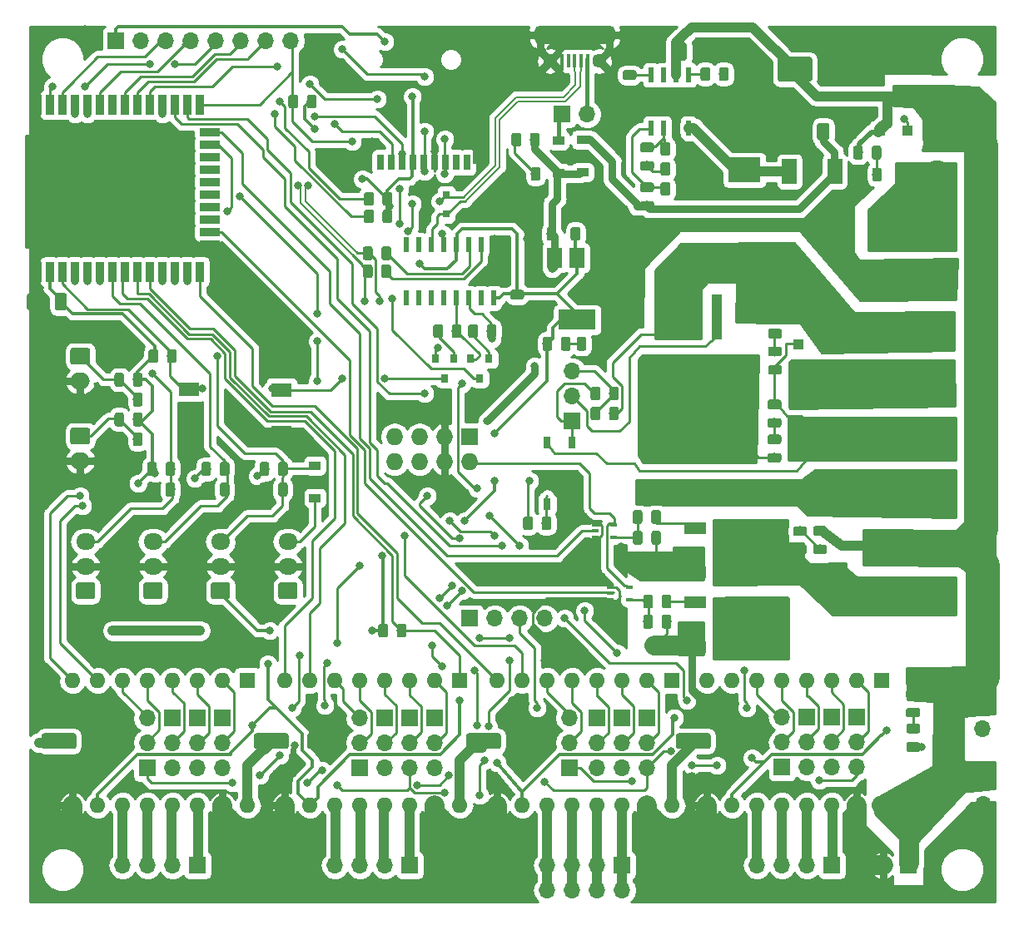
<source format=gtl>
G04 #@! TF.GenerationSoftware,KiCad,Pcbnew,5.0.2-bee76a0~70~ubuntu18.04.1*
G04 #@! TF.CreationDate,2019-07-27T20:09:16+09:00*
G04 #@! TF.ProjectId,MRR_ESPA,4d52525f-4553-4504-912e-6b696361645f,v1.2*
G04 #@! TF.SameCoordinates,Original*
G04 #@! TF.FileFunction,Copper,L1,Top*
G04 #@! TF.FilePolarity,Positive*
%FSLAX46Y46*%
G04 Gerber Fmt 4.6, Leading zero omitted, Abs format (unit mm)*
G04 Created by KiCad (PCBNEW 5.0.2-bee76a0~70~ubuntu18.04.1) date Sat 27 Jul 2019 08:09:16 PM JST*
%MOMM*%
%LPD*%
G01*
G04 APERTURE LIST*
G04 #@! TA.AperFunction,Conductor*
%ADD10C,0.100000*%
G04 #@! TD*
G04 #@! TA.AperFunction,SMDPad,CuDef*
%ADD11C,1.250000*%
G04 #@! TD*
G04 #@! TA.AperFunction,SMDPad,CuDef*
%ADD12R,1.200000X1.900000*%
G04 #@! TD*
G04 #@! TA.AperFunction,ComponentPad*
%ADD13O,1.200000X1.900000*%
G04 #@! TD*
G04 #@! TA.AperFunction,SMDPad,CuDef*
%ADD14R,1.500000X1.900000*%
G04 #@! TD*
G04 #@! TA.AperFunction,ComponentPad*
%ADD15C,1.450000*%
G04 #@! TD*
G04 #@! TA.AperFunction,SMDPad,CuDef*
%ADD16R,0.400000X1.350000*%
G04 #@! TD*
G04 #@! TA.AperFunction,ComponentPad*
%ADD17O,1.727200X1.727200*%
G04 #@! TD*
G04 #@! TA.AperFunction,ComponentPad*
%ADD18R,1.727200X1.727200*%
G04 #@! TD*
G04 #@! TA.AperFunction,SMDPad,CuDef*
%ADD19C,0.975000*%
G04 #@! TD*
G04 #@! TA.AperFunction,SMDPad,CuDef*
%ADD20C,2.500000*%
G04 #@! TD*
G04 #@! TA.AperFunction,SMDPad,CuDef*
%ADD21C,1.600000*%
G04 #@! TD*
G04 #@! TA.AperFunction,ComponentPad*
%ADD22C,2.600000*%
G04 #@! TD*
G04 #@! TA.AperFunction,ComponentPad*
%ADD23R,2.600000X2.600000*%
G04 #@! TD*
G04 #@! TA.AperFunction,ComponentPad*
%ADD24O,1.700000X1.700000*%
G04 #@! TD*
G04 #@! TA.AperFunction,ComponentPad*
%ADD25R,1.700000X1.700000*%
G04 #@! TD*
G04 #@! TA.AperFunction,SMDPad,CuDef*
%ADD26R,10.800000X9.400000*%
G04 #@! TD*
G04 #@! TA.AperFunction,SMDPad,CuDef*
%ADD27R,1.100000X4.600000*%
G04 #@! TD*
G04 #@! TA.AperFunction,SMDPad,CuDef*
%ADD28R,6.400000X5.800000*%
G04 #@! TD*
G04 #@! TA.AperFunction,SMDPad,CuDef*
%ADD29R,2.200000X1.200000*%
G04 #@! TD*
G04 #@! TA.AperFunction,SMDPad,CuDef*
%ADD30R,0.800000X0.900000*%
G04 #@! TD*
G04 #@! TA.AperFunction,SMDPad,CuDef*
%ADD31R,0.900000X2.000000*%
G04 #@! TD*
G04 #@! TA.AperFunction,SMDPad,CuDef*
%ADD32R,2.000000X0.900000*%
G04 #@! TD*
G04 #@! TA.AperFunction,SMDPad,CuDef*
%ADD33R,5.000000X5.000000*%
G04 #@! TD*
G04 #@! TA.AperFunction,ViaPad*
%ADD34C,0.600000*%
G04 #@! TD*
G04 #@! TA.AperFunction,SMDPad,CuDef*
%ADD35R,0.600000X1.550000*%
G04 #@! TD*
G04 #@! TA.AperFunction,Conductor*
%ADD36R,4.500000X2.950000*%
G04 #@! TD*
G04 #@! TA.AperFunction,SMDPad,CuDef*
%ADD37R,3.100000X2.600000*%
G04 #@! TD*
G04 #@! TA.AperFunction,SMDPad,CuDef*
%ADD38R,0.600000X1.500000*%
G04 #@! TD*
G04 #@! TA.AperFunction,SMDPad,CuDef*
%ADD39R,1.500000X2.000000*%
G04 #@! TD*
G04 #@! TA.AperFunction,SMDPad,CuDef*
%ADD40R,3.800000X2.000000*%
G04 #@! TD*
G04 #@! TA.AperFunction,ComponentPad*
%ADD41O,1.600000X1.600000*%
G04 #@! TD*
G04 #@! TA.AperFunction,ComponentPad*
%ADD42R,1.600000X1.600000*%
G04 #@! TD*
G04 #@! TA.AperFunction,SMDPad,CuDef*
%ADD43R,0.700000X1.600000*%
G04 #@! TD*
G04 #@! TA.AperFunction,SMDPad,CuDef*
%ADD44R,1.200000X1.400000*%
G04 #@! TD*
G04 #@! TA.AperFunction,SMDPad,CuDef*
%ADD45R,1.600000X1.400000*%
G04 #@! TD*
G04 #@! TA.AperFunction,SMDPad,CuDef*
%ADD46R,1.200000X2.200000*%
G04 #@! TD*
G04 #@! TA.AperFunction,SMDPad,CuDef*
%ADD47R,3.150000X1.960000*%
G04 #@! TD*
G04 #@! TA.AperFunction,SMDPad,CuDef*
%ADD48R,1.500000X2.500000*%
G04 #@! TD*
G04 #@! TA.AperFunction,SMDPad,CuDef*
%ADD49R,2.100000X1.450000*%
G04 #@! TD*
G04 #@! TA.AperFunction,SMDPad,CuDef*
%ADD50R,3.300000X2.500000*%
G04 #@! TD*
G04 #@! TA.AperFunction,SMDPad,CuDef*
%ADD51R,1.200000X0.900000*%
G04 #@! TD*
G04 #@! TA.AperFunction,SMDPad,CuDef*
%ADD52R,1.100000X1.100000*%
G04 #@! TD*
G04 #@! TA.AperFunction,SMDPad,CuDef*
%ADD53R,0.800000X0.800000*%
G04 #@! TD*
G04 #@! TA.AperFunction,SMDPad,CuDef*
%ADD54R,0.800000X1.200000*%
G04 #@! TD*
G04 #@! TA.AperFunction,SMDPad,CuDef*
%ADD55R,0.650000X0.400000*%
G04 #@! TD*
G04 #@! TA.AperFunction,ComponentPad*
%ADD56O,1.950000X1.700000*%
G04 #@! TD*
G04 #@! TA.AperFunction,ComponentPad*
%ADD57C,1.700000*%
G04 #@! TD*
G04 #@! TA.AperFunction,ComponentPad*
%ADD58O,2.000000X1.700000*%
G04 #@! TD*
G04 #@! TA.AperFunction,ViaPad*
%ADD59C,0.800000*%
G04 #@! TD*
G04 #@! TA.AperFunction,ViaPad*
%ADD60C,1.000000*%
G04 #@! TD*
G04 #@! TA.AperFunction,Conductor*
%ADD61C,0.250000*%
G04 #@! TD*
G04 #@! TA.AperFunction,Conductor*
%ADD62C,1.000000*%
G04 #@! TD*
G04 #@! TA.AperFunction,Conductor*
%ADD63C,2.000000*%
G04 #@! TD*
G04 #@! TA.AperFunction,Conductor*
%ADD64C,0.800000*%
G04 #@! TD*
G04 #@! TA.AperFunction,Conductor*
%ADD65C,3.000000*%
G04 #@! TD*
G04 #@! TA.AperFunction,Conductor*
%ADD66C,3.500000*%
G04 #@! TD*
G04 #@! TA.AperFunction,Conductor*
%ADD67C,0.500000*%
G04 #@! TD*
G04 #@! TA.AperFunction,Conductor*
%ADD68C,0.300000*%
G04 #@! TD*
G04 #@! TA.AperFunction,Conductor*
%ADD69C,4.000000*%
G04 #@! TD*
G04 #@! TA.AperFunction,Conductor*
%ADD70C,0.400000*%
G04 #@! TD*
G04 #@! TA.AperFunction,Conductor*
%ADD71C,0.200000*%
G04 #@! TD*
G04 #@! TA.AperFunction,Conductor*
%ADD72C,0.254000*%
G04 #@! TD*
G04 APERTURE END LIST*
D10*
G04 #@! TO.N,VIN*
G04 #@! TO.C,C7*
G36*
X112283504Y-48402204D02*
X112307773Y-48405804D01*
X112331571Y-48411765D01*
X112354671Y-48420030D01*
X112376849Y-48430520D01*
X112397893Y-48443133D01*
X112417598Y-48457747D01*
X112435777Y-48474223D01*
X112452253Y-48492402D01*
X112466867Y-48512107D01*
X112479480Y-48533151D01*
X112489970Y-48555329D01*
X112498235Y-48578429D01*
X112504196Y-48602227D01*
X112507796Y-48626496D01*
X112509000Y-48651000D01*
X112509000Y-49901000D01*
X112507796Y-49925504D01*
X112504196Y-49949773D01*
X112498235Y-49973571D01*
X112489970Y-49996671D01*
X112479480Y-50018849D01*
X112466867Y-50039893D01*
X112452253Y-50059598D01*
X112435777Y-50077777D01*
X112417598Y-50094253D01*
X112397893Y-50108867D01*
X112376849Y-50121480D01*
X112354671Y-50131970D01*
X112331571Y-50140235D01*
X112307773Y-50146196D01*
X112283504Y-50149796D01*
X112259000Y-50151000D01*
X111509000Y-50151000D01*
X111484496Y-50149796D01*
X111460227Y-50146196D01*
X111436429Y-50140235D01*
X111413329Y-50131970D01*
X111391151Y-50121480D01*
X111370107Y-50108867D01*
X111350402Y-50094253D01*
X111332223Y-50077777D01*
X111315747Y-50059598D01*
X111301133Y-50039893D01*
X111288520Y-50018849D01*
X111278030Y-49996671D01*
X111269765Y-49973571D01*
X111263804Y-49949773D01*
X111260204Y-49925504D01*
X111259000Y-49901000D01*
X111259000Y-48651000D01*
X111260204Y-48626496D01*
X111263804Y-48602227D01*
X111269765Y-48578429D01*
X111278030Y-48555329D01*
X111288520Y-48533151D01*
X111301133Y-48512107D01*
X111315747Y-48492402D01*
X111332223Y-48474223D01*
X111350402Y-48457747D01*
X111370107Y-48443133D01*
X111391151Y-48430520D01*
X111413329Y-48420030D01*
X111436429Y-48411765D01*
X111460227Y-48405804D01*
X111484496Y-48402204D01*
X111509000Y-48401000D01*
X112259000Y-48401000D01*
X112283504Y-48402204D01*
X112283504Y-48402204D01*
G37*
D11*
G04 #@! TD*
G04 #@! TO.P,C7,2*
G04 #@! TO.N,VIN*
X111884000Y-49276000D03*
D10*
G04 #@! TO.N,GND*
G04 #@! TO.C,C7*
G36*
X115083504Y-48402204D02*
X115107773Y-48405804D01*
X115131571Y-48411765D01*
X115154671Y-48420030D01*
X115176849Y-48430520D01*
X115197893Y-48443133D01*
X115217598Y-48457747D01*
X115235777Y-48474223D01*
X115252253Y-48492402D01*
X115266867Y-48512107D01*
X115279480Y-48533151D01*
X115289970Y-48555329D01*
X115298235Y-48578429D01*
X115304196Y-48602227D01*
X115307796Y-48626496D01*
X115309000Y-48651000D01*
X115309000Y-49901000D01*
X115307796Y-49925504D01*
X115304196Y-49949773D01*
X115298235Y-49973571D01*
X115289970Y-49996671D01*
X115279480Y-50018849D01*
X115266867Y-50039893D01*
X115252253Y-50059598D01*
X115235777Y-50077777D01*
X115217598Y-50094253D01*
X115197893Y-50108867D01*
X115176849Y-50121480D01*
X115154671Y-50131970D01*
X115131571Y-50140235D01*
X115107773Y-50146196D01*
X115083504Y-50149796D01*
X115059000Y-50151000D01*
X114309000Y-50151000D01*
X114284496Y-50149796D01*
X114260227Y-50146196D01*
X114236429Y-50140235D01*
X114213329Y-50131970D01*
X114191151Y-50121480D01*
X114170107Y-50108867D01*
X114150402Y-50094253D01*
X114132223Y-50077777D01*
X114115747Y-50059598D01*
X114101133Y-50039893D01*
X114088520Y-50018849D01*
X114078030Y-49996671D01*
X114069765Y-49973571D01*
X114063804Y-49949773D01*
X114060204Y-49925504D01*
X114059000Y-49901000D01*
X114059000Y-48651000D01*
X114060204Y-48626496D01*
X114063804Y-48602227D01*
X114069765Y-48578429D01*
X114078030Y-48555329D01*
X114088520Y-48533151D01*
X114101133Y-48512107D01*
X114115747Y-48492402D01*
X114132223Y-48474223D01*
X114150402Y-48457747D01*
X114170107Y-48443133D01*
X114191151Y-48430520D01*
X114213329Y-48420030D01*
X114236429Y-48411765D01*
X114260227Y-48405804D01*
X114284496Y-48402204D01*
X114309000Y-48401000D01*
X115059000Y-48401000D01*
X115083504Y-48402204D01*
X115083504Y-48402204D01*
G37*
D11*
G04 #@! TD*
G04 #@! TO.P,C7,1*
G04 #@! TO.N,GND*
X114684000Y-49276000D03*
D12*
G04 #@! TO.P,J16,6*
G04 #@! TO.N,GND*
X103992000Y-47530500D03*
X98192000Y-47530500D03*
D13*
X97592000Y-47530500D03*
X104592000Y-47530500D03*
D14*
X102092000Y-47530500D03*
D15*
X98592000Y-50230500D03*
D16*
G04 #@! TO.P,J16,3*
G04 #@! TO.N,/D+*
X101092000Y-50230500D03*
G04 #@! TO.P,J16,4*
G04 #@! TO.N,N/C*
X100442000Y-50230500D03*
G04 #@! TO.P,J16,5*
G04 #@! TO.N,GND*
X99792000Y-50230500D03*
G04 #@! TO.P,J16,1*
G04 #@! TO.N,VUSB*
X102392000Y-50230500D03*
G04 #@! TO.P,J16,2*
G04 #@! TO.N,/D-*
X101742000Y-50230500D03*
D15*
G04 #@! TO.P,J16,6*
G04 #@! TO.N,GND*
X103592000Y-50230500D03*
D14*
X100092000Y-47530500D03*
G04 #@! TD*
D17*
G04 #@! TO.P,J15,8*
G04 #@! TO.N,UART-*
X82792247Y-91015440D03*
G04 #@! TO.P,J15,7*
G04 #@! TO.N,N/C*
X82792247Y-88475440D03*
G04 #@! TO.P,J15,6*
G04 #@! TO.N,UART+*
X85332247Y-91015440D03*
G04 #@! TO.P,J15,5*
G04 #@! TO.N,N/C*
X85332247Y-88475440D03*
G04 #@! TO.P,J15,4*
G04 #@! TO.N,GND*
X87872247Y-91015440D03*
G04 #@! TO.P,J15,3*
X87872247Y-88475440D03*
G04 #@! TO.P,J15,2*
G04 #@! TO.N,+5V*
X90412247Y-91015440D03*
D18*
G04 #@! TO.P,J15,1*
X90412247Y-88475440D03*
G04 #@! TD*
D10*
G04 #@! TO.N,X_MIN*
G04 #@! TO.C,C1*
G36*
X60249127Y-93135844D02*
X60272788Y-93139354D01*
X60295992Y-93145166D01*
X60318514Y-93153224D01*
X60340138Y-93163452D01*
X60360655Y-93175749D01*
X60379868Y-93189999D01*
X60397592Y-93206063D01*
X60413656Y-93223787D01*
X60427906Y-93243000D01*
X60440203Y-93263517D01*
X60450431Y-93285141D01*
X60458489Y-93307663D01*
X60464301Y-93330867D01*
X60467811Y-93354528D01*
X60468985Y-93378420D01*
X60468985Y-94290920D01*
X60467811Y-94314812D01*
X60464301Y-94338473D01*
X60458489Y-94361677D01*
X60450431Y-94384199D01*
X60440203Y-94405823D01*
X60427906Y-94426340D01*
X60413656Y-94445553D01*
X60397592Y-94463277D01*
X60379868Y-94479341D01*
X60360655Y-94493591D01*
X60340138Y-94505888D01*
X60318514Y-94516116D01*
X60295992Y-94524174D01*
X60272788Y-94529986D01*
X60249127Y-94533496D01*
X60225235Y-94534670D01*
X59737735Y-94534670D01*
X59713843Y-94533496D01*
X59690182Y-94529986D01*
X59666978Y-94524174D01*
X59644456Y-94516116D01*
X59622832Y-94505888D01*
X59602315Y-94493591D01*
X59583102Y-94479341D01*
X59565378Y-94463277D01*
X59549314Y-94445553D01*
X59535064Y-94426340D01*
X59522767Y-94405823D01*
X59512539Y-94384199D01*
X59504481Y-94361677D01*
X59498669Y-94338473D01*
X59495159Y-94314812D01*
X59493985Y-94290920D01*
X59493985Y-93378420D01*
X59495159Y-93354528D01*
X59498669Y-93330867D01*
X59504481Y-93307663D01*
X59512539Y-93285141D01*
X59522767Y-93263517D01*
X59535064Y-93243000D01*
X59549314Y-93223787D01*
X59565378Y-93206063D01*
X59583102Y-93189999D01*
X59602315Y-93175749D01*
X59622832Y-93163452D01*
X59644456Y-93153224D01*
X59666978Y-93145166D01*
X59690182Y-93139354D01*
X59713843Y-93135844D01*
X59737735Y-93134670D01*
X60225235Y-93134670D01*
X60249127Y-93135844D01*
X60249127Y-93135844D01*
G37*
D19*
G04 #@! TD*
G04 #@! TO.P,C1,2*
G04 #@! TO.N,X_MIN*
X59981485Y-93834670D03*
D10*
G04 #@! TO.N,GND*
G04 #@! TO.C,C1*
G36*
X58374127Y-93135844D02*
X58397788Y-93139354D01*
X58420992Y-93145166D01*
X58443514Y-93153224D01*
X58465138Y-93163452D01*
X58485655Y-93175749D01*
X58504868Y-93189999D01*
X58522592Y-93206063D01*
X58538656Y-93223787D01*
X58552906Y-93243000D01*
X58565203Y-93263517D01*
X58575431Y-93285141D01*
X58583489Y-93307663D01*
X58589301Y-93330867D01*
X58592811Y-93354528D01*
X58593985Y-93378420D01*
X58593985Y-94290920D01*
X58592811Y-94314812D01*
X58589301Y-94338473D01*
X58583489Y-94361677D01*
X58575431Y-94384199D01*
X58565203Y-94405823D01*
X58552906Y-94426340D01*
X58538656Y-94445553D01*
X58522592Y-94463277D01*
X58504868Y-94479341D01*
X58485655Y-94493591D01*
X58465138Y-94505888D01*
X58443514Y-94516116D01*
X58420992Y-94524174D01*
X58397788Y-94529986D01*
X58374127Y-94533496D01*
X58350235Y-94534670D01*
X57862735Y-94534670D01*
X57838843Y-94533496D01*
X57815182Y-94529986D01*
X57791978Y-94524174D01*
X57769456Y-94516116D01*
X57747832Y-94505888D01*
X57727315Y-94493591D01*
X57708102Y-94479341D01*
X57690378Y-94463277D01*
X57674314Y-94445553D01*
X57660064Y-94426340D01*
X57647767Y-94405823D01*
X57637539Y-94384199D01*
X57629481Y-94361677D01*
X57623669Y-94338473D01*
X57620159Y-94314812D01*
X57618985Y-94290920D01*
X57618985Y-93378420D01*
X57620159Y-93354528D01*
X57623669Y-93330867D01*
X57629481Y-93307663D01*
X57637539Y-93285141D01*
X57647767Y-93263517D01*
X57660064Y-93243000D01*
X57674314Y-93223787D01*
X57690378Y-93206063D01*
X57708102Y-93189999D01*
X57727315Y-93175749D01*
X57747832Y-93163452D01*
X57769456Y-93153224D01*
X57791978Y-93145166D01*
X57815182Y-93139354D01*
X57838843Y-93135844D01*
X57862735Y-93134670D01*
X58350235Y-93134670D01*
X58374127Y-93135844D01*
X58374127Y-93135844D01*
G37*
D19*
G04 #@! TD*
G04 #@! TO.P,C1,1*
G04 #@! TO.N,GND*
X58106485Y-93834670D03*
D10*
G04 #@! TO.N,Z_MIN*
G04 #@! TO.C,C2*
G36*
X71689127Y-93135844D02*
X71712788Y-93139354D01*
X71735992Y-93145166D01*
X71758514Y-93153224D01*
X71780138Y-93163452D01*
X71800655Y-93175749D01*
X71819868Y-93189999D01*
X71837592Y-93206063D01*
X71853656Y-93223787D01*
X71867906Y-93243000D01*
X71880203Y-93263517D01*
X71890431Y-93285141D01*
X71898489Y-93307663D01*
X71904301Y-93330867D01*
X71907811Y-93354528D01*
X71908985Y-93378420D01*
X71908985Y-94290920D01*
X71907811Y-94314812D01*
X71904301Y-94338473D01*
X71898489Y-94361677D01*
X71890431Y-94384199D01*
X71880203Y-94405823D01*
X71867906Y-94426340D01*
X71853656Y-94445553D01*
X71837592Y-94463277D01*
X71819868Y-94479341D01*
X71800655Y-94493591D01*
X71780138Y-94505888D01*
X71758514Y-94516116D01*
X71735992Y-94524174D01*
X71712788Y-94529986D01*
X71689127Y-94533496D01*
X71665235Y-94534670D01*
X71177735Y-94534670D01*
X71153843Y-94533496D01*
X71130182Y-94529986D01*
X71106978Y-94524174D01*
X71084456Y-94516116D01*
X71062832Y-94505888D01*
X71042315Y-94493591D01*
X71023102Y-94479341D01*
X71005378Y-94463277D01*
X70989314Y-94445553D01*
X70975064Y-94426340D01*
X70962767Y-94405823D01*
X70952539Y-94384199D01*
X70944481Y-94361677D01*
X70938669Y-94338473D01*
X70935159Y-94314812D01*
X70933985Y-94290920D01*
X70933985Y-93378420D01*
X70935159Y-93354528D01*
X70938669Y-93330867D01*
X70944481Y-93307663D01*
X70952539Y-93285141D01*
X70962767Y-93263517D01*
X70975064Y-93243000D01*
X70989314Y-93223787D01*
X71005378Y-93206063D01*
X71023102Y-93189999D01*
X71042315Y-93175749D01*
X71062832Y-93163452D01*
X71084456Y-93153224D01*
X71106978Y-93145166D01*
X71130182Y-93139354D01*
X71153843Y-93135844D01*
X71177735Y-93134670D01*
X71665235Y-93134670D01*
X71689127Y-93135844D01*
X71689127Y-93135844D01*
G37*
D19*
G04 #@! TD*
G04 #@! TO.P,C2,2*
G04 #@! TO.N,Z_MIN*
X71421485Y-93834670D03*
D10*
G04 #@! TO.N,GND*
G04 #@! TO.C,C2*
G36*
X69814127Y-93135844D02*
X69837788Y-93139354D01*
X69860992Y-93145166D01*
X69883514Y-93153224D01*
X69905138Y-93163452D01*
X69925655Y-93175749D01*
X69944868Y-93189999D01*
X69962592Y-93206063D01*
X69978656Y-93223787D01*
X69992906Y-93243000D01*
X70005203Y-93263517D01*
X70015431Y-93285141D01*
X70023489Y-93307663D01*
X70029301Y-93330867D01*
X70032811Y-93354528D01*
X70033985Y-93378420D01*
X70033985Y-94290920D01*
X70032811Y-94314812D01*
X70029301Y-94338473D01*
X70023489Y-94361677D01*
X70015431Y-94384199D01*
X70005203Y-94405823D01*
X69992906Y-94426340D01*
X69978656Y-94445553D01*
X69962592Y-94463277D01*
X69944868Y-94479341D01*
X69925655Y-94493591D01*
X69905138Y-94505888D01*
X69883514Y-94516116D01*
X69860992Y-94524174D01*
X69837788Y-94529986D01*
X69814127Y-94533496D01*
X69790235Y-94534670D01*
X69302735Y-94534670D01*
X69278843Y-94533496D01*
X69255182Y-94529986D01*
X69231978Y-94524174D01*
X69209456Y-94516116D01*
X69187832Y-94505888D01*
X69167315Y-94493591D01*
X69148102Y-94479341D01*
X69130378Y-94463277D01*
X69114314Y-94445553D01*
X69100064Y-94426340D01*
X69087767Y-94405823D01*
X69077539Y-94384199D01*
X69069481Y-94361677D01*
X69063669Y-94338473D01*
X69060159Y-94314812D01*
X69058985Y-94290920D01*
X69058985Y-93378420D01*
X69060159Y-93354528D01*
X69063669Y-93330867D01*
X69069481Y-93307663D01*
X69077539Y-93285141D01*
X69087767Y-93263517D01*
X69100064Y-93243000D01*
X69114314Y-93223787D01*
X69130378Y-93206063D01*
X69148102Y-93189999D01*
X69167315Y-93175749D01*
X69187832Y-93163452D01*
X69209456Y-93153224D01*
X69231978Y-93145166D01*
X69255182Y-93139354D01*
X69278843Y-93135844D01*
X69302735Y-93134670D01*
X69790235Y-93134670D01*
X69814127Y-93135844D01*
X69814127Y-93135844D01*
G37*
D19*
G04 #@! TD*
G04 #@! TO.P,C2,1*
G04 #@! TO.N,GND*
X69546485Y-93834670D03*
D10*
G04 #@! TO.N,Y_MIN*
G04 #@! TO.C,C3*
G36*
X65765127Y-93135844D02*
X65788788Y-93139354D01*
X65811992Y-93145166D01*
X65834514Y-93153224D01*
X65856138Y-93163452D01*
X65876655Y-93175749D01*
X65895868Y-93189999D01*
X65913592Y-93206063D01*
X65929656Y-93223787D01*
X65943906Y-93243000D01*
X65956203Y-93263517D01*
X65966431Y-93285141D01*
X65974489Y-93307663D01*
X65980301Y-93330867D01*
X65983811Y-93354528D01*
X65984985Y-93378420D01*
X65984985Y-94290920D01*
X65983811Y-94314812D01*
X65980301Y-94338473D01*
X65974489Y-94361677D01*
X65966431Y-94384199D01*
X65956203Y-94405823D01*
X65943906Y-94426340D01*
X65929656Y-94445553D01*
X65913592Y-94463277D01*
X65895868Y-94479341D01*
X65876655Y-94493591D01*
X65856138Y-94505888D01*
X65834514Y-94516116D01*
X65811992Y-94524174D01*
X65788788Y-94529986D01*
X65765127Y-94533496D01*
X65741235Y-94534670D01*
X65253735Y-94534670D01*
X65229843Y-94533496D01*
X65206182Y-94529986D01*
X65182978Y-94524174D01*
X65160456Y-94516116D01*
X65138832Y-94505888D01*
X65118315Y-94493591D01*
X65099102Y-94479341D01*
X65081378Y-94463277D01*
X65065314Y-94445553D01*
X65051064Y-94426340D01*
X65038767Y-94405823D01*
X65028539Y-94384199D01*
X65020481Y-94361677D01*
X65014669Y-94338473D01*
X65011159Y-94314812D01*
X65009985Y-94290920D01*
X65009985Y-93378420D01*
X65011159Y-93354528D01*
X65014669Y-93330867D01*
X65020481Y-93307663D01*
X65028539Y-93285141D01*
X65038767Y-93263517D01*
X65051064Y-93243000D01*
X65065314Y-93223787D01*
X65081378Y-93206063D01*
X65099102Y-93189999D01*
X65118315Y-93175749D01*
X65138832Y-93163452D01*
X65160456Y-93153224D01*
X65182978Y-93145166D01*
X65206182Y-93139354D01*
X65229843Y-93135844D01*
X65253735Y-93134670D01*
X65741235Y-93134670D01*
X65765127Y-93135844D01*
X65765127Y-93135844D01*
G37*
D19*
G04 #@! TD*
G04 #@! TO.P,C3,2*
G04 #@! TO.N,Y_MIN*
X65497485Y-93834670D03*
D10*
G04 #@! TO.N,GND*
G04 #@! TO.C,C3*
G36*
X63890127Y-93135844D02*
X63913788Y-93139354D01*
X63936992Y-93145166D01*
X63959514Y-93153224D01*
X63981138Y-93163452D01*
X64001655Y-93175749D01*
X64020868Y-93189999D01*
X64038592Y-93206063D01*
X64054656Y-93223787D01*
X64068906Y-93243000D01*
X64081203Y-93263517D01*
X64091431Y-93285141D01*
X64099489Y-93307663D01*
X64105301Y-93330867D01*
X64108811Y-93354528D01*
X64109985Y-93378420D01*
X64109985Y-94290920D01*
X64108811Y-94314812D01*
X64105301Y-94338473D01*
X64099489Y-94361677D01*
X64091431Y-94384199D01*
X64081203Y-94405823D01*
X64068906Y-94426340D01*
X64054656Y-94445553D01*
X64038592Y-94463277D01*
X64020868Y-94479341D01*
X64001655Y-94493591D01*
X63981138Y-94505888D01*
X63959514Y-94516116D01*
X63936992Y-94524174D01*
X63913788Y-94529986D01*
X63890127Y-94533496D01*
X63866235Y-94534670D01*
X63378735Y-94534670D01*
X63354843Y-94533496D01*
X63331182Y-94529986D01*
X63307978Y-94524174D01*
X63285456Y-94516116D01*
X63263832Y-94505888D01*
X63243315Y-94493591D01*
X63224102Y-94479341D01*
X63206378Y-94463277D01*
X63190314Y-94445553D01*
X63176064Y-94426340D01*
X63163767Y-94405823D01*
X63153539Y-94384199D01*
X63145481Y-94361677D01*
X63139669Y-94338473D01*
X63136159Y-94314812D01*
X63134985Y-94290920D01*
X63134985Y-93378420D01*
X63136159Y-93354528D01*
X63139669Y-93330867D01*
X63145481Y-93307663D01*
X63153539Y-93285141D01*
X63163767Y-93263517D01*
X63176064Y-93243000D01*
X63190314Y-93223787D01*
X63206378Y-93206063D01*
X63224102Y-93189999D01*
X63243315Y-93175749D01*
X63263832Y-93163452D01*
X63285456Y-93153224D01*
X63307978Y-93145166D01*
X63331182Y-93139354D01*
X63354843Y-93135844D01*
X63378735Y-93134670D01*
X63866235Y-93134670D01*
X63890127Y-93135844D01*
X63890127Y-93135844D01*
G37*
D19*
G04 #@! TD*
G04 #@! TO.P,C3,1*
G04 #@! TO.N,GND*
X63622485Y-93834670D03*
D10*
G04 #@! TO.N,GND*
G04 #@! TO.C,C4*
G36*
X131520504Y-49805204D02*
X131544773Y-49808804D01*
X131568571Y-49814765D01*
X131591671Y-49823030D01*
X131613849Y-49833520D01*
X131634893Y-49846133D01*
X131654598Y-49860747D01*
X131672777Y-49877223D01*
X131689253Y-49895402D01*
X131703867Y-49915107D01*
X131716480Y-49936151D01*
X131726970Y-49958329D01*
X131735235Y-49981429D01*
X131741196Y-50005227D01*
X131744796Y-50029496D01*
X131746000Y-50054000D01*
X131746000Y-52054000D01*
X131744796Y-52078504D01*
X131741196Y-52102773D01*
X131735235Y-52126571D01*
X131726970Y-52149671D01*
X131716480Y-52171849D01*
X131703867Y-52192893D01*
X131689253Y-52212598D01*
X131672777Y-52230777D01*
X131654598Y-52247253D01*
X131634893Y-52261867D01*
X131613849Y-52274480D01*
X131591671Y-52284970D01*
X131568571Y-52293235D01*
X131544773Y-52299196D01*
X131520504Y-52302796D01*
X131496000Y-52304000D01*
X128496000Y-52304000D01*
X128471496Y-52302796D01*
X128447227Y-52299196D01*
X128423429Y-52293235D01*
X128400329Y-52284970D01*
X128378151Y-52274480D01*
X128357107Y-52261867D01*
X128337402Y-52247253D01*
X128319223Y-52230777D01*
X128302747Y-52212598D01*
X128288133Y-52192893D01*
X128275520Y-52171849D01*
X128265030Y-52149671D01*
X128256765Y-52126571D01*
X128250804Y-52102773D01*
X128247204Y-52078504D01*
X128246000Y-52054000D01*
X128246000Y-50054000D01*
X128247204Y-50029496D01*
X128250804Y-50005227D01*
X128256765Y-49981429D01*
X128265030Y-49958329D01*
X128275520Y-49936151D01*
X128288133Y-49915107D01*
X128302747Y-49895402D01*
X128319223Y-49877223D01*
X128337402Y-49860747D01*
X128357107Y-49846133D01*
X128378151Y-49833520D01*
X128400329Y-49823030D01*
X128423429Y-49814765D01*
X128447227Y-49808804D01*
X128471496Y-49805204D01*
X128496000Y-49804000D01*
X131496000Y-49804000D01*
X131520504Y-49805204D01*
X131520504Y-49805204D01*
G37*
D20*
G04 #@! TD*
G04 #@! TO.P,C4,2*
G04 #@! TO.N,GND*
X129996000Y-51054000D03*
D10*
G04 #@! TO.N,VIN*
G04 #@! TO.C,C4*
G36*
X125020504Y-49805204D02*
X125044773Y-49808804D01*
X125068571Y-49814765D01*
X125091671Y-49823030D01*
X125113849Y-49833520D01*
X125134893Y-49846133D01*
X125154598Y-49860747D01*
X125172777Y-49877223D01*
X125189253Y-49895402D01*
X125203867Y-49915107D01*
X125216480Y-49936151D01*
X125226970Y-49958329D01*
X125235235Y-49981429D01*
X125241196Y-50005227D01*
X125244796Y-50029496D01*
X125246000Y-50054000D01*
X125246000Y-52054000D01*
X125244796Y-52078504D01*
X125241196Y-52102773D01*
X125235235Y-52126571D01*
X125226970Y-52149671D01*
X125216480Y-52171849D01*
X125203867Y-52192893D01*
X125189253Y-52212598D01*
X125172777Y-52230777D01*
X125154598Y-52247253D01*
X125134893Y-52261867D01*
X125113849Y-52274480D01*
X125091671Y-52284970D01*
X125068571Y-52293235D01*
X125044773Y-52299196D01*
X125020504Y-52302796D01*
X124996000Y-52304000D01*
X121996000Y-52304000D01*
X121971496Y-52302796D01*
X121947227Y-52299196D01*
X121923429Y-52293235D01*
X121900329Y-52284970D01*
X121878151Y-52274480D01*
X121857107Y-52261867D01*
X121837402Y-52247253D01*
X121819223Y-52230777D01*
X121802747Y-52212598D01*
X121788133Y-52192893D01*
X121775520Y-52171849D01*
X121765030Y-52149671D01*
X121756765Y-52126571D01*
X121750804Y-52102773D01*
X121747204Y-52078504D01*
X121746000Y-52054000D01*
X121746000Y-50054000D01*
X121747204Y-50029496D01*
X121750804Y-50005227D01*
X121756765Y-49981429D01*
X121765030Y-49958329D01*
X121775520Y-49936151D01*
X121788133Y-49915107D01*
X121802747Y-49895402D01*
X121819223Y-49877223D01*
X121837402Y-49860747D01*
X121857107Y-49846133D01*
X121878151Y-49833520D01*
X121900329Y-49823030D01*
X121923429Y-49814765D01*
X121947227Y-49808804D01*
X121971496Y-49805204D01*
X121996000Y-49804000D01*
X124996000Y-49804000D01*
X125020504Y-49805204D01*
X125020504Y-49805204D01*
G37*
D20*
G04 #@! TD*
G04 #@! TO.P,C4,1*
G04 #@! TO.N,VIN*
X123496000Y-51054000D03*
D10*
G04 #@! TO.N,TEMP_BED_PIN*
G04 #@! TO.C,C5*
G36*
X56920142Y-88006174D02*
X56943803Y-88009684D01*
X56967007Y-88015496D01*
X56989529Y-88023554D01*
X57011153Y-88033782D01*
X57031670Y-88046079D01*
X57050883Y-88060329D01*
X57068607Y-88076393D01*
X57084671Y-88094117D01*
X57098921Y-88113330D01*
X57111218Y-88133847D01*
X57121446Y-88155471D01*
X57129504Y-88177993D01*
X57135316Y-88201197D01*
X57138826Y-88224858D01*
X57140000Y-88248750D01*
X57140000Y-89161250D01*
X57138826Y-89185142D01*
X57135316Y-89208803D01*
X57129504Y-89232007D01*
X57121446Y-89254529D01*
X57111218Y-89276153D01*
X57098921Y-89296670D01*
X57084671Y-89315883D01*
X57068607Y-89333607D01*
X57050883Y-89349671D01*
X57031670Y-89363921D01*
X57011153Y-89376218D01*
X56989529Y-89386446D01*
X56967007Y-89394504D01*
X56943803Y-89400316D01*
X56920142Y-89403826D01*
X56896250Y-89405000D01*
X56408750Y-89405000D01*
X56384858Y-89403826D01*
X56361197Y-89400316D01*
X56337993Y-89394504D01*
X56315471Y-89386446D01*
X56293847Y-89376218D01*
X56273330Y-89363921D01*
X56254117Y-89349671D01*
X56236393Y-89333607D01*
X56220329Y-89315883D01*
X56206079Y-89296670D01*
X56193782Y-89276153D01*
X56183554Y-89254529D01*
X56175496Y-89232007D01*
X56169684Y-89208803D01*
X56166174Y-89185142D01*
X56165000Y-89161250D01*
X56165000Y-88248750D01*
X56166174Y-88224858D01*
X56169684Y-88201197D01*
X56175496Y-88177993D01*
X56183554Y-88155471D01*
X56193782Y-88133847D01*
X56206079Y-88113330D01*
X56220329Y-88094117D01*
X56236393Y-88076393D01*
X56254117Y-88060329D01*
X56273330Y-88046079D01*
X56293847Y-88033782D01*
X56315471Y-88023554D01*
X56337993Y-88015496D01*
X56361197Y-88009684D01*
X56384858Y-88006174D01*
X56408750Y-88005000D01*
X56896250Y-88005000D01*
X56920142Y-88006174D01*
X56920142Y-88006174D01*
G37*
D19*
G04 #@! TD*
G04 #@! TO.P,C5,2*
G04 #@! TO.N,TEMP_BED_PIN*
X56652500Y-88705000D03*
D10*
G04 #@! TO.N,GND*
G04 #@! TO.C,C5*
G36*
X55045142Y-88006174D02*
X55068803Y-88009684D01*
X55092007Y-88015496D01*
X55114529Y-88023554D01*
X55136153Y-88033782D01*
X55156670Y-88046079D01*
X55175883Y-88060329D01*
X55193607Y-88076393D01*
X55209671Y-88094117D01*
X55223921Y-88113330D01*
X55236218Y-88133847D01*
X55246446Y-88155471D01*
X55254504Y-88177993D01*
X55260316Y-88201197D01*
X55263826Y-88224858D01*
X55265000Y-88248750D01*
X55265000Y-89161250D01*
X55263826Y-89185142D01*
X55260316Y-89208803D01*
X55254504Y-89232007D01*
X55246446Y-89254529D01*
X55236218Y-89276153D01*
X55223921Y-89296670D01*
X55209671Y-89315883D01*
X55193607Y-89333607D01*
X55175883Y-89349671D01*
X55156670Y-89363921D01*
X55136153Y-89376218D01*
X55114529Y-89386446D01*
X55092007Y-89394504D01*
X55068803Y-89400316D01*
X55045142Y-89403826D01*
X55021250Y-89405000D01*
X54533750Y-89405000D01*
X54509858Y-89403826D01*
X54486197Y-89400316D01*
X54462993Y-89394504D01*
X54440471Y-89386446D01*
X54418847Y-89376218D01*
X54398330Y-89363921D01*
X54379117Y-89349671D01*
X54361393Y-89333607D01*
X54345329Y-89315883D01*
X54331079Y-89296670D01*
X54318782Y-89276153D01*
X54308554Y-89254529D01*
X54300496Y-89232007D01*
X54294684Y-89208803D01*
X54291174Y-89185142D01*
X54290000Y-89161250D01*
X54290000Y-88248750D01*
X54291174Y-88224858D01*
X54294684Y-88201197D01*
X54300496Y-88177993D01*
X54308554Y-88155471D01*
X54318782Y-88133847D01*
X54331079Y-88113330D01*
X54345329Y-88094117D01*
X54361393Y-88076393D01*
X54379117Y-88060329D01*
X54398330Y-88046079D01*
X54418847Y-88033782D01*
X54440471Y-88023554D01*
X54462993Y-88015496D01*
X54486197Y-88009684D01*
X54509858Y-88006174D01*
X54533750Y-88005000D01*
X55021250Y-88005000D01*
X55045142Y-88006174D01*
X55045142Y-88006174D01*
G37*
D19*
G04 #@! TD*
G04 #@! TO.P,C5,1*
G04 #@! TO.N,GND*
X54777500Y-88705000D03*
D10*
G04 #@! TO.N,TEMP_E0_PIN*
G04 #@! TO.C,C6*
G36*
X56920142Y-83981174D02*
X56943803Y-83984684D01*
X56967007Y-83990496D01*
X56989529Y-83998554D01*
X57011153Y-84008782D01*
X57031670Y-84021079D01*
X57050883Y-84035329D01*
X57068607Y-84051393D01*
X57084671Y-84069117D01*
X57098921Y-84088330D01*
X57111218Y-84108847D01*
X57121446Y-84130471D01*
X57129504Y-84152993D01*
X57135316Y-84176197D01*
X57138826Y-84199858D01*
X57140000Y-84223750D01*
X57140000Y-85136250D01*
X57138826Y-85160142D01*
X57135316Y-85183803D01*
X57129504Y-85207007D01*
X57121446Y-85229529D01*
X57111218Y-85251153D01*
X57098921Y-85271670D01*
X57084671Y-85290883D01*
X57068607Y-85308607D01*
X57050883Y-85324671D01*
X57031670Y-85338921D01*
X57011153Y-85351218D01*
X56989529Y-85361446D01*
X56967007Y-85369504D01*
X56943803Y-85375316D01*
X56920142Y-85378826D01*
X56896250Y-85380000D01*
X56408750Y-85380000D01*
X56384858Y-85378826D01*
X56361197Y-85375316D01*
X56337993Y-85369504D01*
X56315471Y-85361446D01*
X56293847Y-85351218D01*
X56273330Y-85338921D01*
X56254117Y-85324671D01*
X56236393Y-85308607D01*
X56220329Y-85290883D01*
X56206079Y-85271670D01*
X56193782Y-85251153D01*
X56183554Y-85229529D01*
X56175496Y-85207007D01*
X56169684Y-85183803D01*
X56166174Y-85160142D01*
X56165000Y-85136250D01*
X56165000Y-84223750D01*
X56166174Y-84199858D01*
X56169684Y-84176197D01*
X56175496Y-84152993D01*
X56183554Y-84130471D01*
X56193782Y-84108847D01*
X56206079Y-84088330D01*
X56220329Y-84069117D01*
X56236393Y-84051393D01*
X56254117Y-84035329D01*
X56273330Y-84021079D01*
X56293847Y-84008782D01*
X56315471Y-83998554D01*
X56337993Y-83990496D01*
X56361197Y-83984684D01*
X56384858Y-83981174D01*
X56408750Y-83980000D01*
X56896250Y-83980000D01*
X56920142Y-83981174D01*
X56920142Y-83981174D01*
G37*
D19*
G04 #@! TD*
G04 #@! TO.P,C6,2*
G04 #@! TO.N,TEMP_E0_PIN*
X56652500Y-84680000D03*
D10*
G04 #@! TO.N,GND*
G04 #@! TO.C,C6*
G36*
X55045142Y-83981174D02*
X55068803Y-83984684D01*
X55092007Y-83990496D01*
X55114529Y-83998554D01*
X55136153Y-84008782D01*
X55156670Y-84021079D01*
X55175883Y-84035329D01*
X55193607Y-84051393D01*
X55209671Y-84069117D01*
X55223921Y-84088330D01*
X55236218Y-84108847D01*
X55246446Y-84130471D01*
X55254504Y-84152993D01*
X55260316Y-84176197D01*
X55263826Y-84199858D01*
X55265000Y-84223750D01*
X55265000Y-85136250D01*
X55263826Y-85160142D01*
X55260316Y-85183803D01*
X55254504Y-85207007D01*
X55246446Y-85229529D01*
X55236218Y-85251153D01*
X55223921Y-85271670D01*
X55209671Y-85290883D01*
X55193607Y-85308607D01*
X55175883Y-85324671D01*
X55156670Y-85338921D01*
X55136153Y-85351218D01*
X55114529Y-85361446D01*
X55092007Y-85369504D01*
X55068803Y-85375316D01*
X55045142Y-85378826D01*
X55021250Y-85380000D01*
X54533750Y-85380000D01*
X54509858Y-85378826D01*
X54486197Y-85375316D01*
X54462993Y-85369504D01*
X54440471Y-85361446D01*
X54418847Y-85351218D01*
X54398330Y-85338921D01*
X54379117Y-85324671D01*
X54361393Y-85308607D01*
X54345329Y-85290883D01*
X54331079Y-85271670D01*
X54318782Y-85251153D01*
X54308554Y-85229529D01*
X54300496Y-85207007D01*
X54294684Y-85183803D01*
X54291174Y-85160142D01*
X54290000Y-85136250D01*
X54290000Y-84223750D01*
X54291174Y-84199858D01*
X54294684Y-84176197D01*
X54300496Y-84152993D01*
X54308554Y-84130471D01*
X54318782Y-84108847D01*
X54331079Y-84088330D01*
X54345329Y-84069117D01*
X54361393Y-84051393D01*
X54379117Y-84035329D01*
X54398330Y-84021079D01*
X54418847Y-84008782D01*
X54440471Y-83998554D01*
X54462993Y-83990496D01*
X54486197Y-83984684D01*
X54509858Y-83981174D01*
X54533750Y-83980000D01*
X55021250Y-83980000D01*
X55045142Y-83981174D01*
X55045142Y-83981174D01*
G37*
D19*
G04 #@! TD*
G04 #@! TO.P,C6,1*
G04 #@! TO.N,GND*
X54777500Y-84680000D03*
D10*
G04 #@! TO.N,GND*
G04 #@! TO.C,C8*
G36*
X112457142Y-60515174D02*
X112480803Y-60518684D01*
X112504007Y-60524496D01*
X112526529Y-60532554D01*
X112548153Y-60542782D01*
X112568670Y-60555079D01*
X112587883Y-60569329D01*
X112605607Y-60585393D01*
X112621671Y-60603117D01*
X112635921Y-60622330D01*
X112648218Y-60642847D01*
X112658446Y-60664471D01*
X112666504Y-60686993D01*
X112672316Y-60710197D01*
X112675826Y-60733858D01*
X112677000Y-60757750D01*
X112677000Y-61670250D01*
X112675826Y-61694142D01*
X112672316Y-61717803D01*
X112666504Y-61741007D01*
X112658446Y-61763529D01*
X112648218Y-61785153D01*
X112635921Y-61805670D01*
X112621671Y-61824883D01*
X112605607Y-61842607D01*
X112587883Y-61858671D01*
X112568670Y-61872921D01*
X112548153Y-61885218D01*
X112526529Y-61895446D01*
X112504007Y-61903504D01*
X112480803Y-61909316D01*
X112457142Y-61912826D01*
X112433250Y-61914000D01*
X111945750Y-61914000D01*
X111921858Y-61912826D01*
X111898197Y-61909316D01*
X111874993Y-61903504D01*
X111852471Y-61895446D01*
X111830847Y-61885218D01*
X111810330Y-61872921D01*
X111791117Y-61858671D01*
X111773393Y-61842607D01*
X111757329Y-61824883D01*
X111743079Y-61805670D01*
X111730782Y-61785153D01*
X111720554Y-61763529D01*
X111712496Y-61741007D01*
X111706684Y-61717803D01*
X111703174Y-61694142D01*
X111702000Y-61670250D01*
X111702000Y-60757750D01*
X111703174Y-60733858D01*
X111706684Y-60710197D01*
X111712496Y-60686993D01*
X111720554Y-60664471D01*
X111730782Y-60642847D01*
X111743079Y-60622330D01*
X111757329Y-60603117D01*
X111773393Y-60585393D01*
X111791117Y-60569329D01*
X111810330Y-60555079D01*
X111830847Y-60542782D01*
X111852471Y-60532554D01*
X111874993Y-60524496D01*
X111898197Y-60518684D01*
X111921858Y-60515174D01*
X111945750Y-60514000D01*
X112433250Y-60514000D01*
X112457142Y-60515174D01*
X112457142Y-60515174D01*
G37*
D19*
G04 #@! TD*
G04 #@! TO.P,C8,2*
G04 #@! TO.N,GND*
X112189500Y-61214000D03*
D10*
G04 #@! TO.N,Net-(C8-Pad1)*
G04 #@! TO.C,C8*
G36*
X110582142Y-60515174D02*
X110605803Y-60518684D01*
X110629007Y-60524496D01*
X110651529Y-60532554D01*
X110673153Y-60542782D01*
X110693670Y-60555079D01*
X110712883Y-60569329D01*
X110730607Y-60585393D01*
X110746671Y-60603117D01*
X110760921Y-60622330D01*
X110773218Y-60642847D01*
X110783446Y-60664471D01*
X110791504Y-60686993D01*
X110797316Y-60710197D01*
X110800826Y-60733858D01*
X110802000Y-60757750D01*
X110802000Y-61670250D01*
X110800826Y-61694142D01*
X110797316Y-61717803D01*
X110791504Y-61741007D01*
X110783446Y-61763529D01*
X110773218Y-61785153D01*
X110760921Y-61805670D01*
X110746671Y-61824883D01*
X110730607Y-61842607D01*
X110712883Y-61858671D01*
X110693670Y-61872921D01*
X110673153Y-61885218D01*
X110651529Y-61895446D01*
X110629007Y-61903504D01*
X110605803Y-61909316D01*
X110582142Y-61912826D01*
X110558250Y-61914000D01*
X110070750Y-61914000D01*
X110046858Y-61912826D01*
X110023197Y-61909316D01*
X109999993Y-61903504D01*
X109977471Y-61895446D01*
X109955847Y-61885218D01*
X109935330Y-61872921D01*
X109916117Y-61858671D01*
X109898393Y-61842607D01*
X109882329Y-61824883D01*
X109868079Y-61805670D01*
X109855782Y-61785153D01*
X109845554Y-61763529D01*
X109837496Y-61741007D01*
X109831684Y-61717803D01*
X109828174Y-61694142D01*
X109827000Y-61670250D01*
X109827000Y-60757750D01*
X109828174Y-60733858D01*
X109831684Y-60710197D01*
X109837496Y-60686993D01*
X109845554Y-60664471D01*
X109855782Y-60642847D01*
X109868079Y-60622330D01*
X109882329Y-60603117D01*
X109898393Y-60585393D01*
X109916117Y-60569329D01*
X109935330Y-60555079D01*
X109955847Y-60542782D01*
X109977471Y-60532554D01*
X109999993Y-60524496D01*
X110023197Y-60518684D01*
X110046858Y-60515174D01*
X110070750Y-60514000D01*
X110558250Y-60514000D01*
X110582142Y-60515174D01*
X110582142Y-60515174D01*
G37*
D19*
G04 #@! TD*
G04 #@! TO.P,C8,1*
G04 #@! TO.N,Net-(C8-Pad1)*
X110314500Y-61214000D03*
D10*
G04 #@! TO.N,GND*
G04 #@! TO.C,C9*
G36*
X112457142Y-58483174D02*
X112480803Y-58486684D01*
X112504007Y-58492496D01*
X112526529Y-58500554D01*
X112548153Y-58510782D01*
X112568670Y-58523079D01*
X112587883Y-58537329D01*
X112605607Y-58553393D01*
X112621671Y-58571117D01*
X112635921Y-58590330D01*
X112648218Y-58610847D01*
X112658446Y-58632471D01*
X112666504Y-58654993D01*
X112672316Y-58678197D01*
X112675826Y-58701858D01*
X112677000Y-58725750D01*
X112677000Y-59638250D01*
X112675826Y-59662142D01*
X112672316Y-59685803D01*
X112666504Y-59709007D01*
X112658446Y-59731529D01*
X112648218Y-59753153D01*
X112635921Y-59773670D01*
X112621671Y-59792883D01*
X112605607Y-59810607D01*
X112587883Y-59826671D01*
X112568670Y-59840921D01*
X112548153Y-59853218D01*
X112526529Y-59863446D01*
X112504007Y-59871504D01*
X112480803Y-59877316D01*
X112457142Y-59880826D01*
X112433250Y-59882000D01*
X111945750Y-59882000D01*
X111921858Y-59880826D01*
X111898197Y-59877316D01*
X111874993Y-59871504D01*
X111852471Y-59863446D01*
X111830847Y-59853218D01*
X111810330Y-59840921D01*
X111791117Y-59826671D01*
X111773393Y-59810607D01*
X111757329Y-59792883D01*
X111743079Y-59773670D01*
X111730782Y-59753153D01*
X111720554Y-59731529D01*
X111712496Y-59709007D01*
X111706684Y-59685803D01*
X111703174Y-59662142D01*
X111702000Y-59638250D01*
X111702000Y-58725750D01*
X111703174Y-58701858D01*
X111706684Y-58678197D01*
X111712496Y-58654993D01*
X111720554Y-58632471D01*
X111730782Y-58610847D01*
X111743079Y-58590330D01*
X111757329Y-58571117D01*
X111773393Y-58553393D01*
X111791117Y-58537329D01*
X111810330Y-58523079D01*
X111830847Y-58510782D01*
X111852471Y-58500554D01*
X111874993Y-58492496D01*
X111898197Y-58486684D01*
X111921858Y-58483174D01*
X111945750Y-58482000D01*
X112433250Y-58482000D01*
X112457142Y-58483174D01*
X112457142Y-58483174D01*
G37*
D19*
G04 #@! TD*
G04 #@! TO.P,C9,2*
G04 #@! TO.N,GND*
X112189500Y-59182000D03*
D10*
G04 #@! TO.N,COMP*
G04 #@! TO.C,C9*
G36*
X110582142Y-58483174D02*
X110605803Y-58486684D01*
X110629007Y-58492496D01*
X110651529Y-58500554D01*
X110673153Y-58510782D01*
X110693670Y-58523079D01*
X110712883Y-58537329D01*
X110730607Y-58553393D01*
X110746671Y-58571117D01*
X110760921Y-58590330D01*
X110773218Y-58610847D01*
X110783446Y-58632471D01*
X110791504Y-58654993D01*
X110797316Y-58678197D01*
X110800826Y-58701858D01*
X110802000Y-58725750D01*
X110802000Y-59638250D01*
X110800826Y-59662142D01*
X110797316Y-59685803D01*
X110791504Y-59709007D01*
X110783446Y-59731529D01*
X110773218Y-59753153D01*
X110760921Y-59773670D01*
X110746671Y-59792883D01*
X110730607Y-59810607D01*
X110712883Y-59826671D01*
X110693670Y-59840921D01*
X110673153Y-59853218D01*
X110651529Y-59863446D01*
X110629007Y-59871504D01*
X110605803Y-59877316D01*
X110582142Y-59880826D01*
X110558250Y-59882000D01*
X110070750Y-59882000D01*
X110046858Y-59880826D01*
X110023197Y-59877316D01*
X109999993Y-59871504D01*
X109977471Y-59863446D01*
X109955847Y-59853218D01*
X109935330Y-59840921D01*
X109916117Y-59826671D01*
X109898393Y-59810607D01*
X109882329Y-59792883D01*
X109868079Y-59773670D01*
X109855782Y-59753153D01*
X109845554Y-59731529D01*
X109837496Y-59709007D01*
X109831684Y-59685803D01*
X109828174Y-59662142D01*
X109827000Y-59638250D01*
X109827000Y-58725750D01*
X109828174Y-58701858D01*
X109831684Y-58678197D01*
X109837496Y-58654993D01*
X109845554Y-58632471D01*
X109855782Y-58610847D01*
X109868079Y-58590330D01*
X109882329Y-58571117D01*
X109898393Y-58553393D01*
X109916117Y-58537329D01*
X109935330Y-58523079D01*
X109955847Y-58510782D01*
X109977471Y-58500554D01*
X109999993Y-58492496D01*
X110023197Y-58486684D01*
X110046858Y-58483174D01*
X110070750Y-58482000D01*
X110558250Y-58482000D01*
X110582142Y-58483174D01*
X110582142Y-58483174D01*
G37*
D19*
G04 #@! TD*
G04 #@! TO.P,C9,1*
G04 #@! TO.N,COMP*
X110314500Y-59182000D03*
D10*
G04 #@! TO.N,Net-(C10-Pad2)*
G04 #@! TO.C,C10*
G36*
X114646142Y-50863174D02*
X114669803Y-50866684D01*
X114693007Y-50872496D01*
X114715529Y-50880554D01*
X114737153Y-50890782D01*
X114757670Y-50903079D01*
X114776883Y-50917329D01*
X114794607Y-50933393D01*
X114810671Y-50951117D01*
X114824921Y-50970330D01*
X114837218Y-50990847D01*
X114847446Y-51012471D01*
X114855504Y-51034993D01*
X114861316Y-51058197D01*
X114864826Y-51081858D01*
X114866000Y-51105750D01*
X114866000Y-52018250D01*
X114864826Y-52042142D01*
X114861316Y-52065803D01*
X114855504Y-52089007D01*
X114847446Y-52111529D01*
X114837218Y-52133153D01*
X114824921Y-52153670D01*
X114810671Y-52172883D01*
X114794607Y-52190607D01*
X114776883Y-52206671D01*
X114757670Y-52220921D01*
X114737153Y-52233218D01*
X114715529Y-52243446D01*
X114693007Y-52251504D01*
X114669803Y-52257316D01*
X114646142Y-52260826D01*
X114622250Y-52262000D01*
X114134750Y-52262000D01*
X114110858Y-52260826D01*
X114087197Y-52257316D01*
X114063993Y-52251504D01*
X114041471Y-52243446D01*
X114019847Y-52233218D01*
X113999330Y-52220921D01*
X113980117Y-52206671D01*
X113962393Y-52190607D01*
X113946329Y-52172883D01*
X113932079Y-52153670D01*
X113919782Y-52133153D01*
X113909554Y-52111529D01*
X113901496Y-52089007D01*
X113895684Y-52065803D01*
X113892174Y-52042142D01*
X113891000Y-52018250D01*
X113891000Y-51105750D01*
X113892174Y-51081858D01*
X113895684Y-51058197D01*
X113901496Y-51034993D01*
X113909554Y-51012471D01*
X113919782Y-50990847D01*
X113932079Y-50970330D01*
X113946329Y-50951117D01*
X113962393Y-50933393D01*
X113980117Y-50917329D01*
X113999330Y-50903079D01*
X114019847Y-50890782D01*
X114041471Y-50880554D01*
X114063993Y-50872496D01*
X114087197Y-50866684D01*
X114110858Y-50863174D01*
X114134750Y-50862000D01*
X114622250Y-50862000D01*
X114646142Y-50863174D01*
X114646142Y-50863174D01*
G37*
D19*
G04 #@! TD*
G04 #@! TO.P,C10,2*
G04 #@! TO.N,Net-(C10-Pad2)*
X114378500Y-51562000D03*
D10*
G04 #@! TO.N,Net-(C10-Pad1)*
G04 #@! TO.C,C10*
G36*
X116521142Y-50863174D02*
X116544803Y-50866684D01*
X116568007Y-50872496D01*
X116590529Y-50880554D01*
X116612153Y-50890782D01*
X116632670Y-50903079D01*
X116651883Y-50917329D01*
X116669607Y-50933393D01*
X116685671Y-50951117D01*
X116699921Y-50970330D01*
X116712218Y-50990847D01*
X116722446Y-51012471D01*
X116730504Y-51034993D01*
X116736316Y-51058197D01*
X116739826Y-51081858D01*
X116741000Y-51105750D01*
X116741000Y-52018250D01*
X116739826Y-52042142D01*
X116736316Y-52065803D01*
X116730504Y-52089007D01*
X116722446Y-52111529D01*
X116712218Y-52133153D01*
X116699921Y-52153670D01*
X116685671Y-52172883D01*
X116669607Y-52190607D01*
X116651883Y-52206671D01*
X116632670Y-52220921D01*
X116612153Y-52233218D01*
X116590529Y-52243446D01*
X116568007Y-52251504D01*
X116544803Y-52257316D01*
X116521142Y-52260826D01*
X116497250Y-52262000D01*
X116009750Y-52262000D01*
X115985858Y-52260826D01*
X115962197Y-52257316D01*
X115938993Y-52251504D01*
X115916471Y-52243446D01*
X115894847Y-52233218D01*
X115874330Y-52220921D01*
X115855117Y-52206671D01*
X115837393Y-52190607D01*
X115821329Y-52172883D01*
X115807079Y-52153670D01*
X115794782Y-52133153D01*
X115784554Y-52111529D01*
X115776496Y-52089007D01*
X115770684Y-52065803D01*
X115767174Y-52042142D01*
X115766000Y-52018250D01*
X115766000Y-51105750D01*
X115767174Y-51081858D01*
X115770684Y-51058197D01*
X115776496Y-51034993D01*
X115784554Y-51012471D01*
X115794782Y-50990847D01*
X115807079Y-50970330D01*
X115821329Y-50951117D01*
X115837393Y-50933393D01*
X115855117Y-50917329D01*
X115874330Y-50903079D01*
X115894847Y-50890782D01*
X115916471Y-50880554D01*
X115938993Y-50872496D01*
X115962197Y-50866684D01*
X115985858Y-50863174D01*
X116009750Y-50862000D01*
X116497250Y-50862000D01*
X116521142Y-50863174D01*
X116521142Y-50863174D01*
G37*
D19*
G04 #@! TD*
G04 #@! TO.P,C10,1*
G04 #@! TO.N,Net-(C10-Pad1)*
X116253500Y-51562000D03*
D10*
G04 #@! TO.N,+3V3*
G04 #@! TO.C,C11*
G36*
X95730142Y-73506174D02*
X95753803Y-73509684D01*
X95777007Y-73515496D01*
X95799529Y-73523554D01*
X95821153Y-73533782D01*
X95841670Y-73546079D01*
X95860883Y-73560329D01*
X95878607Y-73576393D01*
X95894671Y-73594117D01*
X95908921Y-73613330D01*
X95921218Y-73633847D01*
X95931446Y-73655471D01*
X95939504Y-73677993D01*
X95945316Y-73701197D01*
X95948826Y-73724858D01*
X95950000Y-73748750D01*
X95950000Y-74236250D01*
X95948826Y-74260142D01*
X95945316Y-74283803D01*
X95939504Y-74307007D01*
X95931446Y-74329529D01*
X95921218Y-74351153D01*
X95908921Y-74371670D01*
X95894671Y-74390883D01*
X95878607Y-74408607D01*
X95860883Y-74424671D01*
X95841670Y-74438921D01*
X95821153Y-74451218D01*
X95799529Y-74461446D01*
X95777007Y-74469504D01*
X95753803Y-74475316D01*
X95730142Y-74478826D01*
X95706250Y-74480000D01*
X94793750Y-74480000D01*
X94769858Y-74478826D01*
X94746197Y-74475316D01*
X94722993Y-74469504D01*
X94700471Y-74461446D01*
X94678847Y-74451218D01*
X94658330Y-74438921D01*
X94639117Y-74424671D01*
X94621393Y-74408607D01*
X94605329Y-74390883D01*
X94591079Y-74371670D01*
X94578782Y-74351153D01*
X94568554Y-74329529D01*
X94560496Y-74307007D01*
X94554684Y-74283803D01*
X94551174Y-74260142D01*
X94550000Y-74236250D01*
X94550000Y-73748750D01*
X94551174Y-73724858D01*
X94554684Y-73701197D01*
X94560496Y-73677993D01*
X94568554Y-73655471D01*
X94578782Y-73633847D01*
X94591079Y-73613330D01*
X94605329Y-73594117D01*
X94621393Y-73576393D01*
X94639117Y-73560329D01*
X94658330Y-73546079D01*
X94678847Y-73533782D01*
X94700471Y-73523554D01*
X94722993Y-73515496D01*
X94746197Y-73509684D01*
X94769858Y-73506174D01*
X94793750Y-73505000D01*
X95706250Y-73505000D01*
X95730142Y-73506174D01*
X95730142Y-73506174D01*
G37*
D19*
G04 #@! TD*
G04 #@! TO.P,C11,2*
G04 #@! TO.N,+3V3*
X95250000Y-73992500D03*
D10*
G04 #@! TO.N,GND*
G04 #@! TO.C,C11*
G36*
X95730142Y-75381174D02*
X95753803Y-75384684D01*
X95777007Y-75390496D01*
X95799529Y-75398554D01*
X95821153Y-75408782D01*
X95841670Y-75421079D01*
X95860883Y-75435329D01*
X95878607Y-75451393D01*
X95894671Y-75469117D01*
X95908921Y-75488330D01*
X95921218Y-75508847D01*
X95931446Y-75530471D01*
X95939504Y-75552993D01*
X95945316Y-75576197D01*
X95948826Y-75599858D01*
X95950000Y-75623750D01*
X95950000Y-76111250D01*
X95948826Y-76135142D01*
X95945316Y-76158803D01*
X95939504Y-76182007D01*
X95931446Y-76204529D01*
X95921218Y-76226153D01*
X95908921Y-76246670D01*
X95894671Y-76265883D01*
X95878607Y-76283607D01*
X95860883Y-76299671D01*
X95841670Y-76313921D01*
X95821153Y-76326218D01*
X95799529Y-76336446D01*
X95777007Y-76344504D01*
X95753803Y-76350316D01*
X95730142Y-76353826D01*
X95706250Y-76355000D01*
X94793750Y-76355000D01*
X94769858Y-76353826D01*
X94746197Y-76350316D01*
X94722993Y-76344504D01*
X94700471Y-76336446D01*
X94678847Y-76326218D01*
X94658330Y-76313921D01*
X94639117Y-76299671D01*
X94621393Y-76283607D01*
X94605329Y-76265883D01*
X94591079Y-76246670D01*
X94578782Y-76226153D01*
X94568554Y-76204529D01*
X94560496Y-76182007D01*
X94554684Y-76158803D01*
X94551174Y-76135142D01*
X94550000Y-76111250D01*
X94550000Y-75623750D01*
X94551174Y-75599858D01*
X94554684Y-75576197D01*
X94560496Y-75552993D01*
X94568554Y-75530471D01*
X94578782Y-75508847D01*
X94591079Y-75488330D01*
X94605329Y-75469117D01*
X94621393Y-75451393D01*
X94639117Y-75435329D01*
X94658330Y-75421079D01*
X94678847Y-75408782D01*
X94700471Y-75398554D01*
X94722993Y-75390496D01*
X94746197Y-75384684D01*
X94769858Y-75381174D01*
X94793750Y-75380000D01*
X95706250Y-75380000D01*
X95730142Y-75381174D01*
X95730142Y-75381174D01*
G37*
D19*
G04 #@! TD*
G04 #@! TO.P,C11,1*
G04 #@! TO.N,GND*
X95250000Y-75867500D03*
D10*
G04 #@! TO.N,5V1*
G04 #@! TO.C,C12*
G36*
X126767504Y-56530204D02*
X126791773Y-56533804D01*
X126815571Y-56539765D01*
X126838671Y-56548030D01*
X126860849Y-56558520D01*
X126881893Y-56571133D01*
X126901598Y-56585747D01*
X126919777Y-56602223D01*
X126936253Y-56620402D01*
X126950867Y-56640107D01*
X126963480Y-56661151D01*
X126973970Y-56683329D01*
X126982235Y-56706429D01*
X126988196Y-56730227D01*
X126991796Y-56754496D01*
X126993000Y-56779000D01*
X126993000Y-58029000D01*
X126991796Y-58053504D01*
X126988196Y-58077773D01*
X126982235Y-58101571D01*
X126973970Y-58124671D01*
X126963480Y-58146849D01*
X126950867Y-58167893D01*
X126936253Y-58187598D01*
X126919777Y-58205777D01*
X126901598Y-58222253D01*
X126881893Y-58236867D01*
X126860849Y-58249480D01*
X126838671Y-58259970D01*
X126815571Y-58268235D01*
X126791773Y-58274196D01*
X126767504Y-58277796D01*
X126743000Y-58279000D01*
X125993000Y-58279000D01*
X125968496Y-58277796D01*
X125944227Y-58274196D01*
X125920429Y-58268235D01*
X125897329Y-58259970D01*
X125875151Y-58249480D01*
X125854107Y-58236867D01*
X125834402Y-58222253D01*
X125816223Y-58205777D01*
X125799747Y-58187598D01*
X125785133Y-58167893D01*
X125772520Y-58146849D01*
X125762030Y-58124671D01*
X125753765Y-58101571D01*
X125747804Y-58077773D01*
X125744204Y-58053504D01*
X125743000Y-58029000D01*
X125743000Y-56779000D01*
X125744204Y-56754496D01*
X125747804Y-56730227D01*
X125753765Y-56706429D01*
X125762030Y-56683329D01*
X125772520Y-56661151D01*
X125785133Y-56640107D01*
X125799747Y-56620402D01*
X125816223Y-56602223D01*
X125834402Y-56585747D01*
X125854107Y-56571133D01*
X125875151Y-56558520D01*
X125897329Y-56548030D01*
X125920429Y-56539765D01*
X125944227Y-56533804D01*
X125968496Y-56530204D01*
X125993000Y-56529000D01*
X126743000Y-56529000D01*
X126767504Y-56530204D01*
X126767504Y-56530204D01*
G37*
D11*
G04 #@! TD*
G04 #@! TO.P,C12,2*
G04 #@! TO.N,5V1*
X126368000Y-57404000D03*
D10*
G04 #@! TO.N,GND*
G04 #@! TO.C,C12*
G36*
X123967504Y-56530204D02*
X123991773Y-56533804D01*
X124015571Y-56539765D01*
X124038671Y-56548030D01*
X124060849Y-56558520D01*
X124081893Y-56571133D01*
X124101598Y-56585747D01*
X124119777Y-56602223D01*
X124136253Y-56620402D01*
X124150867Y-56640107D01*
X124163480Y-56661151D01*
X124173970Y-56683329D01*
X124182235Y-56706429D01*
X124188196Y-56730227D01*
X124191796Y-56754496D01*
X124193000Y-56779000D01*
X124193000Y-58029000D01*
X124191796Y-58053504D01*
X124188196Y-58077773D01*
X124182235Y-58101571D01*
X124173970Y-58124671D01*
X124163480Y-58146849D01*
X124150867Y-58167893D01*
X124136253Y-58187598D01*
X124119777Y-58205777D01*
X124101598Y-58222253D01*
X124081893Y-58236867D01*
X124060849Y-58249480D01*
X124038671Y-58259970D01*
X124015571Y-58268235D01*
X123991773Y-58274196D01*
X123967504Y-58277796D01*
X123943000Y-58279000D01*
X123193000Y-58279000D01*
X123168496Y-58277796D01*
X123144227Y-58274196D01*
X123120429Y-58268235D01*
X123097329Y-58259970D01*
X123075151Y-58249480D01*
X123054107Y-58236867D01*
X123034402Y-58222253D01*
X123016223Y-58205777D01*
X122999747Y-58187598D01*
X122985133Y-58167893D01*
X122972520Y-58146849D01*
X122962030Y-58124671D01*
X122953765Y-58101571D01*
X122947804Y-58077773D01*
X122944204Y-58053504D01*
X122943000Y-58029000D01*
X122943000Y-56779000D01*
X122944204Y-56754496D01*
X122947804Y-56730227D01*
X122953765Y-56706429D01*
X122962030Y-56683329D01*
X122972520Y-56661151D01*
X122985133Y-56640107D01*
X122999747Y-56620402D01*
X123016223Y-56602223D01*
X123034402Y-56585747D01*
X123054107Y-56571133D01*
X123075151Y-56558520D01*
X123097329Y-56548030D01*
X123120429Y-56539765D01*
X123144227Y-56533804D01*
X123168496Y-56530204D01*
X123193000Y-56529000D01*
X123943000Y-56529000D01*
X123967504Y-56530204D01*
X123967504Y-56530204D01*
G37*
D11*
G04 #@! TD*
G04 #@! TO.P,C12,1*
G04 #@! TO.N,GND*
X123568000Y-57404000D03*
D10*
G04 #@! TO.N,GND*
G04 #@! TO.C,C13*
G36*
X97120142Y-67119174D02*
X97143803Y-67122684D01*
X97167007Y-67128496D01*
X97189529Y-67136554D01*
X97211153Y-67146782D01*
X97231670Y-67159079D01*
X97250883Y-67173329D01*
X97268607Y-67189393D01*
X97284671Y-67207117D01*
X97298921Y-67226330D01*
X97311218Y-67246847D01*
X97321446Y-67268471D01*
X97329504Y-67290993D01*
X97335316Y-67314197D01*
X97338826Y-67337858D01*
X97340000Y-67361750D01*
X97340000Y-68274250D01*
X97338826Y-68298142D01*
X97335316Y-68321803D01*
X97329504Y-68345007D01*
X97321446Y-68367529D01*
X97311218Y-68389153D01*
X97298921Y-68409670D01*
X97284671Y-68428883D01*
X97268607Y-68446607D01*
X97250883Y-68462671D01*
X97231670Y-68476921D01*
X97211153Y-68489218D01*
X97189529Y-68499446D01*
X97167007Y-68507504D01*
X97143803Y-68513316D01*
X97120142Y-68516826D01*
X97096250Y-68518000D01*
X96608750Y-68518000D01*
X96584858Y-68516826D01*
X96561197Y-68513316D01*
X96537993Y-68507504D01*
X96515471Y-68499446D01*
X96493847Y-68489218D01*
X96473330Y-68476921D01*
X96454117Y-68462671D01*
X96436393Y-68446607D01*
X96420329Y-68428883D01*
X96406079Y-68409670D01*
X96393782Y-68389153D01*
X96383554Y-68367529D01*
X96375496Y-68345007D01*
X96369684Y-68321803D01*
X96366174Y-68298142D01*
X96365000Y-68274250D01*
X96365000Y-67361750D01*
X96366174Y-67337858D01*
X96369684Y-67314197D01*
X96375496Y-67290993D01*
X96383554Y-67268471D01*
X96393782Y-67246847D01*
X96406079Y-67226330D01*
X96420329Y-67207117D01*
X96436393Y-67189393D01*
X96454117Y-67173329D01*
X96473330Y-67159079D01*
X96493847Y-67146782D01*
X96515471Y-67136554D01*
X96537993Y-67128496D01*
X96561197Y-67122684D01*
X96584858Y-67119174D01*
X96608750Y-67118000D01*
X97096250Y-67118000D01*
X97120142Y-67119174D01*
X97120142Y-67119174D01*
G37*
D19*
G04 #@! TD*
G04 #@! TO.P,C13,2*
G04 #@! TO.N,GND*
X96852500Y-67818000D03*
D10*
G04 #@! TO.N,+5V*
G04 #@! TO.C,C13*
G36*
X98995142Y-67119174D02*
X99018803Y-67122684D01*
X99042007Y-67128496D01*
X99064529Y-67136554D01*
X99086153Y-67146782D01*
X99106670Y-67159079D01*
X99125883Y-67173329D01*
X99143607Y-67189393D01*
X99159671Y-67207117D01*
X99173921Y-67226330D01*
X99186218Y-67246847D01*
X99196446Y-67268471D01*
X99204504Y-67290993D01*
X99210316Y-67314197D01*
X99213826Y-67337858D01*
X99215000Y-67361750D01*
X99215000Y-68274250D01*
X99213826Y-68298142D01*
X99210316Y-68321803D01*
X99204504Y-68345007D01*
X99196446Y-68367529D01*
X99186218Y-68389153D01*
X99173921Y-68409670D01*
X99159671Y-68428883D01*
X99143607Y-68446607D01*
X99125883Y-68462671D01*
X99106670Y-68476921D01*
X99086153Y-68489218D01*
X99064529Y-68499446D01*
X99042007Y-68507504D01*
X99018803Y-68513316D01*
X98995142Y-68516826D01*
X98971250Y-68518000D01*
X98483750Y-68518000D01*
X98459858Y-68516826D01*
X98436197Y-68513316D01*
X98412993Y-68507504D01*
X98390471Y-68499446D01*
X98368847Y-68489218D01*
X98348330Y-68476921D01*
X98329117Y-68462671D01*
X98311393Y-68446607D01*
X98295329Y-68428883D01*
X98281079Y-68409670D01*
X98268782Y-68389153D01*
X98258554Y-68367529D01*
X98250496Y-68345007D01*
X98244684Y-68321803D01*
X98241174Y-68298142D01*
X98240000Y-68274250D01*
X98240000Y-67361750D01*
X98241174Y-67337858D01*
X98244684Y-67314197D01*
X98250496Y-67290993D01*
X98258554Y-67268471D01*
X98268782Y-67246847D01*
X98281079Y-67226330D01*
X98295329Y-67207117D01*
X98311393Y-67189393D01*
X98329117Y-67173329D01*
X98348330Y-67159079D01*
X98368847Y-67146782D01*
X98390471Y-67136554D01*
X98412993Y-67128496D01*
X98436197Y-67122684D01*
X98459858Y-67119174D01*
X98483750Y-67118000D01*
X98971250Y-67118000D01*
X98995142Y-67119174D01*
X98995142Y-67119174D01*
G37*
D19*
G04 #@! TD*
G04 #@! TO.P,C13,1*
G04 #@! TO.N,+5V*
X98727500Y-67818000D03*
D10*
G04 #@! TO.N,GND*
G04 #@! TO.C,C14*
G36*
X103313142Y-67119174D02*
X103336803Y-67122684D01*
X103360007Y-67128496D01*
X103382529Y-67136554D01*
X103404153Y-67146782D01*
X103424670Y-67159079D01*
X103443883Y-67173329D01*
X103461607Y-67189393D01*
X103477671Y-67207117D01*
X103491921Y-67226330D01*
X103504218Y-67246847D01*
X103514446Y-67268471D01*
X103522504Y-67290993D01*
X103528316Y-67314197D01*
X103531826Y-67337858D01*
X103533000Y-67361750D01*
X103533000Y-68274250D01*
X103531826Y-68298142D01*
X103528316Y-68321803D01*
X103522504Y-68345007D01*
X103514446Y-68367529D01*
X103504218Y-68389153D01*
X103491921Y-68409670D01*
X103477671Y-68428883D01*
X103461607Y-68446607D01*
X103443883Y-68462671D01*
X103424670Y-68476921D01*
X103404153Y-68489218D01*
X103382529Y-68499446D01*
X103360007Y-68507504D01*
X103336803Y-68513316D01*
X103313142Y-68516826D01*
X103289250Y-68518000D01*
X102801750Y-68518000D01*
X102777858Y-68516826D01*
X102754197Y-68513316D01*
X102730993Y-68507504D01*
X102708471Y-68499446D01*
X102686847Y-68489218D01*
X102666330Y-68476921D01*
X102647117Y-68462671D01*
X102629393Y-68446607D01*
X102613329Y-68428883D01*
X102599079Y-68409670D01*
X102586782Y-68389153D01*
X102576554Y-68367529D01*
X102568496Y-68345007D01*
X102562684Y-68321803D01*
X102559174Y-68298142D01*
X102558000Y-68274250D01*
X102558000Y-67361750D01*
X102559174Y-67337858D01*
X102562684Y-67314197D01*
X102568496Y-67290993D01*
X102576554Y-67268471D01*
X102586782Y-67246847D01*
X102599079Y-67226330D01*
X102613329Y-67207117D01*
X102629393Y-67189393D01*
X102647117Y-67173329D01*
X102666330Y-67159079D01*
X102686847Y-67146782D01*
X102708471Y-67136554D01*
X102730993Y-67128496D01*
X102754197Y-67122684D01*
X102777858Y-67119174D01*
X102801750Y-67118000D01*
X103289250Y-67118000D01*
X103313142Y-67119174D01*
X103313142Y-67119174D01*
G37*
D19*
G04 #@! TD*
G04 #@! TO.P,C14,2*
G04 #@! TO.N,GND*
X103045500Y-67818000D03*
D10*
G04 #@! TO.N,+3V3*
G04 #@! TO.C,C14*
G36*
X101438142Y-67119174D02*
X101461803Y-67122684D01*
X101485007Y-67128496D01*
X101507529Y-67136554D01*
X101529153Y-67146782D01*
X101549670Y-67159079D01*
X101568883Y-67173329D01*
X101586607Y-67189393D01*
X101602671Y-67207117D01*
X101616921Y-67226330D01*
X101629218Y-67246847D01*
X101639446Y-67268471D01*
X101647504Y-67290993D01*
X101653316Y-67314197D01*
X101656826Y-67337858D01*
X101658000Y-67361750D01*
X101658000Y-68274250D01*
X101656826Y-68298142D01*
X101653316Y-68321803D01*
X101647504Y-68345007D01*
X101639446Y-68367529D01*
X101629218Y-68389153D01*
X101616921Y-68409670D01*
X101602671Y-68428883D01*
X101586607Y-68446607D01*
X101568883Y-68462671D01*
X101549670Y-68476921D01*
X101529153Y-68489218D01*
X101507529Y-68499446D01*
X101485007Y-68507504D01*
X101461803Y-68513316D01*
X101438142Y-68516826D01*
X101414250Y-68518000D01*
X100926750Y-68518000D01*
X100902858Y-68516826D01*
X100879197Y-68513316D01*
X100855993Y-68507504D01*
X100833471Y-68499446D01*
X100811847Y-68489218D01*
X100791330Y-68476921D01*
X100772117Y-68462671D01*
X100754393Y-68446607D01*
X100738329Y-68428883D01*
X100724079Y-68409670D01*
X100711782Y-68389153D01*
X100701554Y-68367529D01*
X100693496Y-68345007D01*
X100687684Y-68321803D01*
X100684174Y-68298142D01*
X100683000Y-68274250D01*
X100683000Y-67361750D01*
X100684174Y-67337858D01*
X100687684Y-67314197D01*
X100693496Y-67290993D01*
X100701554Y-67268471D01*
X100711782Y-67246847D01*
X100724079Y-67226330D01*
X100738329Y-67207117D01*
X100754393Y-67189393D01*
X100772117Y-67173329D01*
X100791330Y-67159079D01*
X100811847Y-67146782D01*
X100833471Y-67136554D01*
X100855993Y-67128496D01*
X100879197Y-67122684D01*
X100902858Y-67119174D01*
X100926750Y-67118000D01*
X101414250Y-67118000D01*
X101438142Y-67119174D01*
X101438142Y-67119174D01*
G37*
D19*
G04 #@! TD*
G04 #@! TO.P,C14,1*
G04 #@! TO.N,+3V3*
X101170500Y-67818000D03*
D10*
G04 #@! TO.N,GND*
G04 #@! TO.C,C15*
G36*
X55578504Y-118635204D02*
X55602773Y-118638804D01*
X55626571Y-118644765D01*
X55649671Y-118653030D01*
X55671849Y-118663520D01*
X55692893Y-118676133D01*
X55712598Y-118690747D01*
X55730777Y-118707223D01*
X55747253Y-118725402D01*
X55761867Y-118745107D01*
X55774480Y-118766151D01*
X55784970Y-118788329D01*
X55793235Y-118811429D01*
X55799196Y-118835227D01*
X55802796Y-118859496D01*
X55804000Y-118884000D01*
X55804000Y-119984000D01*
X55802796Y-120008504D01*
X55799196Y-120032773D01*
X55793235Y-120056571D01*
X55784970Y-120079671D01*
X55774480Y-120101849D01*
X55761867Y-120122893D01*
X55747253Y-120142598D01*
X55730777Y-120160777D01*
X55712598Y-120177253D01*
X55692893Y-120191867D01*
X55671849Y-120204480D01*
X55649671Y-120214970D01*
X55626571Y-120223235D01*
X55602773Y-120229196D01*
X55578504Y-120232796D01*
X55554000Y-120234000D01*
X52554000Y-120234000D01*
X52529496Y-120232796D01*
X52505227Y-120229196D01*
X52481429Y-120223235D01*
X52458329Y-120214970D01*
X52436151Y-120204480D01*
X52415107Y-120191867D01*
X52395402Y-120177253D01*
X52377223Y-120160777D01*
X52360747Y-120142598D01*
X52346133Y-120122893D01*
X52333520Y-120101849D01*
X52323030Y-120079671D01*
X52314765Y-120056571D01*
X52308804Y-120032773D01*
X52305204Y-120008504D01*
X52304000Y-119984000D01*
X52304000Y-118884000D01*
X52305204Y-118859496D01*
X52308804Y-118835227D01*
X52314765Y-118811429D01*
X52323030Y-118788329D01*
X52333520Y-118766151D01*
X52346133Y-118745107D01*
X52360747Y-118725402D01*
X52377223Y-118707223D01*
X52395402Y-118690747D01*
X52415107Y-118676133D01*
X52436151Y-118663520D01*
X52458329Y-118653030D01*
X52481429Y-118644765D01*
X52505227Y-118638804D01*
X52529496Y-118635204D01*
X52554000Y-118634000D01*
X55554000Y-118634000D01*
X55578504Y-118635204D01*
X55578504Y-118635204D01*
G37*
D21*
G04 #@! TD*
G04 #@! TO.P,C15,2*
G04 #@! TO.N,GND*
X54054000Y-119434000D03*
D10*
G04 #@! TO.N,VIN*
G04 #@! TO.C,C15*
G36*
X50178504Y-118635204D02*
X50202773Y-118638804D01*
X50226571Y-118644765D01*
X50249671Y-118653030D01*
X50271849Y-118663520D01*
X50292893Y-118676133D01*
X50312598Y-118690747D01*
X50330777Y-118707223D01*
X50347253Y-118725402D01*
X50361867Y-118745107D01*
X50374480Y-118766151D01*
X50384970Y-118788329D01*
X50393235Y-118811429D01*
X50399196Y-118835227D01*
X50402796Y-118859496D01*
X50404000Y-118884000D01*
X50404000Y-119984000D01*
X50402796Y-120008504D01*
X50399196Y-120032773D01*
X50393235Y-120056571D01*
X50384970Y-120079671D01*
X50374480Y-120101849D01*
X50361867Y-120122893D01*
X50347253Y-120142598D01*
X50330777Y-120160777D01*
X50312598Y-120177253D01*
X50292893Y-120191867D01*
X50271849Y-120204480D01*
X50249671Y-120214970D01*
X50226571Y-120223235D01*
X50202773Y-120229196D01*
X50178504Y-120232796D01*
X50154000Y-120234000D01*
X47154000Y-120234000D01*
X47129496Y-120232796D01*
X47105227Y-120229196D01*
X47081429Y-120223235D01*
X47058329Y-120214970D01*
X47036151Y-120204480D01*
X47015107Y-120191867D01*
X46995402Y-120177253D01*
X46977223Y-120160777D01*
X46960747Y-120142598D01*
X46946133Y-120122893D01*
X46933520Y-120101849D01*
X46923030Y-120079671D01*
X46914765Y-120056571D01*
X46908804Y-120032773D01*
X46905204Y-120008504D01*
X46904000Y-119984000D01*
X46904000Y-118884000D01*
X46905204Y-118859496D01*
X46908804Y-118835227D01*
X46914765Y-118811429D01*
X46923030Y-118788329D01*
X46933520Y-118766151D01*
X46946133Y-118745107D01*
X46960747Y-118725402D01*
X46977223Y-118707223D01*
X46995402Y-118690747D01*
X47015107Y-118676133D01*
X47036151Y-118663520D01*
X47058329Y-118653030D01*
X47081429Y-118644765D01*
X47105227Y-118638804D01*
X47129496Y-118635204D01*
X47154000Y-118634000D01*
X50154000Y-118634000D01*
X50178504Y-118635204D01*
X50178504Y-118635204D01*
G37*
D21*
G04 #@! TD*
G04 #@! TO.P,C15,1*
G04 #@! TO.N,VIN*
X48654000Y-119434000D03*
D10*
G04 #@! TO.N,GND*
G04 #@! TO.C,C16*
G36*
X98758504Y-118635204D02*
X98782773Y-118638804D01*
X98806571Y-118644765D01*
X98829671Y-118653030D01*
X98851849Y-118663520D01*
X98872893Y-118676133D01*
X98892598Y-118690747D01*
X98910777Y-118707223D01*
X98927253Y-118725402D01*
X98941867Y-118745107D01*
X98954480Y-118766151D01*
X98964970Y-118788329D01*
X98973235Y-118811429D01*
X98979196Y-118835227D01*
X98982796Y-118859496D01*
X98984000Y-118884000D01*
X98984000Y-119984000D01*
X98982796Y-120008504D01*
X98979196Y-120032773D01*
X98973235Y-120056571D01*
X98964970Y-120079671D01*
X98954480Y-120101849D01*
X98941867Y-120122893D01*
X98927253Y-120142598D01*
X98910777Y-120160777D01*
X98892598Y-120177253D01*
X98872893Y-120191867D01*
X98851849Y-120204480D01*
X98829671Y-120214970D01*
X98806571Y-120223235D01*
X98782773Y-120229196D01*
X98758504Y-120232796D01*
X98734000Y-120234000D01*
X95734000Y-120234000D01*
X95709496Y-120232796D01*
X95685227Y-120229196D01*
X95661429Y-120223235D01*
X95638329Y-120214970D01*
X95616151Y-120204480D01*
X95595107Y-120191867D01*
X95575402Y-120177253D01*
X95557223Y-120160777D01*
X95540747Y-120142598D01*
X95526133Y-120122893D01*
X95513520Y-120101849D01*
X95503030Y-120079671D01*
X95494765Y-120056571D01*
X95488804Y-120032773D01*
X95485204Y-120008504D01*
X95484000Y-119984000D01*
X95484000Y-118884000D01*
X95485204Y-118859496D01*
X95488804Y-118835227D01*
X95494765Y-118811429D01*
X95503030Y-118788329D01*
X95513520Y-118766151D01*
X95526133Y-118745107D01*
X95540747Y-118725402D01*
X95557223Y-118707223D01*
X95575402Y-118690747D01*
X95595107Y-118676133D01*
X95616151Y-118663520D01*
X95638329Y-118653030D01*
X95661429Y-118644765D01*
X95685227Y-118638804D01*
X95709496Y-118635204D01*
X95734000Y-118634000D01*
X98734000Y-118634000D01*
X98758504Y-118635204D01*
X98758504Y-118635204D01*
G37*
D21*
G04 #@! TD*
G04 #@! TO.P,C16,2*
G04 #@! TO.N,GND*
X97234000Y-119434000D03*
D10*
G04 #@! TO.N,VIN*
G04 #@! TO.C,C16*
G36*
X93358504Y-118635204D02*
X93382773Y-118638804D01*
X93406571Y-118644765D01*
X93429671Y-118653030D01*
X93451849Y-118663520D01*
X93472893Y-118676133D01*
X93492598Y-118690747D01*
X93510777Y-118707223D01*
X93527253Y-118725402D01*
X93541867Y-118745107D01*
X93554480Y-118766151D01*
X93564970Y-118788329D01*
X93573235Y-118811429D01*
X93579196Y-118835227D01*
X93582796Y-118859496D01*
X93584000Y-118884000D01*
X93584000Y-119984000D01*
X93582796Y-120008504D01*
X93579196Y-120032773D01*
X93573235Y-120056571D01*
X93564970Y-120079671D01*
X93554480Y-120101849D01*
X93541867Y-120122893D01*
X93527253Y-120142598D01*
X93510777Y-120160777D01*
X93492598Y-120177253D01*
X93472893Y-120191867D01*
X93451849Y-120204480D01*
X93429671Y-120214970D01*
X93406571Y-120223235D01*
X93382773Y-120229196D01*
X93358504Y-120232796D01*
X93334000Y-120234000D01*
X90334000Y-120234000D01*
X90309496Y-120232796D01*
X90285227Y-120229196D01*
X90261429Y-120223235D01*
X90238329Y-120214970D01*
X90216151Y-120204480D01*
X90195107Y-120191867D01*
X90175402Y-120177253D01*
X90157223Y-120160777D01*
X90140747Y-120142598D01*
X90126133Y-120122893D01*
X90113520Y-120101849D01*
X90103030Y-120079671D01*
X90094765Y-120056571D01*
X90088804Y-120032773D01*
X90085204Y-120008504D01*
X90084000Y-119984000D01*
X90084000Y-118884000D01*
X90085204Y-118859496D01*
X90088804Y-118835227D01*
X90094765Y-118811429D01*
X90103030Y-118788329D01*
X90113520Y-118766151D01*
X90126133Y-118745107D01*
X90140747Y-118725402D01*
X90157223Y-118707223D01*
X90175402Y-118690747D01*
X90195107Y-118676133D01*
X90216151Y-118663520D01*
X90238329Y-118653030D01*
X90261429Y-118644765D01*
X90285227Y-118638804D01*
X90309496Y-118635204D01*
X90334000Y-118634000D01*
X93334000Y-118634000D01*
X93358504Y-118635204D01*
X93358504Y-118635204D01*
G37*
D21*
G04 #@! TD*
G04 #@! TO.P,C16,1*
G04 #@! TO.N,VIN*
X91834000Y-119434000D03*
D10*
G04 #@! TO.N,GND*
G04 #@! TO.C,C17*
G36*
X77168504Y-118635204D02*
X77192773Y-118638804D01*
X77216571Y-118644765D01*
X77239671Y-118653030D01*
X77261849Y-118663520D01*
X77282893Y-118676133D01*
X77302598Y-118690747D01*
X77320777Y-118707223D01*
X77337253Y-118725402D01*
X77351867Y-118745107D01*
X77364480Y-118766151D01*
X77374970Y-118788329D01*
X77383235Y-118811429D01*
X77389196Y-118835227D01*
X77392796Y-118859496D01*
X77394000Y-118884000D01*
X77394000Y-119984000D01*
X77392796Y-120008504D01*
X77389196Y-120032773D01*
X77383235Y-120056571D01*
X77374970Y-120079671D01*
X77364480Y-120101849D01*
X77351867Y-120122893D01*
X77337253Y-120142598D01*
X77320777Y-120160777D01*
X77302598Y-120177253D01*
X77282893Y-120191867D01*
X77261849Y-120204480D01*
X77239671Y-120214970D01*
X77216571Y-120223235D01*
X77192773Y-120229196D01*
X77168504Y-120232796D01*
X77144000Y-120234000D01*
X74144000Y-120234000D01*
X74119496Y-120232796D01*
X74095227Y-120229196D01*
X74071429Y-120223235D01*
X74048329Y-120214970D01*
X74026151Y-120204480D01*
X74005107Y-120191867D01*
X73985402Y-120177253D01*
X73967223Y-120160777D01*
X73950747Y-120142598D01*
X73936133Y-120122893D01*
X73923520Y-120101849D01*
X73913030Y-120079671D01*
X73904765Y-120056571D01*
X73898804Y-120032773D01*
X73895204Y-120008504D01*
X73894000Y-119984000D01*
X73894000Y-118884000D01*
X73895204Y-118859496D01*
X73898804Y-118835227D01*
X73904765Y-118811429D01*
X73913030Y-118788329D01*
X73923520Y-118766151D01*
X73936133Y-118745107D01*
X73950747Y-118725402D01*
X73967223Y-118707223D01*
X73985402Y-118690747D01*
X74005107Y-118676133D01*
X74026151Y-118663520D01*
X74048329Y-118653030D01*
X74071429Y-118644765D01*
X74095227Y-118638804D01*
X74119496Y-118635204D01*
X74144000Y-118634000D01*
X77144000Y-118634000D01*
X77168504Y-118635204D01*
X77168504Y-118635204D01*
G37*
D21*
G04 #@! TD*
G04 #@! TO.P,C17,2*
G04 #@! TO.N,GND*
X75644000Y-119434000D03*
D10*
G04 #@! TO.N,VIN*
G04 #@! TO.C,C17*
G36*
X71768504Y-118635204D02*
X71792773Y-118638804D01*
X71816571Y-118644765D01*
X71839671Y-118653030D01*
X71861849Y-118663520D01*
X71882893Y-118676133D01*
X71902598Y-118690747D01*
X71920777Y-118707223D01*
X71937253Y-118725402D01*
X71951867Y-118745107D01*
X71964480Y-118766151D01*
X71974970Y-118788329D01*
X71983235Y-118811429D01*
X71989196Y-118835227D01*
X71992796Y-118859496D01*
X71994000Y-118884000D01*
X71994000Y-119984000D01*
X71992796Y-120008504D01*
X71989196Y-120032773D01*
X71983235Y-120056571D01*
X71974970Y-120079671D01*
X71964480Y-120101849D01*
X71951867Y-120122893D01*
X71937253Y-120142598D01*
X71920777Y-120160777D01*
X71902598Y-120177253D01*
X71882893Y-120191867D01*
X71861849Y-120204480D01*
X71839671Y-120214970D01*
X71816571Y-120223235D01*
X71792773Y-120229196D01*
X71768504Y-120232796D01*
X71744000Y-120234000D01*
X68744000Y-120234000D01*
X68719496Y-120232796D01*
X68695227Y-120229196D01*
X68671429Y-120223235D01*
X68648329Y-120214970D01*
X68626151Y-120204480D01*
X68605107Y-120191867D01*
X68585402Y-120177253D01*
X68567223Y-120160777D01*
X68550747Y-120142598D01*
X68536133Y-120122893D01*
X68523520Y-120101849D01*
X68513030Y-120079671D01*
X68504765Y-120056571D01*
X68498804Y-120032773D01*
X68495204Y-120008504D01*
X68494000Y-119984000D01*
X68494000Y-118884000D01*
X68495204Y-118859496D01*
X68498804Y-118835227D01*
X68504765Y-118811429D01*
X68513030Y-118788329D01*
X68523520Y-118766151D01*
X68536133Y-118745107D01*
X68550747Y-118725402D01*
X68567223Y-118707223D01*
X68585402Y-118690747D01*
X68605107Y-118676133D01*
X68626151Y-118663520D01*
X68648329Y-118653030D01*
X68671429Y-118644765D01*
X68695227Y-118638804D01*
X68719496Y-118635204D01*
X68744000Y-118634000D01*
X71744000Y-118634000D01*
X71768504Y-118635204D01*
X71768504Y-118635204D01*
G37*
D21*
G04 #@! TD*
G04 #@! TO.P,C17,1*
G04 #@! TO.N,VIN*
X70244000Y-119434000D03*
D10*
G04 #@! TO.N,GND*
G04 #@! TO.C,C18*
G36*
X120094504Y-118635204D02*
X120118773Y-118638804D01*
X120142571Y-118644765D01*
X120165671Y-118653030D01*
X120187849Y-118663520D01*
X120208893Y-118676133D01*
X120228598Y-118690747D01*
X120246777Y-118707223D01*
X120263253Y-118725402D01*
X120277867Y-118745107D01*
X120290480Y-118766151D01*
X120300970Y-118788329D01*
X120309235Y-118811429D01*
X120315196Y-118835227D01*
X120318796Y-118859496D01*
X120320000Y-118884000D01*
X120320000Y-119984000D01*
X120318796Y-120008504D01*
X120315196Y-120032773D01*
X120309235Y-120056571D01*
X120300970Y-120079671D01*
X120290480Y-120101849D01*
X120277867Y-120122893D01*
X120263253Y-120142598D01*
X120246777Y-120160777D01*
X120228598Y-120177253D01*
X120208893Y-120191867D01*
X120187849Y-120204480D01*
X120165671Y-120214970D01*
X120142571Y-120223235D01*
X120118773Y-120229196D01*
X120094504Y-120232796D01*
X120070000Y-120234000D01*
X117070000Y-120234000D01*
X117045496Y-120232796D01*
X117021227Y-120229196D01*
X116997429Y-120223235D01*
X116974329Y-120214970D01*
X116952151Y-120204480D01*
X116931107Y-120191867D01*
X116911402Y-120177253D01*
X116893223Y-120160777D01*
X116876747Y-120142598D01*
X116862133Y-120122893D01*
X116849520Y-120101849D01*
X116839030Y-120079671D01*
X116830765Y-120056571D01*
X116824804Y-120032773D01*
X116821204Y-120008504D01*
X116820000Y-119984000D01*
X116820000Y-118884000D01*
X116821204Y-118859496D01*
X116824804Y-118835227D01*
X116830765Y-118811429D01*
X116839030Y-118788329D01*
X116849520Y-118766151D01*
X116862133Y-118745107D01*
X116876747Y-118725402D01*
X116893223Y-118707223D01*
X116911402Y-118690747D01*
X116931107Y-118676133D01*
X116952151Y-118663520D01*
X116974329Y-118653030D01*
X116997429Y-118644765D01*
X117021227Y-118638804D01*
X117045496Y-118635204D01*
X117070000Y-118634000D01*
X120070000Y-118634000D01*
X120094504Y-118635204D01*
X120094504Y-118635204D01*
G37*
D21*
G04 #@! TD*
G04 #@! TO.P,C18,2*
G04 #@! TO.N,GND*
X118570000Y-119434000D03*
D10*
G04 #@! TO.N,VIN*
G04 #@! TO.C,C18*
G36*
X114694504Y-118635204D02*
X114718773Y-118638804D01*
X114742571Y-118644765D01*
X114765671Y-118653030D01*
X114787849Y-118663520D01*
X114808893Y-118676133D01*
X114828598Y-118690747D01*
X114846777Y-118707223D01*
X114863253Y-118725402D01*
X114877867Y-118745107D01*
X114890480Y-118766151D01*
X114900970Y-118788329D01*
X114909235Y-118811429D01*
X114915196Y-118835227D01*
X114918796Y-118859496D01*
X114920000Y-118884000D01*
X114920000Y-119984000D01*
X114918796Y-120008504D01*
X114915196Y-120032773D01*
X114909235Y-120056571D01*
X114900970Y-120079671D01*
X114890480Y-120101849D01*
X114877867Y-120122893D01*
X114863253Y-120142598D01*
X114846777Y-120160777D01*
X114828598Y-120177253D01*
X114808893Y-120191867D01*
X114787849Y-120204480D01*
X114765671Y-120214970D01*
X114742571Y-120223235D01*
X114718773Y-120229196D01*
X114694504Y-120232796D01*
X114670000Y-120234000D01*
X111670000Y-120234000D01*
X111645496Y-120232796D01*
X111621227Y-120229196D01*
X111597429Y-120223235D01*
X111574329Y-120214970D01*
X111552151Y-120204480D01*
X111531107Y-120191867D01*
X111511402Y-120177253D01*
X111493223Y-120160777D01*
X111476747Y-120142598D01*
X111462133Y-120122893D01*
X111449520Y-120101849D01*
X111439030Y-120079671D01*
X111430765Y-120056571D01*
X111424804Y-120032773D01*
X111421204Y-120008504D01*
X111420000Y-119984000D01*
X111420000Y-118884000D01*
X111421204Y-118859496D01*
X111424804Y-118835227D01*
X111430765Y-118811429D01*
X111439030Y-118788329D01*
X111449520Y-118766151D01*
X111462133Y-118745107D01*
X111476747Y-118725402D01*
X111493223Y-118707223D01*
X111511402Y-118690747D01*
X111531107Y-118676133D01*
X111552151Y-118663520D01*
X111574329Y-118653030D01*
X111597429Y-118644765D01*
X111621227Y-118638804D01*
X111645496Y-118635204D01*
X111670000Y-118634000D01*
X114670000Y-118634000D01*
X114694504Y-118635204D01*
X114694504Y-118635204D01*
G37*
D21*
G04 #@! TD*
G04 #@! TO.P,C18,1*
G04 #@! TO.N,VIN*
X113170000Y-119434000D03*
D22*
G04 #@! TO.P,J3,2*
G04 #@! TO.N,Net-(D1-Pad1)*
X132541000Y-93930000D03*
D23*
G04 #@! TO.P,J3,1*
G04 #@! TO.N,VBED*
X132541000Y-88850000D03*
G04 #@! TD*
D24*
G04 #@! TO.P,J8,2*
G04 #@! TO.N,GND*
X132460000Y-132100000D03*
D25*
G04 #@! TO.P,J8,1*
G04 #@! TO.N,VIN*
X135000000Y-132100000D03*
G04 #@! TD*
D22*
G04 #@! TO.P,J9,4*
G04 #@! TO.N,Net-(F2-Pad2)*
X132541000Y-83190000D03*
G04 #@! TO.P,J9,3*
G04 #@! TO.N,GNDD*
X132541000Y-78110000D03*
G04 #@! TO.P,J9,2*
G04 #@! TO.N,GND*
X132541000Y-73030000D03*
D23*
G04 #@! TO.P,J9,1*
G04 #@! TO.N,Net-(F1-Pad2)*
X132541000Y-67950000D03*
G04 #@! TD*
D24*
G04 #@! TO.P,J10,2*
G04 #@! TO.N,Net-(D6-Pad1)*
X142600000Y-118190000D03*
D25*
G04 #@! TO.P,J10,1*
G04 #@! TO.N,VIN*
X142600000Y-115650000D03*
G04 #@! TD*
D24*
G04 #@! TO.P,J11,2*
G04 #@! TO.N,GND*
X142625000Y-125865000D03*
D25*
G04 #@! TO.P,J11,1*
G04 #@! TO.N,VIN*
X142625000Y-123325000D03*
G04 #@! TD*
D24*
G04 #@! TO.P,J21,4*
G04 #@! TO.N,Net-(J21-Pad4)*
X55118000Y-132080000D03*
G04 #@! TO.P,J21,3*
G04 #@! TO.N,Net-(J21-Pad3)*
X57658000Y-132080000D03*
G04 #@! TO.P,J21,2*
G04 #@! TO.N,Net-(J21-Pad2)*
X60198000Y-132080000D03*
D25*
G04 #@! TO.P,J21,1*
G04 #@! TO.N,Net-(J21-Pad1)*
X62738000Y-132080000D03*
G04 #@! TD*
D24*
G04 #@! TO.P,J23,4*
G04 #@! TO.N,Net-(J23-Pad4)*
X76708000Y-132080000D03*
G04 #@! TO.P,J23,3*
G04 #@! TO.N,Net-(J23-Pad3)*
X79248000Y-132080000D03*
G04 #@! TO.P,J23,2*
G04 #@! TO.N,Net-(J23-Pad2)*
X81788000Y-132080000D03*
D25*
G04 #@! TO.P,J23,1*
G04 #@! TO.N,Net-(J23-Pad1)*
X84328000Y-132080000D03*
G04 #@! TD*
D24*
G04 #@! TO.P,J24,4*
G04 #@! TO.N,Net-(J24-Pad4)*
X119634000Y-132080000D03*
G04 #@! TO.P,J24,3*
G04 #@! TO.N,Net-(J24-Pad3)*
X122174000Y-132080000D03*
G04 #@! TO.P,J24,2*
G04 #@! TO.N,Net-(J24-Pad2)*
X124714000Y-132080000D03*
D25*
G04 #@! TO.P,J24,1*
G04 #@! TO.N,Net-(J24-Pad1)*
X127254000Y-132080000D03*
G04 #@! TD*
D24*
G04 #@! TO.P,JP1,3*
G04 #@! TO.N,MOSI*
X65275000Y-122155000D03*
G04 #@! TO.P,JP1,2*
G04 #@! TO.N,X_MS1*
X65275000Y-119615000D03*
D25*
G04 #@! TO.P,JP1,1*
G04 #@! TO.N,+3V3*
X65275000Y-117075000D03*
G04 #@! TD*
D24*
G04 #@! TO.P,JP2,3*
G04 #@! TO.N,MOSI*
X86843000Y-122141000D03*
G04 #@! TO.P,JP2,2*
G04 #@! TO.N,Y_MS1*
X86843000Y-119601000D03*
D25*
G04 #@! TO.P,JP2,1*
G04 #@! TO.N,+3V3*
X86843000Y-117061000D03*
G04 #@! TD*
D24*
G04 #@! TO.P,JP3,3*
G04 #@! TO.N,MOSI*
X108433000Y-122141000D03*
G04 #@! TO.P,JP3,2*
G04 #@! TO.N,Z_MS1*
X108433000Y-119601000D03*
D25*
G04 #@! TO.P,JP3,1*
G04 #@! TO.N,+3V3*
X108433000Y-117061000D03*
G04 #@! TD*
D24*
G04 #@! TO.P,JP4,3*
G04 #@! TO.N,MOSI*
X129794000Y-122112000D03*
G04 #@! TO.P,JP4,2*
G04 #@! TO.N,E0_MS1*
X129794000Y-119572000D03*
D25*
G04 #@! TO.P,JP4,1*
G04 #@! TO.N,+3V3*
X129794000Y-117032000D03*
G04 #@! TD*
D24*
G04 #@! TO.P,JP5,3*
G04 #@! TO.N,SCK*
X62713000Y-122166000D03*
G04 #@! TO.P,JP5,2*
G04 #@! TO.N,X_MS2*
X62713000Y-119626000D03*
D25*
G04 #@! TO.P,JP5,1*
G04 #@! TO.N,+3V3*
X62713000Y-117086000D03*
G04 #@! TD*
D24*
G04 #@! TO.P,JP6,3*
G04 #@! TO.N,SCK*
X84303000Y-122141000D03*
G04 #@! TO.P,JP6,2*
G04 #@! TO.N,Y_MS2*
X84303000Y-119601000D03*
D25*
G04 #@! TO.P,JP6,1*
G04 #@! TO.N,+3V3*
X84303000Y-117061000D03*
G04 #@! TD*
D24*
G04 #@! TO.P,JP7,3*
G04 #@! TO.N,SCK*
X105893000Y-122141000D03*
G04 #@! TO.P,JP7,2*
G04 #@! TO.N,Z_MS2*
X105893000Y-119601000D03*
D25*
G04 #@! TO.P,JP7,1*
G04 #@! TO.N,+3V3*
X105893000Y-117061000D03*
G04 #@! TD*
D24*
G04 #@! TO.P,JP8,3*
G04 #@! TO.N,SCK*
X127254000Y-122112000D03*
G04 #@! TO.P,JP8,2*
G04 #@! TO.N,E0_MS2*
X127254000Y-119572000D03*
D25*
G04 #@! TO.P,JP8,1*
G04 #@! TO.N,+3V3*
X127254000Y-117032000D03*
G04 #@! TD*
D24*
G04 #@! TO.P,JP9,3*
G04 #@! TO.N,X_CS*
X60173000Y-122166000D03*
G04 #@! TO.P,JP9,2*
G04 #@! TO.N,X_MS3*
X60173000Y-119626000D03*
D25*
G04 #@! TO.P,JP9,1*
G04 #@! TO.N,+3V3*
X60173000Y-117086000D03*
G04 #@! TD*
D24*
G04 #@! TO.P,JP10,3*
G04 #@! TO.N,Y_CS*
X81763000Y-122141000D03*
G04 #@! TO.P,JP10,2*
G04 #@! TO.N,Y_MS3*
X81763000Y-119601000D03*
D25*
G04 #@! TO.P,JP10,1*
G04 #@! TO.N,+3V3*
X81763000Y-117061000D03*
G04 #@! TD*
D24*
G04 #@! TO.P,JP11,3*
G04 #@! TO.N,Z_CS*
X103353000Y-122141000D03*
G04 #@! TO.P,JP11,2*
G04 #@! TO.N,Z_MS3*
X103353000Y-119601000D03*
D25*
G04 #@! TO.P,JP11,1*
G04 #@! TO.N,+3V3*
X103353000Y-117061000D03*
G04 #@! TD*
D24*
G04 #@! TO.P,JP12,3*
G04 #@! TO.N,E0_CS*
X124714000Y-122112000D03*
G04 #@! TO.P,JP12,2*
G04 #@! TO.N,E0_MS3*
X124714000Y-119572000D03*
D25*
G04 #@! TO.P,JP12,1*
G04 #@! TO.N,+3V3*
X124714000Y-117032000D03*
G04 #@! TD*
D24*
G04 #@! TO.P,JP13,3*
G04 #@! TO.N,X_SLP*
X57633000Y-117086000D03*
G04 #@! TO.P,JP13,2*
G04 #@! TO.N,X_RST*
X57633000Y-119626000D03*
D25*
G04 #@! TO.P,JP13,1*
G04 #@! TO.N,MISO*
X57633000Y-122166000D03*
G04 #@! TD*
D24*
G04 #@! TO.P,JP14,3*
G04 #@! TO.N,Y_SLP*
X79223000Y-117061000D03*
G04 #@! TO.P,JP14,2*
G04 #@! TO.N,Y_RST*
X79223000Y-119601000D03*
D25*
G04 #@! TO.P,JP14,1*
G04 #@! TO.N,MISO*
X79223000Y-122141000D03*
G04 #@! TD*
D24*
G04 #@! TO.P,JP15,3*
G04 #@! TO.N,Z_SLP*
X100559000Y-117061000D03*
G04 #@! TO.P,JP15,2*
G04 #@! TO.N,Z_RST*
X100559000Y-119601000D03*
D25*
G04 #@! TO.P,JP15,1*
G04 #@! TO.N,MISO*
X100559000Y-122141000D03*
G04 #@! TD*
D24*
G04 #@! TO.P,JP16,3*
G04 #@! TO.N,E0_SLP*
X122174000Y-117032000D03*
G04 #@! TO.P,JP16,2*
G04 #@! TO.N,E0_RST*
X122174000Y-119572000D03*
D25*
G04 #@! TO.P,JP16,1*
G04 #@! TO.N,MISO*
X122174000Y-122112000D03*
G04 #@! TD*
D26*
G04 #@! TO.P,Q1,2*
G04 #@! TO.N,Net-(D1-Pad1)*
X112980000Y-85385000D03*
D27*
G04 #@! TO.P,Q1,3*
G04 #@! TO.N,GNDD*
X110440000Y-76235000D03*
G04 #@! TO.P,Q1,1*
G04 #@! TO.N,TO_HEATER_BED*
X115520000Y-76235000D03*
G04 #@! TD*
D28*
G04 #@! TO.P,Q2,2*
G04 #@! TO.N,Net-(D3-Pad1)*
X119625000Y-100018000D03*
D29*
G04 #@! TO.P,Q2,3*
G04 #@! TO.N,GND*
X113325000Y-102298000D03*
G04 #@! TO.P,Q2,1*
G04 #@! TO.N,Net-(Q2-Pad1)*
X113325000Y-97738000D03*
G04 #@! TD*
D28*
G04 #@! TO.P,Q3,2*
G04 #@! TO.N,Net-(D6-Pad1)*
X119625000Y-107586000D03*
D29*
G04 #@! TO.P,Q3,3*
G04 #@! TO.N,GND*
X113325000Y-109866000D03*
G04 #@! TO.P,Q3,1*
G04 #@! TO.N,Net-(Q3-Pad1)*
X113325000Y-105306000D03*
G04 #@! TD*
D30*
G04 #@! TO.P,Q4,3*
G04 #@! TO.N,EN*
X87884000Y-82534000D03*
G04 #@! TO.P,Q4,2*
G04 #@! TO.N,RTS*
X86934000Y-80534000D03*
G04 #@! TO.P,Q4,1*
G04 #@! TO.N,Net-(Q4-Pad1)*
X88834000Y-80534000D03*
G04 #@! TD*
G04 #@! TO.P,Q5,3*
G04 #@! TO.N,IO0*
X91440000Y-82534000D03*
G04 #@! TO.P,Q5,2*
G04 #@! TO.N,DTR*
X90490000Y-80534000D03*
G04 #@! TO.P,Q5,1*
G04 #@! TO.N,Net-(Q5-Pad1)*
X92390000Y-80534000D03*
G04 #@! TD*
D10*
G04 #@! TO.N,+3V3*
G04 #@! TO.C,R3*
G36*
X58374127Y-91035844D02*
X58397788Y-91039354D01*
X58420992Y-91045166D01*
X58443514Y-91053224D01*
X58465138Y-91063452D01*
X58485655Y-91075749D01*
X58504868Y-91089999D01*
X58522592Y-91106063D01*
X58538656Y-91123787D01*
X58552906Y-91143000D01*
X58565203Y-91163517D01*
X58575431Y-91185141D01*
X58583489Y-91207663D01*
X58589301Y-91230867D01*
X58592811Y-91254528D01*
X58593985Y-91278420D01*
X58593985Y-92190920D01*
X58592811Y-92214812D01*
X58589301Y-92238473D01*
X58583489Y-92261677D01*
X58575431Y-92284199D01*
X58565203Y-92305823D01*
X58552906Y-92326340D01*
X58538656Y-92345553D01*
X58522592Y-92363277D01*
X58504868Y-92379341D01*
X58485655Y-92393591D01*
X58465138Y-92405888D01*
X58443514Y-92416116D01*
X58420992Y-92424174D01*
X58397788Y-92429986D01*
X58374127Y-92433496D01*
X58350235Y-92434670D01*
X57862735Y-92434670D01*
X57838843Y-92433496D01*
X57815182Y-92429986D01*
X57791978Y-92424174D01*
X57769456Y-92416116D01*
X57747832Y-92405888D01*
X57727315Y-92393591D01*
X57708102Y-92379341D01*
X57690378Y-92363277D01*
X57674314Y-92345553D01*
X57660064Y-92326340D01*
X57647767Y-92305823D01*
X57637539Y-92284199D01*
X57629481Y-92261677D01*
X57623669Y-92238473D01*
X57620159Y-92214812D01*
X57618985Y-92190920D01*
X57618985Y-91278420D01*
X57620159Y-91254528D01*
X57623669Y-91230867D01*
X57629481Y-91207663D01*
X57637539Y-91185141D01*
X57647767Y-91163517D01*
X57660064Y-91143000D01*
X57674314Y-91123787D01*
X57690378Y-91106063D01*
X57708102Y-91089999D01*
X57727315Y-91075749D01*
X57747832Y-91063452D01*
X57769456Y-91053224D01*
X57791978Y-91045166D01*
X57815182Y-91039354D01*
X57838843Y-91035844D01*
X57862735Y-91034670D01*
X58350235Y-91034670D01*
X58374127Y-91035844D01*
X58374127Y-91035844D01*
G37*
D19*
G04 #@! TD*
G04 #@! TO.P,R3,2*
G04 #@! TO.N,+3V3*
X58106485Y-91734670D03*
D10*
G04 #@! TO.N,X_MIN*
G04 #@! TO.C,R3*
G36*
X60249127Y-91035844D02*
X60272788Y-91039354D01*
X60295992Y-91045166D01*
X60318514Y-91053224D01*
X60340138Y-91063452D01*
X60360655Y-91075749D01*
X60379868Y-91089999D01*
X60397592Y-91106063D01*
X60413656Y-91123787D01*
X60427906Y-91143000D01*
X60440203Y-91163517D01*
X60450431Y-91185141D01*
X60458489Y-91207663D01*
X60464301Y-91230867D01*
X60467811Y-91254528D01*
X60468985Y-91278420D01*
X60468985Y-92190920D01*
X60467811Y-92214812D01*
X60464301Y-92238473D01*
X60458489Y-92261677D01*
X60450431Y-92284199D01*
X60440203Y-92305823D01*
X60427906Y-92326340D01*
X60413656Y-92345553D01*
X60397592Y-92363277D01*
X60379868Y-92379341D01*
X60360655Y-92393591D01*
X60340138Y-92405888D01*
X60318514Y-92416116D01*
X60295992Y-92424174D01*
X60272788Y-92429986D01*
X60249127Y-92433496D01*
X60225235Y-92434670D01*
X59737735Y-92434670D01*
X59713843Y-92433496D01*
X59690182Y-92429986D01*
X59666978Y-92424174D01*
X59644456Y-92416116D01*
X59622832Y-92405888D01*
X59602315Y-92393591D01*
X59583102Y-92379341D01*
X59565378Y-92363277D01*
X59549314Y-92345553D01*
X59535064Y-92326340D01*
X59522767Y-92305823D01*
X59512539Y-92284199D01*
X59504481Y-92261677D01*
X59498669Y-92238473D01*
X59495159Y-92214812D01*
X59493985Y-92190920D01*
X59493985Y-91278420D01*
X59495159Y-91254528D01*
X59498669Y-91230867D01*
X59504481Y-91207663D01*
X59512539Y-91185141D01*
X59522767Y-91163517D01*
X59535064Y-91143000D01*
X59549314Y-91123787D01*
X59565378Y-91106063D01*
X59583102Y-91089999D01*
X59602315Y-91075749D01*
X59622832Y-91063452D01*
X59644456Y-91053224D01*
X59666978Y-91045166D01*
X59690182Y-91039354D01*
X59713843Y-91035844D01*
X59737735Y-91034670D01*
X60225235Y-91034670D01*
X60249127Y-91035844D01*
X60249127Y-91035844D01*
G37*
D19*
G04 #@! TD*
G04 #@! TO.P,R3,1*
G04 #@! TO.N,X_MIN*
X59981485Y-91734670D03*
D10*
G04 #@! TO.N,+3V3*
G04 #@! TO.C,R4*
G36*
X69814127Y-91035844D02*
X69837788Y-91039354D01*
X69860992Y-91045166D01*
X69883514Y-91053224D01*
X69905138Y-91063452D01*
X69925655Y-91075749D01*
X69944868Y-91089999D01*
X69962592Y-91106063D01*
X69978656Y-91123787D01*
X69992906Y-91143000D01*
X70005203Y-91163517D01*
X70015431Y-91185141D01*
X70023489Y-91207663D01*
X70029301Y-91230867D01*
X70032811Y-91254528D01*
X70033985Y-91278420D01*
X70033985Y-92190920D01*
X70032811Y-92214812D01*
X70029301Y-92238473D01*
X70023489Y-92261677D01*
X70015431Y-92284199D01*
X70005203Y-92305823D01*
X69992906Y-92326340D01*
X69978656Y-92345553D01*
X69962592Y-92363277D01*
X69944868Y-92379341D01*
X69925655Y-92393591D01*
X69905138Y-92405888D01*
X69883514Y-92416116D01*
X69860992Y-92424174D01*
X69837788Y-92429986D01*
X69814127Y-92433496D01*
X69790235Y-92434670D01*
X69302735Y-92434670D01*
X69278843Y-92433496D01*
X69255182Y-92429986D01*
X69231978Y-92424174D01*
X69209456Y-92416116D01*
X69187832Y-92405888D01*
X69167315Y-92393591D01*
X69148102Y-92379341D01*
X69130378Y-92363277D01*
X69114314Y-92345553D01*
X69100064Y-92326340D01*
X69087767Y-92305823D01*
X69077539Y-92284199D01*
X69069481Y-92261677D01*
X69063669Y-92238473D01*
X69060159Y-92214812D01*
X69058985Y-92190920D01*
X69058985Y-91278420D01*
X69060159Y-91254528D01*
X69063669Y-91230867D01*
X69069481Y-91207663D01*
X69077539Y-91185141D01*
X69087767Y-91163517D01*
X69100064Y-91143000D01*
X69114314Y-91123787D01*
X69130378Y-91106063D01*
X69148102Y-91089999D01*
X69167315Y-91075749D01*
X69187832Y-91063452D01*
X69209456Y-91053224D01*
X69231978Y-91045166D01*
X69255182Y-91039354D01*
X69278843Y-91035844D01*
X69302735Y-91034670D01*
X69790235Y-91034670D01*
X69814127Y-91035844D01*
X69814127Y-91035844D01*
G37*
D19*
G04 #@! TD*
G04 #@! TO.P,R4,2*
G04 #@! TO.N,+3V3*
X69546485Y-91734670D03*
D10*
G04 #@! TO.N,Z_MIN*
G04 #@! TO.C,R4*
G36*
X71689127Y-91035844D02*
X71712788Y-91039354D01*
X71735992Y-91045166D01*
X71758514Y-91053224D01*
X71780138Y-91063452D01*
X71800655Y-91075749D01*
X71819868Y-91089999D01*
X71837592Y-91106063D01*
X71853656Y-91123787D01*
X71867906Y-91143000D01*
X71880203Y-91163517D01*
X71890431Y-91185141D01*
X71898489Y-91207663D01*
X71904301Y-91230867D01*
X71907811Y-91254528D01*
X71908985Y-91278420D01*
X71908985Y-92190920D01*
X71907811Y-92214812D01*
X71904301Y-92238473D01*
X71898489Y-92261677D01*
X71890431Y-92284199D01*
X71880203Y-92305823D01*
X71867906Y-92326340D01*
X71853656Y-92345553D01*
X71837592Y-92363277D01*
X71819868Y-92379341D01*
X71800655Y-92393591D01*
X71780138Y-92405888D01*
X71758514Y-92416116D01*
X71735992Y-92424174D01*
X71712788Y-92429986D01*
X71689127Y-92433496D01*
X71665235Y-92434670D01*
X71177735Y-92434670D01*
X71153843Y-92433496D01*
X71130182Y-92429986D01*
X71106978Y-92424174D01*
X71084456Y-92416116D01*
X71062832Y-92405888D01*
X71042315Y-92393591D01*
X71023102Y-92379341D01*
X71005378Y-92363277D01*
X70989314Y-92345553D01*
X70975064Y-92326340D01*
X70962767Y-92305823D01*
X70952539Y-92284199D01*
X70944481Y-92261677D01*
X70938669Y-92238473D01*
X70935159Y-92214812D01*
X70933985Y-92190920D01*
X70933985Y-91278420D01*
X70935159Y-91254528D01*
X70938669Y-91230867D01*
X70944481Y-91207663D01*
X70952539Y-91185141D01*
X70962767Y-91163517D01*
X70975064Y-91143000D01*
X70989314Y-91123787D01*
X71005378Y-91106063D01*
X71023102Y-91089999D01*
X71042315Y-91075749D01*
X71062832Y-91063452D01*
X71084456Y-91053224D01*
X71106978Y-91045166D01*
X71130182Y-91039354D01*
X71153843Y-91035844D01*
X71177735Y-91034670D01*
X71665235Y-91034670D01*
X71689127Y-91035844D01*
X71689127Y-91035844D01*
G37*
D19*
G04 #@! TD*
G04 #@! TO.P,R4,1*
G04 #@! TO.N,Z_MIN*
X71421485Y-91734670D03*
D10*
G04 #@! TO.N,VBED*
G04 #@! TO.C,R5*
G36*
X121892142Y-84682174D02*
X121915803Y-84685684D01*
X121939007Y-84691496D01*
X121961529Y-84699554D01*
X121983153Y-84709782D01*
X122003670Y-84722079D01*
X122022883Y-84736329D01*
X122040607Y-84752393D01*
X122056671Y-84770117D01*
X122070921Y-84789330D01*
X122083218Y-84809847D01*
X122093446Y-84831471D01*
X122101504Y-84853993D01*
X122107316Y-84877197D01*
X122110826Y-84900858D01*
X122112000Y-84924750D01*
X122112000Y-85412250D01*
X122110826Y-85436142D01*
X122107316Y-85459803D01*
X122101504Y-85483007D01*
X122093446Y-85505529D01*
X122083218Y-85527153D01*
X122070921Y-85547670D01*
X122056671Y-85566883D01*
X122040607Y-85584607D01*
X122022883Y-85600671D01*
X122003670Y-85614921D01*
X121983153Y-85627218D01*
X121961529Y-85637446D01*
X121939007Y-85645504D01*
X121915803Y-85651316D01*
X121892142Y-85654826D01*
X121868250Y-85656000D01*
X120955750Y-85656000D01*
X120931858Y-85654826D01*
X120908197Y-85651316D01*
X120884993Y-85645504D01*
X120862471Y-85637446D01*
X120840847Y-85627218D01*
X120820330Y-85614921D01*
X120801117Y-85600671D01*
X120783393Y-85584607D01*
X120767329Y-85566883D01*
X120753079Y-85547670D01*
X120740782Y-85527153D01*
X120730554Y-85505529D01*
X120722496Y-85483007D01*
X120716684Y-85459803D01*
X120713174Y-85436142D01*
X120712000Y-85412250D01*
X120712000Y-84924750D01*
X120713174Y-84900858D01*
X120716684Y-84877197D01*
X120722496Y-84853993D01*
X120730554Y-84831471D01*
X120740782Y-84809847D01*
X120753079Y-84789330D01*
X120767329Y-84770117D01*
X120783393Y-84752393D01*
X120801117Y-84736329D01*
X120820330Y-84722079D01*
X120840847Y-84709782D01*
X120862471Y-84699554D01*
X120884993Y-84691496D01*
X120908197Y-84685684D01*
X120931858Y-84682174D01*
X120955750Y-84681000D01*
X121868250Y-84681000D01*
X121892142Y-84682174D01*
X121892142Y-84682174D01*
G37*
D19*
G04 #@! TD*
G04 #@! TO.P,R5,2*
G04 #@! TO.N,VBED*
X121412000Y-85168500D03*
D10*
G04 #@! TO.N,Net-(D1-Pad2)*
G04 #@! TO.C,R5*
G36*
X121892142Y-86557174D02*
X121915803Y-86560684D01*
X121939007Y-86566496D01*
X121961529Y-86574554D01*
X121983153Y-86584782D01*
X122003670Y-86597079D01*
X122022883Y-86611329D01*
X122040607Y-86627393D01*
X122056671Y-86645117D01*
X122070921Y-86664330D01*
X122083218Y-86684847D01*
X122093446Y-86706471D01*
X122101504Y-86728993D01*
X122107316Y-86752197D01*
X122110826Y-86775858D01*
X122112000Y-86799750D01*
X122112000Y-87287250D01*
X122110826Y-87311142D01*
X122107316Y-87334803D01*
X122101504Y-87358007D01*
X122093446Y-87380529D01*
X122083218Y-87402153D01*
X122070921Y-87422670D01*
X122056671Y-87441883D01*
X122040607Y-87459607D01*
X122022883Y-87475671D01*
X122003670Y-87489921D01*
X121983153Y-87502218D01*
X121961529Y-87512446D01*
X121939007Y-87520504D01*
X121915803Y-87526316D01*
X121892142Y-87529826D01*
X121868250Y-87531000D01*
X120955750Y-87531000D01*
X120931858Y-87529826D01*
X120908197Y-87526316D01*
X120884993Y-87520504D01*
X120862471Y-87512446D01*
X120840847Y-87502218D01*
X120820330Y-87489921D01*
X120801117Y-87475671D01*
X120783393Y-87459607D01*
X120767329Y-87441883D01*
X120753079Y-87422670D01*
X120740782Y-87402153D01*
X120730554Y-87380529D01*
X120722496Y-87358007D01*
X120716684Y-87334803D01*
X120713174Y-87311142D01*
X120712000Y-87287250D01*
X120712000Y-86799750D01*
X120713174Y-86775858D01*
X120716684Y-86752197D01*
X120722496Y-86728993D01*
X120730554Y-86706471D01*
X120740782Y-86684847D01*
X120753079Y-86664330D01*
X120767329Y-86645117D01*
X120783393Y-86627393D01*
X120801117Y-86611329D01*
X120820330Y-86597079D01*
X120840847Y-86584782D01*
X120862471Y-86574554D01*
X120884993Y-86566496D01*
X120908197Y-86560684D01*
X120931858Y-86557174D01*
X120955750Y-86556000D01*
X121868250Y-86556000D01*
X121892142Y-86557174D01*
X121892142Y-86557174D01*
G37*
D19*
G04 #@! TD*
G04 #@! TO.P,R5,1*
G04 #@! TO.N,Net-(D1-Pad2)*
X121412000Y-87043500D03*
D10*
G04 #@! TO.N,+3V3*
G04 #@! TO.C,R8*
G36*
X63890127Y-91035844D02*
X63913788Y-91039354D01*
X63936992Y-91045166D01*
X63959514Y-91053224D01*
X63981138Y-91063452D01*
X64001655Y-91075749D01*
X64020868Y-91089999D01*
X64038592Y-91106063D01*
X64054656Y-91123787D01*
X64068906Y-91143000D01*
X64081203Y-91163517D01*
X64091431Y-91185141D01*
X64099489Y-91207663D01*
X64105301Y-91230867D01*
X64108811Y-91254528D01*
X64109985Y-91278420D01*
X64109985Y-92190920D01*
X64108811Y-92214812D01*
X64105301Y-92238473D01*
X64099489Y-92261677D01*
X64091431Y-92284199D01*
X64081203Y-92305823D01*
X64068906Y-92326340D01*
X64054656Y-92345553D01*
X64038592Y-92363277D01*
X64020868Y-92379341D01*
X64001655Y-92393591D01*
X63981138Y-92405888D01*
X63959514Y-92416116D01*
X63936992Y-92424174D01*
X63913788Y-92429986D01*
X63890127Y-92433496D01*
X63866235Y-92434670D01*
X63378735Y-92434670D01*
X63354843Y-92433496D01*
X63331182Y-92429986D01*
X63307978Y-92424174D01*
X63285456Y-92416116D01*
X63263832Y-92405888D01*
X63243315Y-92393591D01*
X63224102Y-92379341D01*
X63206378Y-92363277D01*
X63190314Y-92345553D01*
X63176064Y-92326340D01*
X63163767Y-92305823D01*
X63153539Y-92284199D01*
X63145481Y-92261677D01*
X63139669Y-92238473D01*
X63136159Y-92214812D01*
X63134985Y-92190920D01*
X63134985Y-91278420D01*
X63136159Y-91254528D01*
X63139669Y-91230867D01*
X63145481Y-91207663D01*
X63153539Y-91185141D01*
X63163767Y-91163517D01*
X63176064Y-91143000D01*
X63190314Y-91123787D01*
X63206378Y-91106063D01*
X63224102Y-91089999D01*
X63243315Y-91075749D01*
X63263832Y-91063452D01*
X63285456Y-91053224D01*
X63307978Y-91045166D01*
X63331182Y-91039354D01*
X63354843Y-91035844D01*
X63378735Y-91034670D01*
X63866235Y-91034670D01*
X63890127Y-91035844D01*
X63890127Y-91035844D01*
G37*
D19*
G04 #@! TD*
G04 #@! TO.P,R8,2*
G04 #@! TO.N,+3V3*
X63622485Y-91734670D03*
D10*
G04 #@! TO.N,Y_MIN*
G04 #@! TO.C,R8*
G36*
X65765127Y-91035844D02*
X65788788Y-91039354D01*
X65811992Y-91045166D01*
X65834514Y-91053224D01*
X65856138Y-91063452D01*
X65876655Y-91075749D01*
X65895868Y-91089999D01*
X65913592Y-91106063D01*
X65929656Y-91123787D01*
X65943906Y-91143000D01*
X65956203Y-91163517D01*
X65966431Y-91185141D01*
X65974489Y-91207663D01*
X65980301Y-91230867D01*
X65983811Y-91254528D01*
X65984985Y-91278420D01*
X65984985Y-92190920D01*
X65983811Y-92214812D01*
X65980301Y-92238473D01*
X65974489Y-92261677D01*
X65966431Y-92284199D01*
X65956203Y-92305823D01*
X65943906Y-92326340D01*
X65929656Y-92345553D01*
X65913592Y-92363277D01*
X65895868Y-92379341D01*
X65876655Y-92393591D01*
X65856138Y-92405888D01*
X65834514Y-92416116D01*
X65811992Y-92424174D01*
X65788788Y-92429986D01*
X65765127Y-92433496D01*
X65741235Y-92434670D01*
X65253735Y-92434670D01*
X65229843Y-92433496D01*
X65206182Y-92429986D01*
X65182978Y-92424174D01*
X65160456Y-92416116D01*
X65138832Y-92405888D01*
X65118315Y-92393591D01*
X65099102Y-92379341D01*
X65081378Y-92363277D01*
X65065314Y-92345553D01*
X65051064Y-92326340D01*
X65038767Y-92305823D01*
X65028539Y-92284199D01*
X65020481Y-92261677D01*
X65014669Y-92238473D01*
X65011159Y-92214812D01*
X65009985Y-92190920D01*
X65009985Y-91278420D01*
X65011159Y-91254528D01*
X65014669Y-91230867D01*
X65020481Y-91207663D01*
X65028539Y-91185141D01*
X65038767Y-91163517D01*
X65051064Y-91143000D01*
X65065314Y-91123787D01*
X65081378Y-91106063D01*
X65099102Y-91089999D01*
X65118315Y-91075749D01*
X65138832Y-91063452D01*
X65160456Y-91053224D01*
X65182978Y-91045166D01*
X65206182Y-91039354D01*
X65229843Y-91035844D01*
X65253735Y-91034670D01*
X65741235Y-91034670D01*
X65765127Y-91035844D01*
X65765127Y-91035844D01*
G37*
D19*
G04 #@! TD*
G04 #@! TO.P,R8,1*
G04 #@! TO.N,Y_MIN*
X65497485Y-91734670D03*
D10*
G04 #@! TO.N,VIN*
G04 #@! TO.C,R9*
G36*
X126517440Y-97554490D02*
X126541101Y-97558000D01*
X126564305Y-97563812D01*
X126586827Y-97571870D01*
X126608451Y-97582098D01*
X126628968Y-97594395D01*
X126648181Y-97608645D01*
X126665905Y-97624709D01*
X126681969Y-97642433D01*
X126696219Y-97661646D01*
X126708516Y-97682163D01*
X126718744Y-97703787D01*
X126726802Y-97726309D01*
X126732614Y-97749513D01*
X126736124Y-97773174D01*
X126737298Y-97797066D01*
X126737298Y-98284566D01*
X126736124Y-98308458D01*
X126732614Y-98332119D01*
X126726802Y-98355323D01*
X126718744Y-98377845D01*
X126708516Y-98399469D01*
X126696219Y-98419986D01*
X126681969Y-98439199D01*
X126665905Y-98456923D01*
X126648181Y-98472987D01*
X126628968Y-98487237D01*
X126608451Y-98499534D01*
X126586827Y-98509762D01*
X126564305Y-98517820D01*
X126541101Y-98523632D01*
X126517440Y-98527142D01*
X126493548Y-98528316D01*
X125581048Y-98528316D01*
X125557156Y-98527142D01*
X125533495Y-98523632D01*
X125510291Y-98517820D01*
X125487769Y-98509762D01*
X125466145Y-98499534D01*
X125445628Y-98487237D01*
X125426415Y-98472987D01*
X125408691Y-98456923D01*
X125392627Y-98439199D01*
X125378377Y-98419986D01*
X125366080Y-98399469D01*
X125355852Y-98377845D01*
X125347794Y-98355323D01*
X125341982Y-98332119D01*
X125338472Y-98308458D01*
X125337298Y-98284566D01*
X125337298Y-97797066D01*
X125338472Y-97773174D01*
X125341982Y-97749513D01*
X125347794Y-97726309D01*
X125355852Y-97703787D01*
X125366080Y-97682163D01*
X125378377Y-97661646D01*
X125392627Y-97642433D01*
X125408691Y-97624709D01*
X125426415Y-97608645D01*
X125445628Y-97594395D01*
X125466145Y-97582098D01*
X125487769Y-97571870D01*
X125510291Y-97563812D01*
X125533495Y-97558000D01*
X125557156Y-97554490D01*
X125581048Y-97553316D01*
X126493548Y-97553316D01*
X126517440Y-97554490D01*
X126517440Y-97554490D01*
G37*
D19*
G04 #@! TD*
G04 #@! TO.P,R9,2*
G04 #@! TO.N,VIN*
X126037298Y-98040816D03*
D10*
G04 #@! TO.N,Net-(D3-Pad2)*
G04 #@! TO.C,R9*
G36*
X126517440Y-99429490D02*
X126541101Y-99433000D01*
X126564305Y-99438812D01*
X126586827Y-99446870D01*
X126608451Y-99457098D01*
X126628968Y-99469395D01*
X126648181Y-99483645D01*
X126665905Y-99499709D01*
X126681969Y-99517433D01*
X126696219Y-99536646D01*
X126708516Y-99557163D01*
X126718744Y-99578787D01*
X126726802Y-99601309D01*
X126732614Y-99624513D01*
X126736124Y-99648174D01*
X126737298Y-99672066D01*
X126737298Y-100159566D01*
X126736124Y-100183458D01*
X126732614Y-100207119D01*
X126726802Y-100230323D01*
X126718744Y-100252845D01*
X126708516Y-100274469D01*
X126696219Y-100294986D01*
X126681969Y-100314199D01*
X126665905Y-100331923D01*
X126648181Y-100347987D01*
X126628968Y-100362237D01*
X126608451Y-100374534D01*
X126586827Y-100384762D01*
X126564305Y-100392820D01*
X126541101Y-100398632D01*
X126517440Y-100402142D01*
X126493548Y-100403316D01*
X125581048Y-100403316D01*
X125557156Y-100402142D01*
X125533495Y-100398632D01*
X125510291Y-100392820D01*
X125487769Y-100384762D01*
X125466145Y-100374534D01*
X125445628Y-100362237D01*
X125426415Y-100347987D01*
X125408691Y-100331923D01*
X125392627Y-100314199D01*
X125378377Y-100294986D01*
X125366080Y-100274469D01*
X125355852Y-100252845D01*
X125347794Y-100230323D01*
X125341982Y-100207119D01*
X125338472Y-100183458D01*
X125337298Y-100159566D01*
X125337298Y-99672066D01*
X125338472Y-99648174D01*
X125341982Y-99624513D01*
X125347794Y-99601309D01*
X125355852Y-99578787D01*
X125366080Y-99557163D01*
X125378377Y-99536646D01*
X125392627Y-99517433D01*
X125408691Y-99499709D01*
X125426415Y-99483645D01*
X125445628Y-99469395D01*
X125466145Y-99457098D01*
X125487769Y-99446870D01*
X125510291Y-99438812D01*
X125533495Y-99433000D01*
X125557156Y-99429490D01*
X125581048Y-99428316D01*
X126493548Y-99428316D01*
X126517440Y-99429490D01*
X126517440Y-99429490D01*
G37*
D19*
G04 #@! TD*
G04 #@! TO.P,R9,1*
G04 #@! TO.N,Net-(D3-Pad2)*
X126037298Y-99915816D03*
D10*
G04 #@! TO.N,TO_HEATER_E0*
G04 #@! TO.C,R10*
G36*
X107755142Y-95932174D02*
X107778803Y-95935684D01*
X107802007Y-95941496D01*
X107824529Y-95949554D01*
X107846153Y-95959782D01*
X107866670Y-95972079D01*
X107885883Y-95986329D01*
X107903607Y-96002393D01*
X107919671Y-96020117D01*
X107933921Y-96039330D01*
X107946218Y-96059847D01*
X107956446Y-96081471D01*
X107964504Y-96103993D01*
X107970316Y-96127197D01*
X107973826Y-96150858D01*
X107975000Y-96174750D01*
X107975000Y-97087250D01*
X107973826Y-97111142D01*
X107970316Y-97134803D01*
X107964504Y-97158007D01*
X107956446Y-97180529D01*
X107946218Y-97202153D01*
X107933921Y-97222670D01*
X107919671Y-97241883D01*
X107903607Y-97259607D01*
X107885883Y-97275671D01*
X107866670Y-97289921D01*
X107846153Y-97302218D01*
X107824529Y-97312446D01*
X107802007Y-97320504D01*
X107778803Y-97326316D01*
X107755142Y-97329826D01*
X107731250Y-97331000D01*
X107243750Y-97331000D01*
X107219858Y-97329826D01*
X107196197Y-97326316D01*
X107172993Y-97320504D01*
X107150471Y-97312446D01*
X107128847Y-97302218D01*
X107108330Y-97289921D01*
X107089117Y-97275671D01*
X107071393Y-97259607D01*
X107055329Y-97241883D01*
X107041079Y-97222670D01*
X107028782Y-97202153D01*
X107018554Y-97180529D01*
X107010496Y-97158007D01*
X107004684Y-97134803D01*
X107001174Y-97111142D01*
X107000000Y-97087250D01*
X107000000Y-96174750D01*
X107001174Y-96150858D01*
X107004684Y-96127197D01*
X107010496Y-96103993D01*
X107018554Y-96081471D01*
X107028782Y-96059847D01*
X107041079Y-96039330D01*
X107055329Y-96020117D01*
X107071393Y-96002393D01*
X107089117Y-95986329D01*
X107108330Y-95972079D01*
X107128847Y-95959782D01*
X107150471Y-95949554D01*
X107172993Y-95941496D01*
X107196197Y-95935684D01*
X107219858Y-95932174D01*
X107243750Y-95931000D01*
X107731250Y-95931000D01*
X107755142Y-95932174D01*
X107755142Y-95932174D01*
G37*
D19*
G04 #@! TD*
G04 #@! TO.P,R10,2*
G04 #@! TO.N,TO_HEATER_E0*
X107487500Y-96631000D03*
D10*
G04 #@! TO.N,Net-(Q2-Pad1)*
G04 #@! TO.C,R10*
G36*
X109630142Y-95932174D02*
X109653803Y-95935684D01*
X109677007Y-95941496D01*
X109699529Y-95949554D01*
X109721153Y-95959782D01*
X109741670Y-95972079D01*
X109760883Y-95986329D01*
X109778607Y-96002393D01*
X109794671Y-96020117D01*
X109808921Y-96039330D01*
X109821218Y-96059847D01*
X109831446Y-96081471D01*
X109839504Y-96103993D01*
X109845316Y-96127197D01*
X109848826Y-96150858D01*
X109850000Y-96174750D01*
X109850000Y-97087250D01*
X109848826Y-97111142D01*
X109845316Y-97134803D01*
X109839504Y-97158007D01*
X109831446Y-97180529D01*
X109821218Y-97202153D01*
X109808921Y-97222670D01*
X109794671Y-97241883D01*
X109778607Y-97259607D01*
X109760883Y-97275671D01*
X109741670Y-97289921D01*
X109721153Y-97302218D01*
X109699529Y-97312446D01*
X109677007Y-97320504D01*
X109653803Y-97326316D01*
X109630142Y-97329826D01*
X109606250Y-97331000D01*
X109118750Y-97331000D01*
X109094858Y-97329826D01*
X109071197Y-97326316D01*
X109047993Y-97320504D01*
X109025471Y-97312446D01*
X109003847Y-97302218D01*
X108983330Y-97289921D01*
X108964117Y-97275671D01*
X108946393Y-97259607D01*
X108930329Y-97241883D01*
X108916079Y-97222670D01*
X108903782Y-97202153D01*
X108893554Y-97180529D01*
X108885496Y-97158007D01*
X108879684Y-97134803D01*
X108876174Y-97111142D01*
X108875000Y-97087250D01*
X108875000Y-96174750D01*
X108876174Y-96150858D01*
X108879684Y-96127197D01*
X108885496Y-96103993D01*
X108893554Y-96081471D01*
X108903782Y-96059847D01*
X108916079Y-96039330D01*
X108930329Y-96020117D01*
X108946393Y-96002393D01*
X108964117Y-95986329D01*
X108983330Y-95972079D01*
X109003847Y-95959782D01*
X109025471Y-95949554D01*
X109047993Y-95941496D01*
X109071197Y-95935684D01*
X109094858Y-95932174D01*
X109118750Y-95931000D01*
X109606250Y-95931000D01*
X109630142Y-95932174D01*
X109630142Y-95932174D01*
G37*
D19*
G04 #@! TD*
G04 #@! TO.P,R10,1*
G04 #@! TO.N,Net-(Q2-Pad1)*
X109362500Y-96631000D03*
D10*
G04 #@! TO.N,TO_HEATER_E0*
G04 #@! TO.C,R11*
G36*
X107780142Y-98032174D02*
X107803803Y-98035684D01*
X107827007Y-98041496D01*
X107849529Y-98049554D01*
X107871153Y-98059782D01*
X107891670Y-98072079D01*
X107910883Y-98086329D01*
X107928607Y-98102393D01*
X107944671Y-98120117D01*
X107958921Y-98139330D01*
X107971218Y-98159847D01*
X107981446Y-98181471D01*
X107989504Y-98203993D01*
X107995316Y-98227197D01*
X107998826Y-98250858D01*
X108000000Y-98274750D01*
X108000000Y-99187250D01*
X107998826Y-99211142D01*
X107995316Y-99234803D01*
X107989504Y-99258007D01*
X107981446Y-99280529D01*
X107971218Y-99302153D01*
X107958921Y-99322670D01*
X107944671Y-99341883D01*
X107928607Y-99359607D01*
X107910883Y-99375671D01*
X107891670Y-99389921D01*
X107871153Y-99402218D01*
X107849529Y-99412446D01*
X107827007Y-99420504D01*
X107803803Y-99426316D01*
X107780142Y-99429826D01*
X107756250Y-99431000D01*
X107268750Y-99431000D01*
X107244858Y-99429826D01*
X107221197Y-99426316D01*
X107197993Y-99420504D01*
X107175471Y-99412446D01*
X107153847Y-99402218D01*
X107133330Y-99389921D01*
X107114117Y-99375671D01*
X107096393Y-99359607D01*
X107080329Y-99341883D01*
X107066079Y-99322670D01*
X107053782Y-99302153D01*
X107043554Y-99280529D01*
X107035496Y-99258007D01*
X107029684Y-99234803D01*
X107026174Y-99211142D01*
X107025000Y-99187250D01*
X107025000Y-98274750D01*
X107026174Y-98250858D01*
X107029684Y-98227197D01*
X107035496Y-98203993D01*
X107043554Y-98181471D01*
X107053782Y-98159847D01*
X107066079Y-98139330D01*
X107080329Y-98120117D01*
X107096393Y-98102393D01*
X107114117Y-98086329D01*
X107133330Y-98072079D01*
X107153847Y-98059782D01*
X107175471Y-98049554D01*
X107197993Y-98041496D01*
X107221197Y-98035684D01*
X107244858Y-98032174D01*
X107268750Y-98031000D01*
X107756250Y-98031000D01*
X107780142Y-98032174D01*
X107780142Y-98032174D01*
G37*
D19*
G04 #@! TD*
G04 #@! TO.P,R11,2*
G04 #@! TO.N,TO_HEATER_E0*
X107512500Y-98731000D03*
D10*
G04 #@! TO.N,GND*
G04 #@! TO.C,R11*
G36*
X109655142Y-98032174D02*
X109678803Y-98035684D01*
X109702007Y-98041496D01*
X109724529Y-98049554D01*
X109746153Y-98059782D01*
X109766670Y-98072079D01*
X109785883Y-98086329D01*
X109803607Y-98102393D01*
X109819671Y-98120117D01*
X109833921Y-98139330D01*
X109846218Y-98159847D01*
X109856446Y-98181471D01*
X109864504Y-98203993D01*
X109870316Y-98227197D01*
X109873826Y-98250858D01*
X109875000Y-98274750D01*
X109875000Y-99187250D01*
X109873826Y-99211142D01*
X109870316Y-99234803D01*
X109864504Y-99258007D01*
X109856446Y-99280529D01*
X109846218Y-99302153D01*
X109833921Y-99322670D01*
X109819671Y-99341883D01*
X109803607Y-99359607D01*
X109785883Y-99375671D01*
X109766670Y-99389921D01*
X109746153Y-99402218D01*
X109724529Y-99412446D01*
X109702007Y-99420504D01*
X109678803Y-99426316D01*
X109655142Y-99429826D01*
X109631250Y-99431000D01*
X109143750Y-99431000D01*
X109119858Y-99429826D01*
X109096197Y-99426316D01*
X109072993Y-99420504D01*
X109050471Y-99412446D01*
X109028847Y-99402218D01*
X109008330Y-99389921D01*
X108989117Y-99375671D01*
X108971393Y-99359607D01*
X108955329Y-99341883D01*
X108941079Y-99322670D01*
X108928782Y-99302153D01*
X108918554Y-99280529D01*
X108910496Y-99258007D01*
X108904684Y-99234803D01*
X108901174Y-99211142D01*
X108900000Y-99187250D01*
X108900000Y-98274750D01*
X108901174Y-98250858D01*
X108904684Y-98227197D01*
X108910496Y-98203993D01*
X108918554Y-98181471D01*
X108928782Y-98159847D01*
X108941079Y-98139330D01*
X108955329Y-98120117D01*
X108971393Y-98102393D01*
X108989117Y-98086329D01*
X109008330Y-98072079D01*
X109028847Y-98059782D01*
X109050471Y-98049554D01*
X109072993Y-98041496D01*
X109096197Y-98035684D01*
X109119858Y-98032174D01*
X109143750Y-98031000D01*
X109631250Y-98031000D01*
X109655142Y-98032174D01*
X109655142Y-98032174D01*
G37*
D19*
G04 #@! TD*
G04 #@! TO.P,R11,1*
G04 #@! TO.N,GND*
X109387500Y-98731000D03*
D10*
G04 #@! TO.N,VIN*
G04 #@! TO.C,R12*
G36*
X135980142Y-114176174D02*
X136003803Y-114179684D01*
X136027007Y-114185496D01*
X136049529Y-114193554D01*
X136071153Y-114203782D01*
X136091670Y-114216079D01*
X136110883Y-114230329D01*
X136128607Y-114246393D01*
X136144671Y-114264117D01*
X136158921Y-114283330D01*
X136171218Y-114303847D01*
X136181446Y-114325471D01*
X136189504Y-114347993D01*
X136195316Y-114371197D01*
X136198826Y-114394858D01*
X136200000Y-114418750D01*
X136200000Y-114906250D01*
X136198826Y-114930142D01*
X136195316Y-114953803D01*
X136189504Y-114977007D01*
X136181446Y-114999529D01*
X136171218Y-115021153D01*
X136158921Y-115041670D01*
X136144671Y-115060883D01*
X136128607Y-115078607D01*
X136110883Y-115094671D01*
X136091670Y-115108921D01*
X136071153Y-115121218D01*
X136049529Y-115131446D01*
X136027007Y-115139504D01*
X136003803Y-115145316D01*
X135980142Y-115148826D01*
X135956250Y-115150000D01*
X135043750Y-115150000D01*
X135019858Y-115148826D01*
X134996197Y-115145316D01*
X134972993Y-115139504D01*
X134950471Y-115131446D01*
X134928847Y-115121218D01*
X134908330Y-115108921D01*
X134889117Y-115094671D01*
X134871393Y-115078607D01*
X134855329Y-115060883D01*
X134841079Y-115041670D01*
X134828782Y-115021153D01*
X134818554Y-114999529D01*
X134810496Y-114977007D01*
X134804684Y-114953803D01*
X134801174Y-114930142D01*
X134800000Y-114906250D01*
X134800000Y-114418750D01*
X134801174Y-114394858D01*
X134804684Y-114371197D01*
X134810496Y-114347993D01*
X134818554Y-114325471D01*
X134828782Y-114303847D01*
X134841079Y-114283330D01*
X134855329Y-114264117D01*
X134871393Y-114246393D01*
X134889117Y-114230329D01*
X134908330Y-114216079D01*
X134928847Y-114203782D01*
X134950471Y-114193554D01*
X134972993Y-114185496D01*
X134996197Y-114179684D01*
X135019858Y-114176174D01*
X135043750Y-114175000D01*
X135956250Y-114175000D01*
X135980142Y-114176174D01*
X135980142Y-114176174D01*
G37*
D19*
G04 #@! TD*
G04 #@! TO.P,R12,2*
G04 #@! TO.N,VIN*
X135500000Y-114662500D03*
D10*
G04 #@! TO.N,Net-(D6-Pad2)*
G04 #@! TO.C,R12*
G36*
X135980142Y-116051174D02*
X136003803Y-116054684D01*
X136027007Y-116060496D01*
X136049529Y-116068554D01*
X136071153Y-116078782D01*
X136091670Y-116091079D01*
X136110883Y-116105329D01*
X136128607Y-116121393D01*
X136144671Y-116139117D01*
X136158921Y-116158330D01*
X136171218Y-116178847D01*
X136181446Y-116200471D01*
X136189504Y-116222993D01*
X136195316Y-116246197D01*
X136198826Y-116269858D01*
X136200000Y-116293750D01*
X136200000Y-116781250D01*
X136198826Y-116805142D01*
X136195316Y-116828803D01*
X136189504Y-116852007D01*
X136181446Y-116874529D01*
X136171218Y-116896153D01*
X136158921Y-116916670D01*
X136144671Y-116935883D01*
X136128607Y-116953607D01*
X136110883Y-116969671D01*
X136091670Y-116983921D01*
X136071153Y-116996218D01*
X136049529Y-117006446D01*
X136027007Y-117014504D01*
X136003803Y-117020316D01*
X135980142Y-117023826D01*
X135956250Y-117025000D01*
X135043750Y-117025000D01*
X135019858Y-117023826D01*
X134996197Y-117020316D01*
X134972993Y-117014504D01*
X134950471Y-117006446D01*
X134928847Y-116996218D01*
X134908330Y-116983921D01*
X134889117Y-116969671D01*
X134871393Y-116953607D01*
X134855329Y-116935883D01*
X134841079Y-116916670D01*
X134828782Y-116896153D01*
X134818554Y-116874529D01*
X134810496Y-116852007D01*
X134804684Y-116828803D01*
X134801174Y-116805142D01*
X134800000Y-116781250D01*
X134800000Y-116293750D01*
X134801174Y-116269858D01*
X134804684Y-116246197D01*
X134810496Y-116222993D01*
X134818554Y-116200471D01*
X134828782Y-116178847D01*
X134841079Y-116158330D01*
X134855329Y-116139117D01*
X134871393Y-116121393D01*
X134889117Y-116105329D01*
X134908330Y-116091079D01*
X134928847Y-116078782D01*
X134950471Y-116068554D01*
X134972993Y-116060496D01*
X134996197Y-116054684D01*
X135019858Y-116051174D01*
X135043750Y-116050000D01*
X135956250Y-116050000D01*
X135980142Y-116051174D01*
X135980142Y-116051174D01*
G37*
D19*
G04 #@! TD*
G04 #@! TO.P,R12,1*
G04 #@! TO.N,Net-(D6-Pad2)*
X135500000Y-116537500D03*
D10*
G04 #@! TO.N,TO_FAN_E0*
G04 #@! TO.C,R13*
G36*
X108830142Y-104537174D02*
X108853803Y-104540684D01*
X108877007Y-104546496D01*
X108899529Y-104554554D01*
X108921153Y-104564782D01*
X108941670Y-104577079D01*
X108960883Y-104591329D01*
X108978607Y-104607393D01*
X108994671Y-104625117D01*
X109008921Y-104644330D01*
X109021218Y-104664847D01*
X109031446Y-104686471D01*
X109039504Y-104708993D01*
X109045316Y-104732197D01*
X109048826Y-104755858D01*
X109050000Y-104779750D01*
X109050000Y-105692250D01*
X109048826Y-105716142D01*
X109045316Y-105739803D01*
X109039504Y-105763007D01*
X109031446Y-105785529D01*
X109021218Y-105807153D01*
X109008921Y-105827670D01*
X108994671Y-105846883D01*
X108978607Y-105864607D01*
X108960883Y-105880671D01*
X108941670Y-105894921D01*
X108921153Y-105907218D01*
X108899529Y-105917446D01*
X108877007Y-105925504D01*
X108853803Y-105931316D01*
X108830142Y-105934826D01*
X108806250Y-105936000D01*
X108318750Y-105936000D01*
X108294858Y-105934826D01*
X108271197Y-105931316D01*
X108247993Y-105925504D01*
X108225471Y-105917446D01*
X108203847Y-105907218D01*
X108183330Y-105894921D01*
X108164117Y-105880671D01*
X108146393Y-105864607D01*
X108130329Y-105846883D01*
X108116079Y-105827670D01*
X108103782Y-105807153D01*
X108093554Y-105785529D01*
X108085496Y-105763007D01*
X108079684Y-105739803D01*
X108076174Y-105716142D01*
X108075000Y-105692250D01*
X108075000Y-104779750D01*
X108076174Y-104755858D01*
X108079684Y-104732197D01*
X108085496Y-104708993D01*
X108093554Y-104686471D01*
X108103782Y-104664847D01*
X108116079Y-104644330D01*
X108130329Y-104625117D01*
X108146393Y-104607393D01*
X108164117Y-104591329D01*
X108183330Y-104577079D01*
X108203847Y-104564782D01*
X108225471Y-104554554D01*
X108247993Y-104546496D01*
X108271197Y-104540684D01*
X108294858Y-104537174D01*
X108318750Y-104536000D01*
X108806250Y-104536000D01*
X108830142Y-104537174D01*
X108830142Y-104537174D01*
G37*
D19*
G04 #@! TD*
G04 #@! TO.P,R13,2*
G04 #@! TO.N,TO_FAN_E0*
X108562500Y-105236000D03*
D10*
G04 #@! TO.N,Net-(Q3-Pad1)*
G04 #@! TO.C,R13*
G36*
X110705142Y-104537174D02*
X110728803Y-104540684D01*
X110752007Y-104546496D01*
X110774529Y-104554554D01*
X110796153Y-104564782D01*
X110816670Y-104577079D01*
X110835883Y-104591329D01*
X110853607Y-104607393D01*
X110869671Y-104625117D01*
X110883921Y-104644330D01*
X110896218Y-104664847D01*
X110906446Y-104686471D01*
X110914504Y-104708993D01*
X110920316Y-104732197D01*
X110923826Y-104755858D01*
X110925000Y-104779750D01*
X110925000Y-105692250D01*
X110923826Y-105716142D01*
X110920316Y-105739803D01*
X110914504Y-105763007D01*
X110906446Y-105785529D01*
X110896218Y-105807153D01*
X110883921Y-105827670D01*
X110869671Y-105846883D01*
X110853607Y-105864607D01*
X110835883Y-105880671D01*
X110816670Y-105894921D01*
X110796153Y-105907218D01*
X110774529Y-105917446D01*
X110752007Y-105925504D01*
X110728803Y-105931316D01*
X110705142Y-105934826D01*
X110681250Y-105936000D01*
X110193750Y-105936000D01*
X110169858Y-105934826D01*
X110146197Y-105931316D01*
X110122993Y-105925504D01*
X110100471Y-105917446D01*
X110078847Y-105907218D01*
X110058330Y-105894921D01*
X110039117Y-105880671D01*
X110021393Y-105864607D01*
X110005329Y-105846883D01*
X109991079Y-105827670D01*
X109978782Y-105807153D01*
X109968554Y-105785529D01*
X109960496Y-105763007D01*
X109954684Y-105739803D01*
X109951174Y-105716142D01*
X109950000Y-105692250D01*
X109950000Y-104779750D01*
X109951174Y-104755858D01*
X109954684Y-104732197D01*
X109960496Y-104708993D01*
X109968554Y-104686471D01*
X109978782Y-104664847D01*
X109991079Y-104644330D01*
X110005329Y-104625117D01*
X110021393Y-104607393D01*
X110039117Y-104591329D01*
X110058330Y-104577079D01*
X110078847Y-104564782D01*
X110100471Y-104554554D01*
X110122993Y-104546496D01*
X110146197Y-104540684D01*
X110169858Y-104537174D01*
X110193750Y-104536000D01*
X110681250Y-104536000D01*
X110705142Y-104537174D01*
X110705142Y-104537174D01*
G37*
D19*
G04 #@! TD*
G04 #@! TO.P,R13,1*
G04 #@! TO.N,Net-(Q3-Pad1)*
X110437500Y-105236000D03*
D10*
G04 #@! TO.N,TO_FAN_E0*
G04 #@! TO.C,R14*
G36*
X108830142Y-106587174D02*
X108853803Y-106590684D01*
X108877007Y-106596496D01*
X108899529Y-106604554D01*
X108921153Y-106614782D01*
X108941670Y-106627079D01*
X108960883Y-106641329D01*
X108978607Y-106657393D01*
X108994671Y-106675117D01*
X109008921Y-106694330D01*
X109021218Y-106714847D01*
X109031446Y-106736471D01*
X109039504Y-106758993D01*
X109045316Y-106782197D01*
X109048826Y-106805858D01*
X109050000Y-106829750D01*
X109050000Y-107742250D01*
X109048826Y-107766142D01*
X109045316Y-107789803D01*
X109039504Y-107813007D01*
X109031446Y-107835529D01*
X109021218Y-107857153D01*
X109008921Y-107877670D01*
X108994671Y-107896883D01*
X108978607Y-107914607D01*
X108960883Y-107930671D01*
X108941670Y-107944921D01*
X108921153Y-107957218D01*
X108899529Y-107967446D01*
X108877007Y-107975504D01*
X108853803Y-107981316D01*
X108830142Y-107984826D01*
X108806250Y-107986000D01*
X108318750Y-107986000D01*
X108294858Y-107984826D01*
X108271197Y-107981316D01*
X108247993Y-107975504D01*
X108225471Y-107967446D01*
X108203847Y-107957218D01*
X108183330Y-107944921D01*
X108164117Y-107930671D01*
X108146393Y-107914607D01*
X108130329Y-107896883D01*
X108116079Y-107877670D01*
X108103782Y-107857153D01*
X108093554Y-107835529D01*
X108085496Y-107813007D01*
X108079684Y-107789803D01*
X108076174Y-107766142D01*
X108075000Y-107742250D01*
X108075000Y-106829750D01*
X108076174Y-106805858D01*
X108079684Y-106782197D01*
X108085496Y-106758993D01*
X108093554Y-106736471D01*
X108103782Y-106714847D01*
X108116079Y-106694330D01*
X108130329Y-106675117D01*
X108146393Y-106657393D01*
X108164117Y-106641329D01*
X108183330Y-106627079D01*
X108203847Y-106614782D01*
X108225471Y-106604554D01*
X108247993Y-106596496D01*
X108271197Y-106590684D01*
X108294858Y-106587174D01*
X108318750Y-106586000D01*
X108806250Y-106586000D01*
X108830142Y-106587174D01*
X108830142Y-106587174D01*
G37*
D19*
G04 #@! TD*
G04 #@! TO.P,R14,2*
G04 #@! TO.N,TO_FAN_E0*
X108562500Y-107286000D03*
D10*
G04 #@! TO.N,GND*
G04 #@! TO.C,R14*
G36*
X110705142Y-106587174D02*
X110728803Y-106590684D01*
X110752007Y-106596496D01*
X110774529Y-106604554D01*
X110796153Y-106614782D01*
X110816670Y-106627079D01*
X110835883Y-106641329D01*
X110853607Y-106657393D01*
X110869671Y-106675117D01*
X110883921Y-106694330D01*
X110896218Y-106714847D01*
X110906446Y-106736471D01*
X110914504Y-106758993D01*
X110920316Y-106782197D01*
X110923826Y-106805858D01*
X110925000Y-106829750D01*
X110925000Y-107742250D01*
X110923826Y-107766142D01*
X110920316Y-107789803D01*
X110914504Y-107813007D01*
X110906446Y-107835529D01*
X110896218Y-107857153D01*
X110883921Y-107877670D01*
X110869671Y-107896883D01*
X110853607Y-107914607D01*
X110835883Y-107930671D01*
X110816670Y-107944921D01*
X110796153Y-107957218D01*
X110774529Y-107967446D01*
X110752007Y-107975504D01*
X110728803Y-107981316D01*
X110705142Y-107984826D01*
X110681250Y-107986000D01*
X110193750Y-107986000D01*
X110169858Y-107984826D01*
X110146197Y-107981316D01*
X110122993Y-107975504D01*
X110100471Y-107967446D01*
X110078847Y-107957218D01*
X110058330Y-107944921D01*
X110039117Y-107930671D01*
X110021393Y-107914607D01*
X110005329Y-107896883D01*
X109991079Y-107877670D01*
X109978782Y-107857153D01*
X109968554Y-107835529D01*
X109960496Y-107813007D01*
X109954684Y-107789803D01*
X109951174Y-107766142D01*
X109950000Y-107742250D01*
X109950000Y-106829750D01*
X109951174Y-106805858D01*
X109954684Y-106782197D01*
X109960496Y-106758993D01*
X109968554Y-106736471D01*
X109978782Y-106714847D01*
X109991079Y-106694330D01*
X110005329Y-106675117D01*
X110021393Y-106657393D01*
X110039117Y-106641329D01*
X110058330Y-106627079D01*
X110078847Y-106614782D01*
X110100471Y-106604554D01*
X110122993Y-106596496D01*
X110146197Y-106590684D01*
X110169858Y-106587174D01*
X110193750Y-106586000D01*
X110681250Y-106586000D01*
X110705142Y-106587174D01*
X110705142Y-106587174D01*
G37*
D19*
G04 #@! TD*
G04 #@! TO.P,R14,1*
G04 #@! TO.N,GND*
X110437500Y-107286000D03*
D10*
G04 #@! TO.N,EN*
G04 #@! TO.C,R15*
G36*
X60387142Y-79565174D02*
X60410803Y-79568684D01*
X60434007Y-79574496D01*
X60456529Y-79582554D01*
X60478153Y-79592782D01*
X60498670Y-79605079D01*
X60517883Y-79619329D01*
X60535607Y-79635393D01*
X60551671Y-79653117D01*
X60565921Y-79672330D01*
X60578218Y-79692847D01*
X60588446Y-79714471D01*
X60596504Y-79736993D01*
X60602316Y-79760197D01*
X60605826Y-79783858D01*
X60607000Y-79807750D01*
X60607000Y-80720250D01*
X60605826Y-80744142D01*
X60602316Y-80767803D01*
X60596504Y-80791007D01*
X60588446Y-80813529D01*
X60578218Y-80835153D01*
X60565921Y-80855670D01*
X60551671Y-80874883D01*
X60535607Y-80892607D01*
X60517883Y-80908671D01*
X60498670Y-80922921D01*
X60478153Y-80935218D01*
X60456529Y-80945446D01*
X60434007Y-80953504D01*
X60410803Y-80959316D01*
X60387142Y-80962826D01*
X60363250Y-80964000D01*
X59875750Y-80964000D01*
X59851858Y-80962826D01*
X59828197Y-80959316D01*
X59804993Y-80953504D01*
X59782471Y-80945446D01*
X59760847Y-80935218D01*
X59740330Y-80922921D01*
X59721117Y-80908671D01*
X59703393Y-80892607D01*
X59687329Y-80874883D01*
X59673079Y-80855670D01*
X59660782Y-80835153D01*
X59650554Y-80813529D01*
X59642496Y-80791007D01*
X59636684Y-80767803D01*
X59633174Y-80744142D01*
X59632000Y-80720250D01*
X59632000Y-79807750D01*
X59633174Y-79783858D01*
X59636684Y-79760197D01*
X59642496Y-79736993D01*
X59650554Y-79714471D01*
X59660782Y-79692847D01*
X59673079Y-79672330D01*
X59687329Y-79653117D01*
X59703393Y-79635393D01*
X59721117Y-79619329D01*
X59740330Y-79605079D01*
X59760847Y-79592782D01*
X59782471Y-79582554D01*
X59804993Y-79574496D01*
X59828197Y-79568684D01*
X59851858Y-79565174D01*
X59875750Y-79564000D01*
X60363250Y-79564000D01*
X60387142Y-79565174D01*
X60387142Y-79565174D01*
G37*
D19*
G04 #@! TD*
G04 #@! TO.P,R15,2*
G04 #@! TO.N,EN*
X60119500Y-80264000D03*
D10*
G04 #@! TO.N,+3V3*
G04 #@! TO.C,R15*
G36*
X58512142Y-79565174D02*
X58535803Y-79568684D01*
X58559007Y-79574496D01*
X58581529Y-79582554D01*
X58603153Y-79592782D01*
X58623670Y-79605079D01*
X58642883Y-79619329D01*
X58660607Y-79635393D01*
X58676671Y-79653117D01*
X58690921Y-79672330D01*
X58703218Y-79692847D01*
X58713446Y-79714471D01*
X58721504Y-79736993D01*
X58727316Y-79760197D01*
X58730826Y-79783858D01*
X58732000Y-79807750D01*
X58732000Y-80720250D01*
X58730826Y-80744142D01*
X58727316Y-80767803D01*
X58721504Y-80791007D01*
X58713446Y-80813529D01*
X58703218Y-80835153D01*
X58690921Y-80855670D01*
X58676671Y-80874883D01*
X58660607Y-80892607D01*
X58642883Y-80908671D01*
X58623670Y-80922921D01*
X58603153Y-80935218D01*
X58581529Y-80945446D01*
X58559007Y-80953504D01*
X58535803Y-80959316D01*
X58512142Y-80962826D01*
X58488250Y-80964000D01*
X58000750Y-80964000D01*
X57976858Y-80962826D01*
X57953197Y-80959316D01*
X57929993Y-80953504D01*
X57907471Y-80945446D01*
X57885847Y-80935218D01*
X57865330Y-80922921D01*
X57846117Y-80908671D01*
X57828393Y-80892607D01*
X57812329Y-80874883D01*
X57798079Y-80855670D01*
X57785782Y-80835153D01*
X57775554Y-80813529D01*
X57767496Y-80791007D01*
X57761684Y-80767803D01*
X57758174Y-80744142D01*
X57757000Y-80720250D01*
X57757000Y-79807750D01*
X57758174Y-79783858D01*
X57761684Y-79760197D01*
X57767496Y-79736993D01*
X57775554Y-79714471D01*
X57785782Y-79692847D01*
X57798079Y-79672330D01*
X57812329Y-79653117D01*
X57828393Y-79635393D01*
X57846117Y-79619329D01*
X57865330Y-79605079D01*
X57885847Y-79592782D01*
X57907471Y-79582554D01*
X57929993Y-79574496D01*
X57953197Y-79568684D01*
X57976858Y-79565174D01*
X58000750Y-79564000D01*
X58488250Y-79564000D01*
X58512142Y-79565174D01*
X58512142Y-79565174D01*
G37*
D19*
G04 #@! TD*
G04 #@! TO.P,R15,1*
G04 #@! TO.N,+3V3*
X58244500Y-80264000D03*
D10*
G04 #@! TO.N,TEMP_BED_PIN*
G04 #@! TO.C,R16*
G36*
X55045142Y-86006174D02*
X55068803Y-86009684D01*
X55092007Y-86015496D01*
X55114529Y-86023554D01*
X55136153Y-86033782D01*
X55156670Y-86046079D01*
X55175883Y-86060329D01*
X55193607Y-86076393D01*
X55209671Y-86094117D01*
X55223921Y-86113330D01*
X55236218Y-86133847D01*
X55246446Y-86155471D01*
X55254504Y-86177993D01*
X55260316Y-86201197D01*
X55263826Y-86224858D01*
X55265000Y-86248750D01*
X55265000Y-87161250D01*
X55263826Y-87185142D01*
X55260316Y-87208803D01*
X55254504Y-87232007D01*
X55246446Y-87254529D01*
X55236218Y-87276153D01*
X55223921Y-87296670D01*
X55209671Y-87315883D01*
X55193607Y-87333607D01*
X55175883Y-87349671D01*
X55156670Y-87363921D01*
X55136153Y-87376218D01*
X55114529Y-87386446D01*
X55092007Y-87394504D01*
X55068803Y-87400316D01*
X55045142Y-87403826D01*
X55021250Y-87405000D01*
X54533750Y-87405000D01*
X54509858Y-87403826D01*
X54486197Y-87400316D01*
X54462993Y-87394504D01*
X54440471Y-87386446D01*
X54418847Y-87376218D01*
X54398330Y-87363921D01*
X54379117Y-87349671D01*
X54361393Y-87333607D01*
X54345329Y-87315883D01*
X54331079Y-87296670D01*
X54318782Y-87276153D01*
X54308554Y-87254529D01*
X54300496Y-87232007D01*
X54294684Y-87208803D01*
X54291174Y-87185142D01*
X54290000Y-87161250D01*
X54290000Y-86248750D01*
X54291174Y-86224858D01*
X54294684Y-86201197D01*
X54300496Y-86177993D01*
X54308554Y-86155471D01*
X54318782Y-86133847D01*
X54331079Y-86113330D01*
X54345329Y-86094117D01*
X54361393Y-86076393D01*
X54379117Y-86060329D01*
X54398330Y-86046079D01*
X54418847Y-86033782D01*
X54440471Y-86023554D01*
X54462993Y-86015496D01*
X54486197Y-86009684D01*
X54509858Y-86006174D01*
X54533750Y-86005000D01*
X55021250Y-86005000D01*
X55045142Y-86006174D01*
X55045142Y-86006174D01*
G37*
D19*
G04 #@! TD*
G04 #@! TO.P,R16,2*
G04 #@! TO.N,TEMP_BED_PIN*
X54777500Y-86705000D03*
D10*
G04 #@! TO.N,+3V3*
G04 #@! TO.C,R16*
G36*
X56920142Y-86006174D02*
X56943803Y-86009684D01*
X56967007Y-86015496D01*
X56989529Y-86023554D01*
X57011153Y-86033782D01*
X57031670Y-86046079D01*
X57050883Y-86060329D01*
X57068607Y-86076393D01*
X57084671Y-86094117D01*
X57098921Y-86113330D01*
X57111218Y-86133847D01*
X57121446Y-86155471D01*
X57129504Y-86177993D01*
X57135316Y-86201197D01*
X57138826Y-86224858D01*
X57140000Y-86248750D01*
X57140000Y-87161250D01*
X57138826Y-87185142D01*
X57135316Y-87208803D01*
X57129504Y-87232007D01*
X57121446Y-87254529D01*
X57111218Y-87276153D01*
X57098921Y-87296670D01*
X57084671Y-87315883D01*
X57068607Y-87333607D01*
X57050883Y-87349671D01*
X57031670Y-87363921D01*
X57011153Y-87376218D01*
X56989529Y-87386446D01*
X56967007Y-87394504D01*
X56943803Y-87400316D01*
X56920142Y-87403826D01*
X56896250Y-87405000D01*
X56408750Y-87405000D01*
X56384858Y-87403826D01*
X56361197Y-87400316D01*
X56337993Y-87394504D01*
X56315471Y-87386446D01*
X56293847Y-87376218D01*
X56273330Y-87363921D01*
X56254117Y-87349671D01*
X56236393Y-87333607D01*
X56220329Y-87315883D01*
X56206079Y-87296670D01*
X56193782Y-87276153D01*
X56183554Y-87254529D01*
X56175496Y-87232007D01*
X56169684Y-87208803D01*
X56166174Y-87185142D01*
X56165000Y-87161250D01*
X56165000Y-86248750D01*
X56166174Y-86224858D01*
X56169684Y-86201197D01*
X56175496Y-86177993D01*
X56183554Y-86155471D01*
X56193782Y-86133847D01*
X56206079Y-86113330D01*
X56220329Y-86094117D01*
X56236393Y-86076393D01*
X56254117Y-86060329D01*
X56273330Y-86046079D01*
X56293847Y-86033782D01*
X56315471Y-86023554D01*
X56337993Y-86015496D01*
X56361197Y-86009684D01*
X56384858Y-86006174D01*
X56408750Y-86005000D01*
X56896250Y-86005000D01*
X56920142Y-86006174D01*
X56920142Y-86006174D01*
G37*
D19*
G04 #@! TD*
G04 #@! TO.P,R16,1*
G04 #@! TO.N,+3V3*
X56652500Y-86705000D03*
D10*
G04 #@! TO.N,TEMP_E0_PIN*
G04 #@! TO.C,R17*
G36*
X55045142Y-81956174D02*
X55068803Y-81959684D01*
X55092007Y-81965496D01*
X55114529Y-81973554D01*
X55136153Y-81983782D01*
X55156670Y-81996079D01*
X55175883Y-82010329D01*
X55193607Y-82026393D01*
X55209671Y-82044117D01*
X55223921Y-82063330D01*
X55236218Y-82083847D01*
X55246446Y-82105471D01*
X55254504Y-82127993D01*
X55260316Y-82151197D01*
X55263826Y-82174858D01*
X55265000Y-82198750D01*
X55265000Y-83111250D01*
X55263826Y-83135142D01*
X55260316Y-83158803D01*
X55254504Y-83182007D01*
X55246446Y-83204529D01*
X55236218Y-83226153D01*
X55223921Y-83246670D01*
X55209671Y-83265883D01*
X55193607Y-83283607D01*
X55175883Y-83299671D01*
X55156670Y-83313921D01*
X55136153Y-83326218D01*
X55114529Y-83336446D01*
X55092007Y-83344504D01*
X55068803Y-83350316D01*
X55045142Y-83353826D01*
X55021250Y-83355000D01*
X54533750Y-83355000D01*
X54509858Y-83353826D01*
X54486197Y-83350316D01*
X54462993Y-83344504D01*
X54440471Y-83336446D01*
X54418847Y-83326218D01*
X54398330Y-83313921D01*
X54379117Y-83299671D01*
X54361393Y-83283607D01*
X54345329Y-83265883D01*
X54331079Y-83246670D01*
X54318782Y-83226153D01*
X54308554Y-83204529D01*
X54300496Y-83182007D01*
X54294684Y-83158803D01*
X54291174Y-83135142D01*
X54290000Y-83111250D01*
X54290000Y-82198750D01*
X54291174Y-82174858D01*
X54294684Y-82151197D01*
X54300496Y-82127993D01*
X54308554Y-82105471D01*
X54318782Y-82083847D01*
X54331079Y-82063330D01*
X54345329Y-82044117D01*
X54361393Y-82026393D01*
X54379117Y-82010329D01*
X54398330Y-81996079D01*
X54418847Y-81983782D01*
X54440471Y-81973554D01*
X54462993Y-81965496D01*
X54486197Y-81959684D01*
X54509858Y-81956174D01*
X54533750Y-81955000D01*
X55021250Y-81955000D01*
X55045142Y-81956174D01*
X55045142Y-81956174D01*
G37*
D19*
G04 #@! TD*
G04 #@! TO.P,R17,2*
G04 #@! TO.N,TEMP_E0_PIN*
X54777500Y-82655000D03*
D10*
G04 #@! TO.N,+3V3*
G04 #@! TO.C,R17*
G36*
X56920142Y-81956174D02*
X56943803Y-81959684D01*
X56967007Y-81965496D01*
X56989529Y-81973554D01*
X57011153Y-81983782D01*
X57031670Y-81996079D01*
X57050883Y-82010329D01*
X57068607Y-82026393D01*
X57084671Y-82044117D01*
X57098921Y-82063330D01*
X57111218Y-82083847D01*
X57121446Y-82105471D01*
X57129504Y-82127993D01*
X57135316Y-82151197D01*
X57138826Y-82174858D01*
X57140000Y-82198750D01*
X57140000Y-83111250D01*
X57138826Y-83135142D01*
X57135316Y-83158803D01*
X57129504Y-83182007D01*
X57121446Y-83204529D01*
X57111218Y-83226153D01*
X57098921Y-83246670D01*
X57084671Y-83265883D01*
X57068607Y-83283607D01*
X57050883Y-83299671D01*
X57031670Y-83313921D01*
X57011153Y-83326218D01*
X56989529Y-83336446D01*
X56967007Y-83344504D01*
X56943803Y-83350316D01*
X56920142Y-83353826D01*
X56896250Y-83355000D01*
X56408750Y-83355000D01*
X56384858Y-83353826D01*
X56361197Y-83350316D01*
X56337993Y-83344504D01*
X56315471Y-83336446D01*
X56293847Y-83326218D01*
X56273330Y-83313921D01*
X56254117Y-83299671D01*
X56236393Y-83283607D01*
X56220329Y-83265883D01*
X56206079Y-83246670D01*
X56193782Y-83226153D01*
X56183554Y-83204529D01*
X56175496Y-83182007D01*
X56169684Y-83158803D01*
X56166174Y-83135142D01*
X56165000Y-83111250D01*
X56165000Y-82198750D01*
X56166174Y-82174858D01*
X56169684Y-82151197D01*
X56175496Y-82127993D01*
X56183554Y-82105471D01*
X56193782Y-82083847D01*
X56206079Y-82063330D01*
X56220329Y-82044117D01*
X56236393Y-82026393D01*
X56254117Y-82010329D01*
X56273330Y-81996079D01*
X56293847Y-81983782D01*
X56315471Y-81973554D01*
X56337993Y-81965496D01*
X56361197Y-81959684D01*
X56384858Y-81956174D01*
X56408750Y-81955000D01*
X56896250Y-81955000D01*
X56920142Y-81956174D01*
X56920142Y-81956174D01*
G37*
D19*
G04 #@! TD*
G04 #@! TO.P,R17,1*
G04 #@! TO.N,+3V3*
X56652500Y-82655000D03*
D10*
G04 #@! TO.N,Net-(R18-Pad2)*
G04 #@! TO.C,R18*
G36*
X107160142Y-51154174D02*
X107183803Y-51157684D01*
X107207007Y-51163496D01*
X107229529Y-51171554D01*
X107251153Y-51181782D01*
X107271670Y-51194079D01*
X107290883Y-51208329D01*
X107308607Y-51224393D01*
X107324671Y-51242117D01*
X107338921Y-51261330D01*
X107351218Y-51281847D01*
X107361446Y-51303471D01*
X107369504Y-51325993D01*
X107375316Y-51349197D01*
X107378826Y-51372858D01*
X107380000Y-51396750D01*
X107380000Y-51884250D01*
X107378826Y-51908142D01*
X107375316Y-51931803D01*
X107369504Y-51955007D01*
X107361446Y-51977529D01*
X107351218Y-51999153D01*
X107338921Y-52019670D01*
X107324671Y-52038883D01*
X107308607Y-52056607D01*
X107290883Y-52072671D01*
X107271670Y-52086921D01*
X107251153Y-52099218D01*
X107229529Y-52109446D01*
X107207007Y-52117504D01*
X107183803Y-52123316D01*
X107160142Y-52126826D01*
X107136250Y-52128000D01*
X106223750Y-52128000D01*
X106199858Y-52126826D01*
X106176197Y-52123316D01*
X106152993Y-52117504D01*
X106130471Y-52109446D01*
X106108847Y-52099218D01*
X106088330Y-52086921D01*
X106069117Y-52072671D01*
X106051393Y-52056607D01*
X106035329Y-52038883D01*
X106021079Y-52019670D01*
X106008782Y-51999153D01*
X105998554Y-51977529D01*
X105990496Y-51955007D01*
X105984684Y-51931803D01*
X105981174Y-51908142D01*
X105980000Y-51884250D01*
X105980000Y-51396750D01*
X105981174Y-51372858D01*
X105984684Y-51349197D01*
X105990496Y-51325993D01*
X105998554Y-51303471D01*
X106008782Y-51281847D01*
X106021079Y-51261330D01*
X106035329Y-51242117D01*
X106051393Y-51224393D01*
X106069117Y-51208329D01*
X106088330Y-51194079D01*
X106108847Y-51181782D01*
X106130471Y-51171554D01*
X106152993Y-51163496D01*
X106176197Y-51157684D01*
X106199858Y-51154174D01*
X106223750Y-51153000D01*
X107136250Y-51153000D01*
X107160142Y-51154174D01*
X107160142Y-51154174D01*
G37*
D19*
G04 #@! TD*
G04 #@! TO.P,R18,2*
G04 #@! TO.N,Net-(R18-Pad2)*
X106680000Y-51640500D03*
D10*
G04 #@! TO.N,GND*
G04 #@! TO.C,R18*
G36*
X107160142Y-53029174D02*
X107183803Y-53032684D01*
X107207007Y-53038496D01*
X107229529Y-53046554D01*
X107251153Y-53056782D01*
X107271670Y-53069079D01*
X107290883Y-53083329D01*
X107308607Y-53099393D01*
X107324671Y-53117117D01*
X107338921Y-53136330D01*
X107351218Y-53156847D01*
X107361446Y-53178471D01*
X107369504Y-53200993D01*
X107375316Y-53224197D01*
X107378826Y-53247858D01*
X107380000Y-53271750D01*
X107380000Y-53759250D01*
X107378826Y-53783142D01*
X107375316Y-53806803D01*
X107369504Y-53830007D01*
X107361446Y-53852529D01*
X107351218Y-53874153D01*
X107338921Y-53894670D01*
X107324671Y-53913883D01*
X107308607Y-53931607D01*
X107290883Y-53947671D01*
X107271670Y-53961921D01*
X107251153Y-53974218D01*
X107229529Y-53984446D01*
X107207007Y-53992504D01*
X107183803Y-53998316D01*
X107160142Y-54001826D01*
X107136250Y-54003000D01*
X106223750Y-54003000D01*
X106199858Y-54001826D01*
X106176197Y-53998316D01*
X106152993Y-53992504D01*
X106130471Y-53984446D01*
X106108847Y-53974218D01*
X106088330Y-53961921D01*
X106069117Y-53947671D01*
X106051393Y-53931607D01*
X106035329Y-53913883D01*
X106021079Y-53894670D01*
X106008782Y-53874153D01*
X105998554Y-53852529D01*
X105990496Y-53830007D01*
X105984684Y-53806803D01*
X105981174Y-53783142D01*
X105980000Y-53759250D01*
X105980000Y-53271750D01*
X105981174Y-53247858D01*
X105984684Y-53224197D01*
X105990496Y-53200993D01*
X105998554Y-53178471D01*
X106008782Y-53156847D01*
X106021079Y-53136330D01*
X106035329Y-53117117D01*
X106051393Y-53099393D01*
X106069117Y-53083329D01*
X106088330Y-53069079D01*
X106108847Y-53056782D01*
X106130471Y-53046554D01*
X106152993Y-53038496D01*
X106176197Y-53032684D01*
X106199858Y-53029174D01*
X106223750Y-53028000D01*
X107136250Y-53028000D01*
X107160142Y-53029174D01*
X107160142Y-53029174D01*
G37*
D19*
G04 #@! TD*
G04 #@! TO.P,R18,1*
G04 #@! TO.N,GND*
X106680000Y-53515500D03*
D10*
G04 #@! TO.N,+3V3*
G04 #@! TO.C,R19*
G36*
X82309733Y-63563174D02*
X82333394Y-63566684D01*
X82356598Y-63572496D01*
X82379120Y-63580554D01*
X82400744Y-63590782D01*
X82421261Y-63603079D01*
X82440474Y-63617329D01*
X82458198Y-63633393D01*
X82474262Y-63651117D01*
X82488512Y-63670330D01*
X82500809Y-63690847D01*
X82511037Y-63712471D01*
X82519095Y-63734993D01*
X82524907Y-63758197D01*
X82528417Y-63781858D01*
X82529591Y-63805750D01*
X82529591Y-64718250D01*
X82528417Y-64742142D01*
X82524907Y-64765803D01*
X82519095Y-64789007D01*
X82511037Y-64811529D01*
X82500809Y-64833153D01*
X82488512Y-64853670D01*
X82474262Y-64872883D01*
X82458198Y-64890607D01*
X82440474Y-64906671D01*
X82421261Y-64920921D01*
X82400744Y-64933218D01*
X82379120Y-64943446D01*
X82356598Y-64951504D01*
X82333394Y-64957316D01*
X82309733Y-64960826D01*
X82285841Y-64962000D01*
X81798341Y-64962000D01*
X81774449Y-64960826D01*
X81750788Y-64957316D01*
X81727584Y-64951504D01*
X81705062Y-64943446D01*
X81683438Y-64933218D01*
X81662921Y-64920921D01*
X81643708Y-64906671D01*
X81625984Y-64890607D01*
X81609920Y-64872883D01*
X81595670Y-64853670D01*
X81583373Y-64833153D01*
X81573145Y-64811529D01*
X81565087Y-64789007D01*
X81559275Y-64765803D01*
X81555765Y-64742142D01*
X81554591Y-64718250D01*
X81554591Y-63805750D01*
X81555765Y-63781858D01*
X81559275Y-63758197D01*
X81565087Y-63734993D01*
X81573145Y-63712471D01*
X81583373Y-63690847D01*
X81595670Y-63670330D01*
X81609920Y-63651117D01*
X81625984Y-63633393D01*
X81643708Y-63617329D01*
X81662921Y-63603079D01*
X81683438Y-63590782D01*
X81705062Y-63580554D01*
X81727584Y-63572496D01*
X81750788Y-63566684D01*
X81774449Y-63563174D01*
X81798341Y-63562000D01*
X82285841Y-63562000D01*
X82309733Y-63563174D01*
X82309733Y-63563174D01*
G37*
D19*
G04 #@! TD*
G04 #@! TO.P,R19,2*
G04 #@! TO.N,+3V3*
X82042091Y-64262000D03*
D10*
G04 #@! TO.N,SDA*
G04 #@! TO.C,R19*
G36*
X80434733Y-63563174D02*
X80458394Y-63566684D01*
X80481598Y-63572496D01*
X80504120Y-63580554D01*
X80525744Y-63590782D01*
X80546261Y-63603079D01*
X80565474Y-63617329D01*
X80583198Y-63633393D01*
X80599262Y-63651117D01*
X80613512Y-63670330D01*
X80625809Y-63690847D01*
X80636037Y-63712471D01*
X80644095Y-63734993D01*
X80649907Y-63758197D01*
X80653417Y-63781858D01*
X80654591Y-63805750D01*
X80654591Y-64718250D01*
X80653417Y-64742142D01*
X80649907Y-64765803D01*
X80644095Y-64789007D01*
X80636037Y-64811529D01*
X80625809Y-64833153D01*
X80613512Y-64853670D01*
X80599262Y-64872883D01*
X80583198Y-64890607D01*
X80565474Y-64906671D01*
X80546261Y-64920921D01*
X80525744Y-64933218D01*
X80504120Y-64943446D01*
X80481598Y-64951504D01*
X80458394Y-64957316D01*
X80434733Y-64960826D01*
X80410841Y-64962000D01*
X79923341Y-64962000D01*
X79899449Y-64960826D01*
X79875788Y-64957316D01*
X79852584Y-64951504D01*
X79830062Y-64943446D01*
X79808438Y-64933218D01*
X79787921Y-64920921D01*
X79768708Y-64906671D01*
X79750984Y-64890607D01*
X79734920Y-64872883D01*
X79720670Y-64853670D01*
X79708373Y-64833153D01*
X79698145Y-64811529D01*
X79690087Y-64789007D01*
X79684275Y-64765803D01*
X79680765Y-64742142D01*
X79679591Y-64718250D01*
X79679591Y-63805750D01*
X79680765Y-63781858D01*
X79684275Y-63758197D01*
X79690087Y-63734993D01*
X79698145Y-63712471D01*
X79708373Y-63690847D01*
X79720670Y-63670330D01*
X79734920Y-63651117D01*
X79750984Y-63633393D01*
X79768708Y-63617329D01*
X79787921Y-63603079D01*
X79808438Y-63590782D01*
X79830062Y-63580554D01*
X79852584Y-63572496D01*
X79875788Y-63566684D01*
X79899449Y-63563174D01*
X79923341Y-63562000D01*
X80410841Y-63562000D01*
X80434733Y-63563174D01*
X80434733Y-63563174D01*
G37*
D19*
G04 #@! TD*
G04 #@! TO.P,R19,1*
G04 #@! TO.N,SDA*
X80167091Y-64262000D03*
D10*
G04 #@! TO.N,+3V3*
G04 #@! TO.C,R20*
G36*
X82309733Y-65341174D02*
X82333394Y-65344684D01*
X82356598Y-65350496D01*
X82379120Y-65358554D01*
X82400744Y-65368782D01*
X82421261Y-65381079D01*
X82440474Y-65395329D01*
X82458198Y-65411393D01*
X82474262Y-65429117D01*
X82488512Y-65448330D01*
X82500809Y-65468847D01*
X82511037Y-65490471D01*
X82519095Y-65512993D01*
X82524907Y-65536197D01*
X82528417Y-65559858D01*
X82529591Y-65583750D01*
X82529591Y-66496250D01*
X82528417Y-66520142D01*
X82524907Y-66543803D01*
X82519095Y-66567007D01*
X82511037Y-66589529D01*
X82500809Y-66611153D01*
X82488512Y-66631670D01*
X82474262Y-66650883D01*
X82458198Y-66668607D01*
X82440474Y-66684671D01*
X82421261Y-66698921D01*
X82400744Y-66711218D01*
X82379120Y-66721446D01*
X82356598Y-66729504D01*
X82333394Y-66735316D01*
X82309733Y-66738826D01*
X82285841Y-66740000D01*
X81798341Y-66740000D01*
X81774449Y-66738826D01*
X81750788Y-66735316D01*
X81727584Y-66729504D01*
X81705062Y-66721446D01*
X81683438Y-66711218D01*
X81662921Y-66698921D01*
X81643708Y-66684671D01*
X81625984Y-66668607D01*
X81609920Y-66650883D01*
X81595670Y-66631670D01*
X81583373Y-66611153D01*
X81573145Y-66589529D01*
X81565087Y-66567007D01*
X81559275Y-66543803D01*
X81555765Y-66520142D01*
X81554591Y-66496250D01*
X81554591Y-65583750D01*
X81555765Y-65559858D01*
X81559275Y-65536197D01*
X81565087Y-65512993D01*
X81573145Y-65490471D01*
X81583373Y-65468847D01*
X81595670Y-65448330D01*
X81609920Y-65429117D01*
X81625984Y-65411393D01*
X81643708Y-65395329D01*
X81662921Y-65381079D01*
X81683438Y-65368782D01*
X81705062Y-65358554D01*
X81727584Y-65350496D01*
X81750788Y-65344684D01*
X81774449Y-65341174D01*
X81798341Y-65340000D01*
X82285841Y-65340000D01*
X82309733Y-65341174D01*
X82309733Y-65341174D01*
G37*
D19*
G04 #@! TD*
G04 #@! TO.P,R20,2*
G04 #@! TO.N,+3V3*
X82042091Y-66040000D03*
D10*
G04 #@! TO.N,SCL*
G04 #@! TO.C,R20*
G36*
X80434733Y-65341174D02*
X80458394Y-65344684D01*
X80481598Y-65350496D01*
X80504120Y-65358554D01*
X80525744Y-65368782D01*
X80546261Y-65381079D01*
X80565474Y-65395329D01*
X80583198Y-65411393D01*
X80599262Y-65429117D01*
X80613512Y-65448330D01*
X80625809Y-65468847D01*
X80636037Y-65490471D01*
X80644095Y-65512993D01*
X80649907Y-65536197D01*
X80653417Y-65559858D01*
X80654591Y-65583750D01*
X80654591Y-66496250D01*
X80653417Y-66520142D01*
X80649907Y-66543803D01*
X80644095Y-66567007D01*
X80636037Y-66589529D01*
X80625809Y-66611153D01*
X80613512Y-66631670D01*
X80599262Y-66650883D01*
X80583198Y-66668607D01*
X80565474Y-66684671D01*
X80546261Y-66698921D01*
X80525744Y-66711218D01*
X80504120Y-66721446D01*
X80481598Y-66729504D01*
X80458394Y-66735316D01*
X80434733Y-66738826D01*
X80410841Y-66740000D01*
X79923341Y-66740000D01*
X79899449Y-66738826D01*
X79875788Y-66735316D01*
X79852584Y-66729504D01*
X79830062Y-66721446D01*
X79808438Y-66711218D01*
X79787921Y-66698921D01*
X79768708Y-66684671D01*
X79750984Y-66668607D01*
X79734920Y-66650883D01*
X79720670Y-66631670D01*
X79708373Y-66611153D01*
X79698145Y-66589529D01*
X79690087Y-66567007D01*
X79684275Y-66543803D01*
X79680765Y-66520142D01*
X79679591Y-66496250D01*
X79679591Y-65583750D01*
X79680765Y-65559858D01*
X79684275Y-65536197D01*
X79690087Y-65512993D01*
X79698145Y-65490471D01*
X79708373Y-65468847D01*
X79720670Y-65448330D01*
X79734920Y-65429117D01*
X79750984Y-65411393D01*
X79768708Y-65395329D01*
X79787921Y-65381079D01*
X79808438Y-65368782D01*
X79830062Y-65358554D01*
X79852584Y-65350496D01*
X79875788Y-65344684D01*
X79899449Y-65341174D01*
X79923341Y-65340000D01*
X80410841Y-65340000D01*
X80434733Y-65341174D01*
X80434733Y-65341174D01*
G37*
D19*
G04 #@! TD*
G04 #@! TO.P,R20,1*
G04 #@! TO.N,SCL*
X80167091Y-66040000D03*
D10*
G04 #@! TO.N,Net-(C8-Pad1)*
G04 #@! TO.C,R21*
G36*
X108938142Y-60395174D02*
X108961803Y-60398684D01*
X108985007Y-60404496D01*
X109007529Y-60412554D01*
X109029153Y-60422782D01*
X109049670Y-60435079D01*
X109068883Y-60449329D01*
X109086607Y-60465393D01*
X109102671Y-60483117D01*
X109116921Y-60502330D01*
X109129218Y-60522847D01*
X109139446Y-60544471D01*
X109147504Y-60566993D01*
X109153316Y-60590197D01*
X109156826Y-60613858D01*
X109158000Y-60637750D01*
X109158000Y-61125250D01*
X109156826Y-61149142D01*
X109153316Y-61172803D01*
X109147504Y-61196007D01*
X109139446Y-61218529D01*
X109129218Y-61240153D01*
X109116921Y-61260670D01*
X109102671Y-61279883D01*
X109086607Y-61297607D01*
X109068883Y-61313671D01*
X109049670Y-61327921D01*
X109029153Y-61340218D01*
X109007529Y-61350446D01*
X108985007Y-61358504D01*
X108961803Y-61364316D01*
X108938142Y-61367826D01*
X108914250Y-61369000D01*
X108001750Y-61369000D01*
X107977858Y-61367826D01*
X107954197Y-61364316D01*
X107930993Y-61358504D01*
X107908471Y-61350446D01*
X107886847Y-61340218D01*
X107866330Y-61327921D01*
X107847117Y-61313671D01*
X107829393Y-61297607D01*
X107813329Y-61279883D01*
X107799079Y-61260670D01*
X107786782Y-61240153D01*
X107776554Y-61218529D01*
X107768496Y-61196007D01*
X107762684Y-61172803D01*
X107759174Y-61149142D01*
X107758000Y-61125250D01*
X107758000Y-60637750D01*
X107759174Y-60613858D01*
X107762684Y-60590197D01*
X107768496Y-60566993D01*
X107776554Y-60544471D01*
X107786782Y-60522847D01*
X107799079Y-60502330D01*
X107813329Y-60483117D01*
X107829393Y-60465393D01*
X107847117Y-60449329D01*
X107866330Y-60435079D01*
X107886847Y-60422782D01*
X107908471Y-60412554D01*
X107930993Y-60404496D01*
X107954197Y-60398684D01*
X107977858Y-60395174D01*
X108001750Y-60394000D01*
X108914250Y-60394000D01*
X108938142Y-60395174D01*
X108938142Y-60395174D01*
G37*
D19*
G04 #@! TD*
G04 #@! TO.P,R21,2*
G04 #@! TO.N,Net-(C8-Pad1)*
X108458000Y-60881500D03*
D10*
G04 #@! TO.N,COMP*
G04 #@! TO.C,R21*
G36*
X108938142Y-58520174D02*
X108961803Y-58523684D01*
X108985007Y-58529496D01*
X109007529Y-58537554D01*
X109029153Y-58547782D01*
X109049670Y-58560079D01*
X109068883Y-58574329D01*
X109086607Y-58590393D01*
X109102671Y-58608117D01*
X109116921Y-58627330D01*
X109129218Y-58647847D01*
X109139446Y-58669471D01*
X109147504Y-58691993D01*
X109153316Y-58715197D01*
X109156826Y-58738858D01*
X109158000Y-58762750D01*
X109158000Y-59250250D01*
X109156826Y-59274142D01*
X109153316Y-59297803D01*
X109147504Y-59321007D01*
X109139446Y-59343529D01*
X109129218Y-59365153D01*
X109116921Y-59385670D01*
X109102671Y-59404883D01*
X109086607Y-59422607D01*
X109068883Y-59438671D01*
X109049670Y-59452921D01*
X109029153Y-59465218D01*
X109007529Y-59475446D01*
X108985007Y-59483504D01*
X108961803Y-59489316D01*
X108938142Y-59492826D01*
X108914250Y-59494000D01*
X108001750Y-59494000D01*
X107977858Y-59492826D01*
X107954197Y-59489316D01*
X107930993Y-59483504D01*
X107908471Y-59475446D01*
X107886847Y-59465218D01*
X107866330Y-59452921D01*
X107847117Y-59438671D01*
X107829393Y-59422607D01*
X107813329Y-59404883D01*
X107799079Y-59385670D01*
X107786782Y-59365153D01*
X107776554Y-59343529D01*
X107768496Y-59321007D01*
X107762684Y-59297803D01*
X107759174Y-59274142D01*
X107758000Y-59250250D01*
X107758000Y-58762750D01*
X107759174Y-58738858D01*
X107762684Y-58715197D01*
X107768496Y-58691993D01*
X107776554Y-58669471D01*
X107786782Y-58647847D01*
X107799079Y-58627330D01*
X107813329Y-58608117D01*
X107829393Y-58590393D01*
X107847117Y-58574329D01*
X107866330Y-58560079D01*
X107886847Y-58547782D01*
X107908471Y-58537554D01*
X107930993Y-58529496D01*
X107954197Y-58523684D01*
X107977858Y-58520174D01*
X108001750Y-58519000D01*
X108914250Y-58519000D01*
X108938142Y-58520174D01*
X108938142Y-58520174D01*
G37*
D19*
G04 #@! TD*
G04 #@! TO.P,R21,1*
G04 #@! TO.N,COMP*
X108458000Y-59006500D03*
D10*
G04 #@! TO.N,DTR*
G04 #@! TO.C,R22*
G36*
X89343142Y-77025174D02*
X89366803Y-77028684D01*
X89390007Y-77034496D01*
X89412529Y-77042554D01*
X89434153Y-77052782D01*
X89454670Y-77065079D01*
X89473883Y-77079329D01*
X89491607Y-77095393D01*
X89507671Y-77113117D01*
X89521921Y-77132330D01*
X89534218Y-77152847D01*
X89544446Y-77174471D01*
X89552504Y-77196993D01*
X89558316Y-77220197D01*
X89561826Y-77243858D01*
X89563000Y-77267750D01*
X89563000Y-78180250D01*
X89561826Y-78204142D01*
X89558316Y-78227803D01*
X89552504Y-78251007D01*
X89544446Y-78273529D01*
X89534218Y-78295153D01*
X89521921Y-78315670D01*
X89507671Y-78334883D01*
X89491607Y-78352607D01*
X89473883Y-78368671D01*
X89454670Y-78382921D01*
X89434153Y-78395218D01*
X89412529Y-78405446D01*
X89390007Y-78413504D01*
X89366803Y-78419316D01*
X89343142Y-78422826D01*
X89319250Y-78424000D01*
X88831750Y-78424000D01*
X88807858Y-78422826D01*
X88784197Y-78419316D01*
X88760993Y-78413504D01*
X88738471Y-78405446D01*
X88716847Y-78395218D01*
X88696330Y-78382921D01*
X88677117Y-78368671D01*
X88659393Y-78352607D01*
X88643329Y-78334883D01*
X88629079Y-78315670D01*
X88616782Y-78295153D01*
X88606554Y-78273529D01*
X88598496Y-78251007D01*
X88592684Y-78227803D01*
X88589174Y-78204142D01*
X88588000Y-78180250D01*
X88588000Y-77267750D01*
X88589174Y-77243858D01*
X88592684Y-77220197D01*
X88598496Y-77196993D01*
X88606554Y-77174471D01*
X88616782Y-77152847D01*
X88629079Y-77132330D01*
X88643329Y-77113117D01*
X88659393Y-77095393D01*
X88677117Y-77079329D01*
X88696330Y-77065079D01*
X88716847Y-77052782D01*
X88738471Y-77042554D01*
X88760993Y-77034496D01*
X88784197Y-77028684D01*
X88807858Y-77025174D01*
X88831750Y-77024000D01*
X89319250Y-77024000D01*
X89343142Y-77025174D01*
X89343142Y-77025174D01*
G37*
D19*
G04 #@! TD*
G04 #@! TO.P,R22,2*
G04 #@! TO.N,DTR*
X89075500Y-77724000D03*
D10*
G04 #@! TO.N,Net-(Q4-Pad1)*
G04 #@! TO.C,R22*
G36*
X87468142Y-77025174D02*
X87491803Y-77028684D01*
X87515007Y-77034496D01*
X87537529Y-77042554D01*
X87559153Y-77052782D01*
X87579670Y-77065079D01*
X87598883Y-77079329D01*
X87616607Y-77095393D01*
X87632671Y-77113117D01*
X87646921Y-77132330D01*
X87659218Y-77152847D01*
X87669446Y-77174471D01*
X87677504Y-77196993D01*
X87683316Y-77220197D01*
X87686826Y-77243858D01*
X87688000Y-77267750D01*
X87688000Y-78180250D01*
X87686826Y-78204142D01*
X87683316Y-78227803D01*
X87677504Y-78251007D01*
X87669446Y-78273529D01*
X87659218Y-78295153D01*
X87646921Y-78315670D01*
X87632671Y-78334883D01*
X87616607Y-78352607D01*
X87598883Y-78368671D01*
X87579670Y-78382921D01*
X87559153Y-78395218D01*
X87537529Y-78405446D01*
X87515007Y-78413504D01*
X87491803Y-78419316D01*
X87468142Y-78422826D01*
X87444250Y-78424000D01*
X86956750Y-78424000D01*
X86932858Y-78422826D01*
X86909197Y-78419316D01*
X86885993Y-78413504D01*
X86863471Y-78405446D01*
X86841847Y-78395218D01*
X86821330Y-78382921D01*
X86802117Y-78368671D01*
X86784393Y-78352607D01*
X86768329Y-78334883D01*
X86754079Y-78315670D01*
X86741782Y-78295153D01*
X86731554Y-78273529D01*
X86723496Y-78251007D01*
X86717684Y-78227803D01*
X86714174Y-78204142D01*
X86713000Y-78180250D01*
X86713000Y-77267750D01*
X86714174Y-77243858D01*
X86717684Y-77220197D01*
X86723496Y-77196993D01*
X86731554Y-77174471D01*
X86741782Y-77152847D01*
X86754079Y-77132330D01*
X86768329Y-77113117D01*
X86784393Y-77095393D01*
X86802117Y-77079329D01*
X86821330Y-77065079D01*
X86841847Y-77052782D01*
X86863471Y-77042554D01*
X86885993Y-77034496D01*
X86909197Y-77028684D01*
X86932858Y-77025174D01*
X86956750Y-77024000D01*
X87444250Y-77024000D01*
X87468142Y-77025174D01*
X87468142Y-77025174D01*
G37*
D19*
G04 #@! TD*
G04 #@! TO.P,R22,1*
G04 #@! TO.N,Net-(Q4-Pad1)*
X87200500Y-77724000D03*
D10*
G04 #@! TO.N,RTS*
G04 #@! TO.C,R23*
G36*
X92899142Y-77025174D02*
X92922803Y-77028684D01*
X92946007Y-77034496D01*
X92968529Y-77042554D01*
X92990153Y-77052782D01*
X93010670Y-77065079D01*
X93029883Y-77079329D01*
X93047607Y-77095393D01*
X93063671Y-77113117D01*
X93077921Y-77132330D01*
X93090218Y-77152847D01*
X93100446Y-77174471D01*
X93108504Y-77196993D01*
X93114316Y-77220197D01*
X93117826Y-77243858D01*
X93119000Y-77267750D01*
X93119000Y-78180250D01*
X93117826Y-78204142D01*
X93114316Y-78227803D01*
X93108504Y-78251007D01*
X93100446Y-78273529D01*
X93090218Y-78295153D01*
X93077921Y-78315670D01*
X93063671Y-78334883D01*
X93047607Y-78352607D01*
X93029883Y-78368671D01*
X93010670Y-78382921D01*
X92990153Y-78395218D01*
X92968529Y-78405446D01*
X92946007Y-78413504D01*
X92922803Y-78419316D01*
X92899142Y-78422826D01*
X92875250Y-78424000D01*
X92387750Y-78424000D01*
X92363858Y-78422826D01*
X92340197Y-78419316D01*
X92316993Y-78413504D01*
X92294471Y-78405446D01*
X92272847Y-78395218D01*
X92252330Y-78382921D01*
X92233117Y-78368671D01*
X92215393Y-78352607D01*
X92199329Y-78334883D01*
X92185079Y-78315670D01*
X92172782Y-78295153D01*
X92162554Y-78273529D01*
X92154496Y-78251007D01*
X92148684Y-78227803D01*
X92145174Y-78204142D01*
X92144000Y-78180250D01*
X92144000Y-77267750D01*
X92145174Y-77243858D01*
X92148684Y-77220197D01*
X92154496Y-77196993D01*
X92162554Y-77174471D01*
X92172782Y-77152847D01*
X92185079Y-77132330D01*
X92199329Y-77113117D01*
X92215393Y-77095393D01*
X92233117Y-77079329D01*
X92252330Y-77065079D01*
X92272847Y-77052782D01*
X92294471Y-77042554D01*
X92316993Y-77034496D01*
X92340197Y-77028684D01*
X92363858Y-77025174D01*
X92387750Y-77024000D01*
X92875250Y-77024000D01*
X92899142Y-77025174D01*
X92899142Y-77025174D01*
G37*
D19*
G04 #@! TD*
G04 #@! TO.P,R23,2*
G04 #@! TO.N,RTS*
X92631500Y-77724000D03*
D10*
G04 #@! TO.N,Net-(Q5-Pad1)*
G04 #@! TO.C,R23*
G36*
X91024142Y-77025174D02*
X91047803Y-77028684D01*
X91071007Y-77034496D01*
X91093529Y-77042554D01*
X91115153Y-77052782D01*
X91135670Y-77065079D01*
X91154883Y-77079329D01*
X91172607Y-77095393D01*
X91188671Y-77113117D01*
X91202921Y-77132330D01*
X91215218Y-77152847D01*
X91225446Y-77174471D01*
X91233504Y-77196993D01*
X91239316Y-77220197D01*
X91242826Y-77243858D01*
X91244000Y-77267750D01*
X91244000Y-78180250D01*
X91242826Y-78204142D01*
X91239316Y-78227803D01*
X91233504Y-78251007D01*
X91225446Y-78273529D01*
X91215218Y-78295153D01*
X91202921Y-78315670D01*
X91188671Y-78334883D01*
X91172607Y-78352607D01*
X91154883Y-78368671D01*
X91135670Y-78382921D01*
X91115153Y-78395218D01*
X91093529Y-78405446D01*
X91071007Y-78413504D01*
X91047803Y-78419316D01*
X91024142Y-78422826D01*
X91000250Y-78424000D01*
X90512750Y-78424000D01*
X90488858Y-78422826D01*
X90465197Y-78419316D01*
X90441993Y-78413504D01*
X90419471Y-78405446D01*
X90397847Y-78395218D01*
X90377330Y-78382921D01*
X90358117Y-78368671D01*
X90340393Y-78352607D01*
X90324329Y-78334883D01*
X90310079Y-78315670D01*
X90297782Y-78295153D01*
X90287554Y-78273529D01*
X90279496Y-78251007D01*
X90273684Y-78227803D01*
X90270174Y-78204142D01*
X90269000Y-78180250D01*
X90269000Y-77267750D01*
X90270174Y-77243858D01*
X90273684Y-77220197D01*
X90279496Y-77196993D01*
X90287554Y-77174471D01*
X90297782Y-77152847D01*
X90310079Y-77132330D01*
X90324329Y-77113117D01*
X90340393Y-77095393D01*
X90358117Y-77079329D01*
X90377330Y-77065079D01*
X90397847Y-77052782D01*
X90419471Y-77042554D01*
X90441993Y-77034496D01*
X90465197Y-77028684D01*
X90488858Y-77025174D01*
X90512750Y-77024000D01*
X91000250Y-77024000D01*
X91024142Y-77025174D01*
X91024142Y-77025174D01*
G37*
D19*
G04 #@! TD*
G04 #@! TO.P,R23,1*
G04 #@! TO.N,Net-(Q5-Pad1)*
X90756500Y-77724000D03*
D10*
G04 #@! TO.N,FB*
G04 #@! TO.C,R24*
G36*
X108938142Y-62584174D02*
X108961803Y-62587684D01*
X108985007Y-62593496D01*
X109007529Y-62601554D01*
X109029153Y-62611782D01*
X109049670Y-62624079D01*
X109068883Y-62638329D01*
X109086607Y-62654393D01*
X109102671Y-62672117D01*
X109116921Y-62691330D01*
X109129218Y-62711847D01*
X109139446Y-62733471D01*
X109147504Y-62755993D01*
X109153316Y-62779197D01*
X109156826Y-62802858D01*
X109158000Y-62826750D01*
X109158000Y-63314250D01*
X109156826Y-63338142D01*
X109153316Y-63361803D01*
X109147504Y-63385007D01*
X109139446Y-63407529D01*
X109129218Y-63429153D01*
X109116921Y-63449670D01*
X109102671Y-63468883D01*
X109086607Y-63486607D01*
X109068883Y-63502671D01*
X109049670Y-63516921D01*
X109029153Y-63529218D01*
X109007529Y-63539446D01*
X108985007Y-63547504D01*
X108961803Y-63553316D01*
X108938142Y-63556826D01*
X108914250Y-63558000D01*
X108001750Y-63558000D01*
X107977858Y-63556826D01*
X107954197Y-63553316D01*
X107930993Y-63547504D01*
X107908471Y-63539446D01*
X107886847Y-63529218D01*
X107866330Y-63516921D01*
X107847117Y-63502671D01*
X107829393Y-63486607D01*
X107813329Y-63468883D01*
X107799079Y-63449670D01*
X107786782Y-63429153D01*
X107776554Y-63407529D01*
X107768496Y-63385007D01*
X107762684Y-63361803D01*
X107759174Y-63338142D01*
X107758000Y-63314250D01*
X107758000Y-62826750D01*
X107759174Y-62802858D01*
X107762684Y-62779197D01*
X107768496Y-62755993D01*
X107776554Y-62733471D01*
X107786782Y-62711847D01*
X107799079Y-62691330D01*
X107813329Y-62672117D01*
X107829393Y-62654393D01*
X107847117Y-62638329D01*
X107866330Y-62624079D01*
X107886847Y-62611782D01*
X107908471Y-62601554D01*
X107930993Y-62593496D01*
X107954197Y-62587684D01*
X107977858Y-62584174D01*
X108001750Y-62583000D01*
X108914250Y-62583000D01*
X108938142Y-62584174D01*
X108938142Y-62584174D01*
G37*
D19*
G04 #@! TD*
G04 #@! TO.P,R24,2*
G04 #@! TO.N,FB*
X108458000Y-63070500D03*
D10*
G04 #@! TO.N,5V1*
G04 #@! TO.C,R24*
G36*
X108938142Y-64459174D02*
X108961803Y-64462684D01*
X108985007Y-64468496D01*
X109007529Y-64476554D01*
X109029153Y-64486782D01*
X109049670Y-64499079D01*
X109068883Y-64513329D01*
X109086607Y-64529393D01*
X109102671Y-64547117D01*
X109116921Y-64566330D01*
X109129218Y-64586847D01*
X109139446Y-64608471D01*
X109147504Y-64630993D01*
X109153316Y-64654197D01*
X109156826Y-64677858D01*
X109158000Y-64701750D01*
X109158000Y-65189250D01*
X109156826Y-65213142D01*
X109153316Y-65236803D01*
X109147504Y-65260007D01*
X109139446Y-65282529D01*
X109129218Y-65304153D01*
X109116921Y-65324670D01*
X109102671Y-65343883D01*
X109086607Y-65361607D01*
X109068883Y-65377671D01*
X109049670Y-65391921D01*
X109029153Y-65404218D01*
X109007529Y-65414446D01*
X108985007Y-65422504D01*
X108961803Y-65428316D01*
X108938142Y-65431826D01*
X108914250Y-65433000D01*
X108001750Y-65433000D01*
X107977858Y-65431826D01*
X107954197Y-65428316D01*
X107930993Y-65422504D01*
X107908471Y-65414446D01*
X107886847Y-65404218D01*
X107866330Y-65391921D01*
X107847117Y-65377671D01*
X107829393Y-65361607D01*
X107813329Y-65343883D01*
X107799079Y-65324670D01*
X107786782Y-65304153D01*
X107776554Y-65282529D01*
X107768496Y-65260007D01*
X107762684Y-65236803D01*
X107759174Y-65213142D01*
X107758000Y-65189250D01*
X107758000Y-64701750D01*
X107759174Y-64677858D01*
X107762684Y-64654197D01*
X107768496Y-64630993D01*
X107776554Y-64608471D01*
X107786782Y-64586847D01*
X107799079Y-64566330D01*
X107813329Y-64547117D01*
X107829393Y-64529393D01*
X107847117Y-64513329D01*
X107866330Y-64499079D01*
X107886847Y-64486782D01*
X107908471Y-64476554D01*
X107930993Y-64468496D01*
X107954197Y-64462684D01*
X107977858Y-64459174D01*
X108001750Y-64458000D01*
X108914250Y-64458000D01*
X108938142Y-64459174D01*
X108938142Y-64459174D01*
G37*
D19*
G04 #@! TD*
G04 #@! TO.P,R24,1*
G04 #@! TO.N,5V1*
X108458000Y-64945500D03*
D10*
G04 #@! TO.N,GND*
G04 #@! TO.C,R25*
G36*
X112457142Y-62547174D02*
X112480803Y-62550684D01*
X112504007Y-62556496D01*
X112526529Y-62564554D01*
X112548153Y-62574782D01*
X112568670Y-62587079D01*
X112587883Y-62601329D01*
X112605607Y-62617393D01*
X112621671Y-62635117D01*
X112635921Y-62654330D01*
X112648218Y-62674847D01*
X112658446Y-62696471D01*
X112666504Y-62718993D01*
X112672316Y-62742197D01*
X112675826Y-62765858D01*
X112677000Y-62789750D01*
X112677000Y-63702250D01*
X112675826Y-63726142D01*
X112672316Y-63749803D01*
X112666504Y-63773007D01*
X112658446Y-63795529D01*
X112648218Y-63817153D01*
X112635921Y-63837670D01*
X112621671Y-63856883D01*
X112605607Y-63874607D01*
X112587883Y-63890671D01*
X112568670Y-63904921D01*
X112548153Y-63917218D01*
X112526529Y-63927446D01*
X112504007Y-63935504D01*
X112480803Y-63941316D01*
X112457142Y-63944826D01*
X112433250Y-63946000D01*
X111945750Y-63946000D01*
X111921858Y-63944826D01*
X111898197Y-63941316D01*
X111874993Y-63935504D01*
X111852471Y-63927446D01*
X111830847Y-63917218D01*
X111810330Y-63904921D01*
X111791117Y-63890671D01*
X111773393Y-63874607D01*
X111757329Y-63856883D01*
X111743079Y-63837670D01*
X111730782Y-63817153D01*
X111720554Y-63795529D01*
X111712496Y-63773007D01*
X111706684Y-63749803D01*
X111703174Y-63726142D01*
X111702000Y-63702250D01*
X111702000Y-62789750D01*
X111703174Y-62765858D01*
X111706684Y-62742197D01*
X111712496Y-62718993D01*
X111720554Y-62696471D01*
X111730782Y-62674847D01*
X111743079Y-62654330D01*
X111757329Y-62635117D01*
X111773393Y-62617393D01*
X111791117Y-62601329D01*
X111810330Y-62587079D01*
X111830847Y-62574782D01*
X111852471Y-62564554D01*
X111874993Y-62556496D01*
X111898197Y-62550684D01*
X111921858Y-62547174D01*
X111945750Y-62546000D01*
X112433250Y-62546000D01*
X112457142Y-62547174D01*
X112457142Y-62547174D01*
G37*
D19*
G04 #@! TD*
G04 #@! TO.P,R25,2*
G04 #@! TO.N,GND*
X112189500Y-63246000D03*
D10*
G04 #@! TO.N,FB*
G04 #@! TO.C,R25*
G36*
X110582142Y-62547174D02*
X110605803Y-62550684D01*
X110629007Y-62556496D01*
X110651529Y-62564554D01*
X110673153Y-62574782D01*
X110693670Y-62587079D01*
X110712883Y-62601329D01*
X110730607Y-62617393D01*
X110746671Y-62635117D01*
X110760921Y-62654330D01*
X110773218Y-62674847D01*
X110783446Y-62696471D01*
X110791504Y-62718993D01*
X110797316Y-62742197D01*
X110800826Y-62765858D01*
X110802000Y-62789750D01*
X110802000Y-63702250D01*
X110800826Y-63726142D01*
X110797316Y-63749803D01*
X110791504Y-63773007D01*
X110783446Y-63795529D01*
X110773218Y-63817153D01*
X110760921Y-63837670D01*
X110746671Y-63856883D01*
X110730607Y-63874607D01*
X110712883Y-63890671D01*
X110693670Y-63904921D01*
X110673153Y-63917218D01*
X110651529Y-63927446D01*
X110629007Y-63935504D01*
X110605803Y-63941316D01*
X110582142Y-63944826D01*
X110558250Y-63946000D01*
X110070750Y-63946000D01*
X110046858Y-63944826D01*
X110023197Y-63941316D01*
X109999993Y-63935504D01*
X109977471Y-63927446D01*
X109955847Y-63917218D01*
X109935330Y-63904921D01*
X109916117Y-63890671D01*
X109898393Y-63874607D01*
X109882329Y-63856883D01*
X109868079Y-63837670D01*
X109855782Y-63817153D01*
X109845554Y-63795529D01*
X109837496Y-63773007D01*
X109831684Y-63749803D01*
X109828174Y-63726142D01*
X109827000Y-63702250D01*
X109827000Y-62789750D01*
X109828174Y-62765858D01*
X109831684Y-62742197D01*
X109837496Y-62718993D01*
X109845554Y-62696471D01*
X109855782Y-62674847D01*
X109868079Y-62654330D01*
X109882329Y-62635117D01*
X109898393Y-62617393D01*
X109916117Y-62601329D01*
X109935330Y-62587079D01*
X109955847Y-62574782D01*
X109977471Y-62564554D01*
X109999993Y-62556496D01*
X110023197Y-62550684D01*
X110046858Y-62547174D01*
X110070750Y-62546000D01*
X110558250Y-62546000D01*
X110582142Y-62547174D01*
X110582142Y-62547174D01*
G37*
D19*
G04 #@! TD*
G04 #@! TO.P,R25,1*
G04 #@! TO.N,FB*
X110314500Y-63246000D03*
D10*
G04 #@! TO.N,Net-(R26-Pad2)*
G04 #@! TO.C,R26*
G36*
X82197158Y-70929174D02*
X82220819Y-70932684D01*
X82244023Y-70938496D01*
X82266545Y-70946554D01*
X82288169Y-70956782D01*
X82308686Y-70969079D01*
X82327899Y-70983329D01*
X82345623Y-70999393D01*
X82361687Y-71017117D01*
X82375937Y-71036330D01*
X82388234Y-71056847D01*
X82398462Y-71078471D01*
X82406520Y-71100993D01*
X82412332Y-71124197D01*
X82415842Y-71147858D01*
X82417016Y-71171750D01*
X82417016Y-72084250D01*
X82415842Y-72108142D01*
X82412332Y-72131803D01*
X82406520Y-72155007D01*
X82398462Y-72177529D01*
X82388234Y-72199153D01*
X82375937Y-72219670D01*
X82361687Y-72238883D01*
X82345623Y-72256607D01*
X82327899Y-72272671D01*
X82308686Y-72286921D01*
X82288169Y-72299218D01*
X82266545Y-72309446D01*
X82244023Y-72317504D01*
X82220819Y-72323316D01*
X82197158Y-72326826D01*
X82173266Y-72328000D01*
X81685766Y-72328000D01*
X81661874Y-72326826D01*
X81638213Y-72323316D01*
X81615009Y-72317504D01*
X81592487Y-72309446D01*
X81570863Y-72299218D01*
X81550346Y-72286921D01*
X81531133Y-72272671D01*
X81513409Y-72256607D01*
X81497345Y-72238883D01*
X81483095Y-72219670D01*
X81470798Y-72199153D01*
X81460570Y-72177529D01*
X81452512Y-72155007D01*
X81446700Y-72131803D01*
X81443190Y-72108142D01*
X81442016Y-72084250D01*
X81442016Y-71171750D01*
X81443190Y-71147858D01*
X81446700Y-71124197D01*
X81452512Y-71100993D01*
X81460570Y-71078471D01*
X81470798Y-71056847D01*
X81483095Y-71036330D01*
X81497345Y-71017117D01*
X81513409Y-70999393D01*
X81531133Y-70983329D01*
X81550346Y-70969079D01*
X81570863Y-70956782D01*
X81592487Y-70946554D01*
X81615009Y-70938496D01*
X81638213Y-70932684D01*
X81661874Y-70929174D01*
X81685766Y-70928000D01*
X82173266Y-70928000D01*
X82197158Y-70929174D01*
X82197158Y-70929174D01*
G37*
D19*
G04 #@! TD*
G04 #@! TO.P,R26,2*
G04 #@! TO.N,Net-(R26-Pad2)*
X81929516Y-71628000D03*
D10*
G04 #@! TO.N,UART-*
G04 #@! TO.C,R26*
G36*
X80322158Y-70929174D02*
X80345819Y-70932684D01*
X80369023Y-70938496D01*
X80391545Y-70946554D01*
X80413169Y-70956782D01*
X80433686Y-70969079D01*
X80452899Y-70983329D01*
X80470623Y-70999393D01*
X80486687Y-71017117D01*
X80500937Y-71036330D01*
X80513234Y-71056847D01*
X80523462Y-71078471D01*
X80531520Y-71100993D01*
X80537332Y-71124197D01*
X80540842Y-71147858D01*
X80542016Y-71171750D01*
X80542016Y-72084250D01*
X80540842Y-72108142D01*
X80537332Y-72131803D01*
X80531520Y-72155007D01*
X80523462Y-72177529D01*
X80513234Y-72199153D01*
X80500937Y-72219670D01*
X80486687Y-72238883D01*
X80470623Y-72256607D01*
X80452899Y-72272671D01*
X80433686Y-72286921D01*
X80413169Y-72299218D01*
X80391545Y-72309446D01*
X80369023Y-72317504D01*
X80345819Y-72323316D01*
X80322158Y-72326826D01*
X80298266Y-72328000D01*
X79810766Y-72328000D01*
X79786874Y-72326826D01*
X79763213Y-72323316D01*
X79740009Y-72317504D01*
X79717487Y-72309446D01*
X79695863Y-72299218D01*
X79675346Y-72286921D01*
X79656133Y-72272671D01*
X79638409Y-72256607D01*
X79622345Y-72238883D01*
X79608095Y-72219670D01*
X79595798Y-72199153D01*
X79585570Y-72177529D01*
X79577512Y-72155007D01*
X79571700Y-72131803D01*
X79568190Y-72108142D01*
X79567016Y-72084250D01*
X79567016Y-71171750D01*
X79568190Y-71147858D01*
X79571700Y-71124197D01*
X79577512Y-71100993D01*
X79585570Y-71078471D01*
X79595798Y-71056847D01*
X79608095Y-71036330D01*
X79622345Y-71017117D01*
X79638409Y-70999393D01*
X79656133Y-70983329D01*
X79675346Y-70969079D01*
X79695863Y-70956782D01*
X79717487Y-70946554D01*
X79740009Y-70938496D01*
X79763213Y-70932684D01*
X79786874Y-70929174D01*
X79810766Y-70928000D01*
X80298266Y-70928000D01*
X80322158Y-70929174D01*
X80322158Y-70929174D01*
G37*
D19*
G04 #@! TD*
G04 #@! TO.P,R26,1*
G04 #@! TO.N,UART-*
X80054516Y-71628000D03*
D10*
G04 #@! TO.N,Net-(R27-Pad2)*
G04 #@! TO.C,R27*
G36*
X82197158Y-69080080D02*
X82220819Y-69083590D01*
X82244023Y-69089402D01*
X82266545Y-69097460D01*
X82288169Y-69107688D01*
X82308686Y-69119985D01*
X82327899Y-69134235D01*
X82345623Y-69150299D01*
X82361687Y-69168023D01*
X82375937Y-69187236D01*
X82388234Y-69207753D01*
X82398462Y-69229377D01*
X82406520Y-69251899D01*
X82412332Y-69275103D01*
X82415842Y-69298764D01*
X82417016Y-69322656D01*
X82417016Y-70235156D01*
X82415842Y-70259048D01*
X82412332Y-70282709D01*
X82406520Y-70305913D01*
X82398462Y-70328435D01*
X82388234Y-70350059D01*
X82375937Y-70370576D01*
X82361687Y-70389789D01*
X82345623Y-70407513D01*
X82327899Y-70423577D01*
X82308686Y-70437827D01*
X82288169Y-70450124D01*
X82266545Y-70460352D01*
X82244023Y-70468410D01*
X82220819Y-70474222D01*
X82197158Y-70477732D01*
X82173266Y-70478906D01*
X81685766Y-70478906D01*
X81661874Y-70477732D01*
X81638213Y-70474222D01*
X81615009Y-70468410D01*
X81592487Y-70460352D01*
X81570863Y-70450124D01*
X81550346Y-70437827D01*
X81531133Y-70423577D01*
X81513409Y-70407513D01*
X81497345Y-70389789D01*
X81483095Y-70370576D01*
X81470798Y-70350059D01*
X81460570Y-70328435D01*
X81452512Y-70305913D01*
X81446700Y-70282709D01*
X81443190Y-70259048D01*
X81442016Y-70235156D01*
X81442016Y-69322656D01*
X81443190Y-69298764D01*
X81446700Y-69275103D01*
X81452512Y-69251899D01*
X81460570Y-69229377D01*
X81470798Y-69207753D01*
X81483095Y-69187236D01*
X81497345Y-69168023D01*
X81513409Y-69150299D01*
X81531133Y-69134235D01*
X81550346Y-69119985D01*
X81570863Y-69107688D01*
X81592487Y-69097460D01*
X81615009Y-69089402D01*
X81638213Y-69083590D01*
X81661874Y-69080080D01*
X81685766Y-69078906D01*
X82173266Y-69078906D01*
X82197158Y-69080080D01*
X82197158Y-69080080D01*
G37*
D19*
G04 #@! TD*
G04 #@! TO.P,R27,2*
G04 #@! TO.N,Net-(R27-Pad2)*
X81929516Y-69778906D03*
D10*
G04 #@! TO.N,UART+*
G04 #@! TO.C,R27*
G36*
X80322158Y-69080080D02*
X80345819Y-69083590D01*
X80369023Y-69089402D01*
X80391545Y-69097460D01*
X80413169Y-69107688D01*
X80433686Y-69119985D01*
X80452899Y-69134235D01*
X80470623Y-69150299D01*
X80486687Y-69168023D01*
X80500937Y-69187236D01*
X80513234Y-69207753D01*
X80523462Y-69229377D01*
X80531520Y-69251899D01*
X80537332Y-69275103D01*
X80540842Y-69298764D01*
X80542016Y-69322656D01*
X80542016Y-70235156D01*
X80540842Y-70259048D01*
X80537332Y-70282709D01*
X80531520Y-70305913D01*
X80523462Y-70328435D01*
X80513234Y-70350059D01*
X80500937Y-70370576D01*
X80486687Y-70389789D01*
X80470623Y-70407513D01*
X80452899Y-70423577D01*
X80433686Y-70437827D01*
X80413169Y-70450124D01*
X80391545Y-70460352D01*
X80369023Y-70468410D01*
X80345819Y-70474222D01*
X80322158Y-70477732D01*
X80298266Y-70478906D01*
X79810766Y-70478906D01*
X79786874Y-70477732D01*
X79763213Y-70474222D01*
X79740009Y-70468410D01*
X79717487Y-70460352D01*
X79695863Y-70450124D01*
X79675346Y-70437827D01*
X79656133Y-70423577D01*
X79638409Y-70407513D01*
X79622345Y-70389789D01*
X79608095Y-70370576D01*
X79595798Y-70350059D01*
X79585570Y-70328435D01*
X79577512Y-70305913D01*
X79571700Y-70282709D01*
X79568190Y-70259048D01*
X79567016Y-70235156D01*
X79567016Y-69322656D01*
X79568190Y-69298764D01*
X79571700Y-69275103D01*
X79577512Y-69251899D01*
X79585570Y-69229377D01*
X79595798Y-69207753D01*
X79608095Y-69187236D01*
X79622345Y-69168023D01*
X79638409Y-69150299D01*
X79656133Y-69134235D01*
X79675346Y-69119985D01*
X79695863Y-69107688D01*
X79717487Y-69097460D01*
X79740009Y-69089402D01*
X79763213Y-69083590D01*
X79786874Y-69080080D01*
X79810766Y-69078906D01*
X80298266Y-69078906D01*
X80322158Y-69080080D01*
X80322158Y-69080080D01*
G37*
D19*
G04 #@! TD*
G04 #@! TO.P,R27,1*
G04 #@! TO.N,UART+*
X80054516Y-69778906D03*
D10*
G04 #@! TO.N,+3V3*
G04 #@! TO.C,R28*
G36*
X98583456Y-78311034D02*
X98607117Y-78314544D01*
X98630321Y-78320356D01*
X98652843Y-78328414D01*
X98674467Y-78338642D01*
X98694984Y-78350939D01*
X98714197Y-78365189D01*
X98731921Y-78381253D01*
X98747985Y-78398977D01*
X98762235Y-78418190D01*
X98774532Y-78438707D01*
X98784760Y-78460331D01*
X98792818Y-78482853D01*
X98798630Y-78506057D01*
X98802140Y-78529718D01*
X98803314Y-78553610D01*
X98803314Y-79466110D01*
X98802140Y-79490002D01*
X98798630Y-79513663D01*
X98792818Y-79536867D01*
X98784760Y-79559389D01*
X98774532Y-79581013D01*
X98762235Y-79601530D01*
X98747985Y-79620743D01*
X98731921Y-79638467D01*
X98714197Y-79654531D01*
X98694984Y-79668781D01*
X98674467Y-79681078D01*
X98652843Y-79691306D01*
X98630321Y-79699364D01*
X98607117Y-79705176D01*
X98583456Y-79708686D01*
X98559564Y-79709860D01*
X98072064Y-79709860D01*
X98048172Y-79708686D01*
X98024511Y-79705176D01*
X98001307Y-79699364D01*
X97978785Y-79691306D01*
X97957161Y-79681078D01*
X97936644Y-79668781D01*
X97917431Y-79654531D01*
X97899707Y-79638467D01*
X97883643Y-79620743D01*
X97869393Y-79601530D01*
X97857096Y-79581013D01*
X97846868Y-79559389D01*
X97838810Y-79536867D01*
X97832998Y-79513663D01*
X97829488Y-79490002D01*
X97828314Y-79466110D01*
X97828314Y-78553610D01*
X97829488Y-78529718D01*
X97832998Y-78506057D01*
X97838810Y-78482853D01*
X97846868Y-78460331D01*
X97857096Y-78438707D01*
X97869393Y-78418190D01*
X97883643Y-78398977D01*
X97899707Y-78381253D01*
X97917431Y-78365189D01*
X97936644Y-78350939D01*
X97957161Y-78338642D01*
X97978785Y-78328414D01*
X98001307Y-78320356D01*
X98024511Y-78314544D01*
X98048172Y-78311034D01*
X98072064Y-78309860D01*
X98559564Y-78309860D01*
X98583456Y-78311034D01*
X98583456Y-78311034D01*
G37*
D19*
G04 #@! TD*
G04 #@! TO.P,R28,2*
G04 #@! TO.N,+3V3*
X98315814Y-79009860D03*
D10*
G04 #@! TO.N,Net-(D10-Pad2)*
G04 #@! TO.C,R28*
G36*
X100458456Y-78311034D02*
X100482117Y-78314544D01*
X100505321Y-78320356D01*
X100527843Y-78328414D01*
X100549467Y-78338642D01*
X100569984Y-78350939D01*
X100589197Y-78365189D01*
X100606921Y-78381253D01*
X100622985Y-78398977D01*
X100637235Y-78418190D01*
X100649532Y-78438707D01*
X100659760Y-78460331D01*
X100667818Y-78482853D01*
X100673630Y-78506057D01*
X100677140Y-78529718D01*
X100678314Y-78553610D01*
X100678314Y-79466110D01*
X100677140Y-79490002D01*
X100673630Y-79513663D01*
X100667818Y-79536867D01*
X100659760Y-79559389D01*
X100649532Y-79581013D01*
X100637235Y-79601530D01*
X100622985Y-79620743D01*
X100606921Y-79638467D01*
X100589197Y-79654531D01*
X100569984Y-79668781D01*
X100549467Y-79681078D01*
X100527843Y-79691306D01*
X100505321Y-79699364D01*
X100482117Y-79705176D01*
X100458456Y-79708686D01*
X100434564Y-79709860D01*
X99947064Y-79709860D01*
X99923172Y-79708686D01*
X99899511Y-79705176D01*
X99876307Y-79699364D01*
X99853785Y-79691306D01*
X99832161Y-79681078D01*
X99811644Y-79668781D01*
X99792431Y-79654531D01*
X99774707Y-79638467D01*
X99758643Y-79620743D01*
X99744393Y-79601530D01*
X99732096Y-79581013D01*
X99721868Y-79559389D01*
X99713810Y-79536867D01*
X99707998Y-79513663D01*
X99704488Y-79490002D01*
X99703314Y-79466110D01*
X99703314Y-78553610D01*
X99704488Y-78529718D01*
X99707998Y-78506057D01*
X99713810Y-78482853D01*
X99721868Y-78460331D01*
X99732096Y-78438707D01*
X99744393Y-78418190D01*
X99758643Y-78398977D01*
X99774707Y-78381253D01*
X99792431Y-78365189D01*
X99811644Y-78350939D01*
X99832161Y-78338642D01*
X99853785Y-78328414D01*
X99876307Y-78320356D01*
X99899511Y-78314544D01*
X99923172Y-78311034D01*
X99947064Y-78309860D01*
X100434564Y-78309860D01*
X100458456Y-78311034D01*
X100458456Y-78311034D01*
G37*
D19*
G04 #@! TD*
G04 #@! TO.P,R28,1*
G04 #@! TO.N,Net-(D10-Pad2)*
X100190814Y-79009860D03*
D10*
G04 #@! TO.N,+5V*
G04 #@! TO.C,R29*
G36*
X97309142Y-57521174D02*
X97332803Y-57524684D01*
X97356007Y-57530496D01*
X97378529Y-57538554D01*
X97400153Y-57548782D01*
X97420670Y-57561079D01*
X97439883Y-57575329D01*
X97457607Y-57591393D01*
X97473671Y-57609117D01*
X97487921Y-57628330D01*
X97500218Y-57648847D01*
X97510446Y-57670471D01*
X97518504Y-57692993D01*
X97524316Y-57716197D01*
X97527826Y-57739858D01*
X97529000Y-57763750D01*
X97529000Y-58676250D01*
X97527826Y-58700142D01*
X97524316Y-58723803D01*
X97518504Y-58747007D01*
X97510446Y-58769529D01*
X97500218Y-58791153D01*
X97487921Y-58811670D01*
X97473671Y-58830883D01*
X97457607Y-58848607D01*
X97439883Y-58864671D01*
X97420670Y-58878921D01*
X97400153Y-58891218D01*
X97378529Y-58901446D01*
X97356007Y-58909504D01*
X97332803Y-58915316D01*
X97309142Y-58918826D01*
X97285250Y-58920000D01*
X96797750Y-58920000D01*
X96773858Y-58918826D01*
X96750197Y-58915316D01*
X96726993Y-58909504D01*
X96704471Y-58901446D01*
X96682847Y-58891218D01*
X96662330Y-58878921D01*
X96643117Y-58864671D01*
X96625393Y-58848607D01*
X96609329Y-58830883D01*
X96595079Y-58811670D01*
X96582782Y-58791153D01*
X96572554Y-58769529D01*
X96564496Y-58747007D01*
X96558684Y-58723803D01*
X96555174Y-58700142D01*
X96554000Y-58676250D01*
X96554000Y-57763750D01*
X96555174Y-57739858D01*
X96558684Y-57716197D01*
X96564496Y-57692993D01*
X96572554Y-57670471D01*
X96582782Y-57648847D01*
X96595079Y-57628330D01*
X96609329Y-57609117D01*
X96625393Y-57591393D01*
X96643117Y-57575329D01*
X96662330Y-57561079D01*
X96682847Y-57548782D01*
X96704471Y-57538554D01*
X96726993Y-57530496D01*
X96750197Y-57524684D01*
X96773858Y-57521174D01*
X96797750Y-57520000D01*
X97285250Y-57520000D01*
X97309142Y-57521174D01*
X97309142Y-57521174D01*
G37*
D19*
G04 #@! TD*
G04 #@! TO.P,R29,2*
G04 #@! TO.N,+5V*
X97041500Y-58220000D03*
D10*
G04 #@! TO.N,Net-(D11-Pad2)*
G04 #@! TO.C,R29*
G36*
X95434142Y-57521174D02*
X95457803Y-57524684D01*
X95481007Y-57530496D01*
X95503529Y-57538554D01*
X95525153Y-57548782D01*
X95545670Y-57561079D01*
X95564883Y-57575329D01*
X95582607Y-57591393D01*
X95598671Y-57609117D01*
X95612921Y-57628330D01*
X95625218Y-57648847D01*
X95635446Y-57670471D01*
X95643504Y-57692993D01*
X95649316Y-57716197D01*
X95652826Y-57739858D01*
X95654000Y-57763750D01*
X95654000Y-58676250D01*
X95652826Y-58700142D01*
X95649316Y-58723803D01*
X95643504Y-58747007D01*
X95635446Y-58769529D01*
X95625218Y-58791153D01*
X95612921Y-58811670D01*
X95598671Y-58830883D01*
X95582607Y-58848607D01*
X95564883Y-58864671D01*
X95545670Y-58878921D01*
X95525153Y-58891218D01*
X95503529Y-58901446D01*
X95481007Y-58909504D01*
X95457803Y-58915316D01*
X95434142Y-58918826D01*
X95410250Y-58920000D01*
X94922750Y-58920000D01*
X94898858Y-58918826D01*
X94875197Y-58915316D01*
X94851993Y-58909504D01*
X94829471Y-58901446D01*
X94807847Y-58891218D01*
X94787330Y-58878921D01*
X94768117Y-58864671D01*
X94750393Y-58848607D01*
X94734329Y-58830883D01*
X94720079Y-58811670D01*
X94707782Y-58791153D01*
X94697554Y-58769529D01*
X94689496Y-58747007D01*
X94683684Y-58723803D01*
X94680174Y-58700142D01*
X94679000Y-58676250D01*
X94679000Y-57763750D01*
X94680174Y-57739858D01*
X94683684Y-57716197D01*
X94689496Y-57692993D01*
X94697554Y-57670471D01*
X94707782Y-57648847D01*
X94720079Y-57628330D01*
X94734329Y-57609117D01*
X94750393Y-57591393D01*
X94768117Y-57575329D01*
X94787330Y-57561079D01*
X94807847Y-57548782D01*
X94829471Y-57538554D01*
X94851993Y-57530496D01*
X94875197Y-57524684D01*
X94898858Y-57521174D01*
X94922750Y-57520000D01*
X95410250Y-57520000D01*
X95434142Y-57521174D01*
X95434142Y-57521174D01*
G37*
D19*
G04 #@! TD*
G04 #@! TO.P,R29,1*
G04 #@! TO.N,Net-(D11-Pad2)*
X95166500Y-58220000D03*
D10*
G04 #@! TO.N,VIN*
G04 #@! TO.C,R30*
G36*
X130180142Y-58841174D02*
X130203803Y-58844684D01*
X130227007Y-58850496D01*
X130249529Y-58858554D01*
X130271153Y-58868782D01*
X130291670Y-58881079D01*
X130310883Y-58895329D01*
X130328607Y-58911393D01*
X130344671Y-58929117D01*
X130358921Y-58948330D01*
X130371218Y-58968847D01*
X130381446Y-58990471D01*
X130389504Y-59012993D01*
X130395316Y-59036197D01*
X130398826Y-59059858D01*
X130400000Y-59083750D01*
X130400000Y-59996250D01*
X130398826Y-60020142D01*
X130395316Y-60043803D01*
X130389504Y-60067007D01*
X130381446Y-60089529D01*
X130371218Y-60111153D01*
X130358921Y-60131670D01*
X130344671Y-60150883D01*
X130328607Y-60168607D01*
X130310883Y-60184671D01*
X130291670Y-60198921D01*
X130271153Y-60211218D01*
X130249529Y-60221446D01*
X130227007Y-60229504D01*
X130203803Y-60235316D01*
X130180142Y-60238826D01*
X130156250Y-60240000D01*
X129668750Y-60240000D01*
X129644858Y-60238826D01*
X129621197Y-60235316D01*
X129597993Y-60229504D01*
X129575471Y-60221446D01*
X129553847Y-60211218D01*
X129533330Y-60198921D01*
X129514117Y-60184671D01*
X129496393Y-60168607D01*
X129480329Y-60150883D01*
X129466079Y-60131670D01*
X129453782Y-60111153D01*
X129443554Y-60089529D01*
X129435496Y-60067007D01*
X129429684Y-60043803D01*
X129426174Y-60020142D01*
X129425000Y-59996250D01*
X129425000Y-59083750D01*
X129426174Y-59059858D01*
X129429684Y-59036197D01*
X129435496Y-59012993D01*
X129443554Y-58990471D01*
X129453782Y-58968847D01*
X129466079Y-58948330D01*
X129480329Y-58929117D01*
X129496393Y-58911393D01*
X129514117Y-58895329D01*
X129533330Y-58881079D01*
X129553847Y-58868782D01*
X129575471Y-58858554D01*
X129597993Y-58850496D01*
X129621197Y-58844684D01*
X129644858Y-58841174D01*
X129668750Y-58840000D01*
X130156250Y-58840000D01*
X130180142Y-58841174D01*
X130180142Y-58841174D01*
G37*
D19*
G04 #@! TD*
G04 #@! TO.P,R30,2*
G04 #@! TO.N,VIN*
X129912500Y-59540000D03*
D10*
G04 #@! TO.N,Net-(D12-Pad2)*
G04 #@! TO.C,R30*
G36*
X132055142Y-58841174D02*
X132078803Y-58844684D01*
X132102007Y-58850496D01*
X132124529Y-58858554D01*
X132146153Y-58868782D01*
X132166670Y-58881079D01*
X132185883Y-58895329D01*
X132203607Y-58911393D01*
X132219671Y-58929117D01*
X132233921Y-58948330D01*
X132246218Y-58968847D01*
X132256446Y-58990471D01*
X132264504Y-59012993D01*
X132270316Y-59036197D01*
X132273826Y-59059858D01*
X132275000Y-59083750D01*
X132275000Y-59996250D01*
X132273826Y-60020142D01*
X132270316Y-60043803D01*
X132264504Y-60067007D01*
X132256446Y-60089529D01*
X132246218Y-60111153D01*
X132233921Y-60131670D01*
X132219671Y-60150883D01*
X132203607Y-60168607D01*
X132185883Y-60184671D01*
X132166670Y-60198921D01*
X132146153Y-60211218D01*
X132124529Y-60221446D01*
X132102007Y-60229504D01*
X132078803Y-60235316D01*
X132055142Y-60238826D01*
X132031250Y-60240000D01*
X131543750Y-60240000D01*
X131519858Y-60238826D01*
X131496197Y-60235316D01*
X131472993Y-60229504D01*
X131450471Y-60221446D01*
X131428847Y-60211218D01*
X131408330Y-60198921D01*
X131389117Y-60184671D01*
X131371393Y-60168607D01*
X131355329Y-60150883D01*
X131341079Y-60131670D01*
X131328782Y-60111153D01*
X131318554Y-60089529D01*
X131310496Y-60067007D01*
X131304684Y-60043803D01*
X131301174Y-60020142D01*
X131300000Y-59996250D01*
X131300000Y-59083750D01*
X131301174Y-59059858D01*
X131304684Y-59036197D01*
X131310496Y-59012993D01*
X131318554Y-58990471D01*
X131328782Y-58968847D01*
X131341079Y-58948330D01*
X131355329Y-58929117D01*
X131371393Y-58911393D01*
X131389117Y-58895329D01*
X131408330Y-58881079D01*
X131428847Y-58868782D01*
X131450471Y-58858554D01*
X131472993Y-58850496D01*
X131496197Y-58844684D01*
X131519858Y-58841174D01*
X131543750Y-58840000D01*
X132031250Y-58840000D01*
X132055142Y-58841174D01*
X132055142Y-58841174D01*
G37*
D19*
G04 #@! TD*
G04 #@! TO.P,R30,1*
G04 #@! TO.N,Net-(D12-Pad2)*
X131787500Y-59540000D03*
D10*
G04 #@! TO.N,VBED*
G04 #@! TO.C,R31*
G36*
X121950142Y-81161174D02*
X121973803Y-81164684D01*
X121997007Y-81170496D01*
X122019529Y-81178554D01*
X122041153Y-81188782D01*
X122061670Y-81201079D01*
X122080883Y-81215329D01*
X122098607Y-81231393D01*
X122114671Y-81249117D01*
X122128921Y-81268330D01*
X122141218Y-81288847D01*
X122151446Y-81310471D01*
X122159504Y-81332993D01*
X122165316Y-81356197D01*
X122168826Y-81379858D01*
X122170000Y-81403750D01*
X122170000Y-81891250D01*
X122168826Y-81915142D01*
X122165316Y-81938803D01*
X122159504Y-81962007D01*
X122151446Y-81984529D01*
X122141218Y-82006153D01*
X122128921Y-82026670D01*
X122114671Y-82045883D01*
X122098607Y-82063607D01*
X122080883Y-82079671D01*
X122061670Y-82093921D01*
X122041153Y-82106218D01*
X122019529Y-82116446D01*
X121997007Y-82124504D01*
X121973803Y-82130316D01*
X121950142Y-82133826D01*
X121926250Y-82135000D01*
X121013750Y-82135000D01*
X120989858Y-82133826D01*
X120966197Y-82130316D01*
X120942993Y-82124504D01*
X120920471Y-82116446D01*
X120898847Y-82106218D01*
X120878330Y-82093921D01*
X120859117Y-82079671D01*
X120841393Y-82063607D01*
X120825329Y-82045883D01*
X120811079Y-82026670D01*
X120798782Y-82006153D01*
X120788554Y-81984529D01*
X120780496Y-81962007D01*
X120774684Y-81938803D01*
X120771174Y-81915142D01*
X120770000Y-81891250D01*
X120770000Y-81403750D01*
X120771174Y-81379858D01*
X120774684Y-81356197D01*
X120780496Y-81332993D01*
X120788554Y-81310471D01*
X120798782Y-81288847D01*
X120811079Y-81268330D01*
X120825329Y-81249117D01*
X120841393Y-81231393D01*
X120859117Y-81215329D01*
X120878330Y-81201079D01*
X120898847Y-81188782D01*
X120920471Y-81178554D01*
X120942993Y-81170496D01*
X120966197Y-81164684D01*
X120989858Y-81161174D01*
X121013750Y-81160000D01*
X121926250Y-81160000D01*
X121950142Y-81161174D01*
X121950142Y-81161174D01*
G37*
D19*
G04 #@! TD*
G04 #@! TO.P,R31,2*
G04 #@! TO.N,VBED*
X121470000Y-81647500D03*
D10*
G04 #@! TO.N,Net-(D13-Pad2)*
G04 #@! TO.C,R31*
G36*
X121950142Y-79286174D02*
X121973803Y-79289684D01*
X121997007Y-79295496D01*
X122019529Y-79303554D01*
X122041153Y-79313782D01*
X122061670Y-79326079D01*
X122080883Y-79340329D01*
X122098607Y-79356393D01*
X122114671Y-79374117D01*
X122128921Y-79393330D01*
X122141218Y-79413847D01*
X122151446Y-79435471D01*
X122159504Y-79457993D01*
X122165316Y-79481197D01*
X122168826Y-79504858D01*
X122170000Y-79528750D01*
X122170000Y-80016250D01*
X122168826Y-80040142D01*
X122165316Y-80063803D01*
X122159504Y-80087007D01*
X122151446Y-80109529D01*
X122141218Y-80131153D01*
X122128921Y-80151670D01*
X122114671Y-80170883D01*
X122098607Y-80188607D01*
X122080883Y-80204671D01*
X122061670Y-80218921D01*
X122041153Y-80231218D01*
X122019529Y-80241446D01*
X121997007Y-80249504D01*
X121973803Y-80255316D01*
X121950142Y-80258826D01*
X121926250Y-80260000D01*
X121013750Y-80260000D01*
X120989858Y-80258826D01*
X120966197Y-80255316D01*
X120942993Y-80249504D01*
X120920471Y-80241446D01*
X120898847Y-80231218D01*
X120878330Y-80218921D01*
X120859117Y-80204671D01*
X120841393Y-80188607D01*
X120825329Y-80170883D01*
X120811079Y-80151670D01*
X120798782Y-80131153D01*
X120788554Y-80109529D01*
X120780496Y-80087007D01*
X120774684Y-80063803D01*
X120771174Y-80040142D01*
X120770000Y-80016250D01*
X120770000Y-79528750D01*
X120771174Y-79504858D01*
X120774684Y-79481197D01*
X120780496Y-79457993D01*
X120788554Y-79435471D01*
X120798782Y-79413847D01*
X120811079Y-79393330D01*
X120825329Y-79374117D01*
X120841393Y-79356393D01*
X120859117Y-79340329D01*
X120878330Y-79326079D01*
X120898847Y-79313782D01*
X120920471Y-79303554D01*
X120942993Y-79295496D01*
X120966197Y-79289684D01*
X120989858Y-79286174D01*
X121013750Y-79285000D01*
X121926250Y-79285000D01*
X121950142Y-79286174D01*
X121950142Y-79286174D01*
G37*
D19*
G04 #@! TD*
G04 #@! TO.P,R31,1*
G04 #@! TO.N,Net-(D13-Pad2)*
X121470000Y-79772500D03*
D10*
G04 #@! TO.N,MOTOR_EN_PIN*
G04 #@! TO.C,R32*
G36*
X83755142Y-107505174D02*
X83778803Y-107508684D01*
X83802007Y-107514496D01*
X83824529Y-107522554D01*
X83846153Y-107532782D01*
X83866670Y-107545079D01*
X83885883Y-107559329D01*
X83903607Y-107575393D01*
X83919671Y-107593117D01*
X83933921Y-107612330D01*
X83946218Y-107632847D01*
X83956446Y-107654471D01*
X83964504Y-107676993D01*
X83970316Y-107700197D01*
X83973826Y-107723858D01*
X83975000Y-107747750D01*
X83975000Y-108660250D01*
X83973826Y-108684142D01*
X83970316Y-108707803D01*
X83964504Y-108731007D01*
X83956446Y-108753529D01*
X83946218Y-108775153D01*
X83933921Y-108795670D01*
X83919671Y-108814883D01*
X83903607Y-108832607D01*
X83885883Y-108848671D01*
X83866670Y-108862921D01*
X83846153Y-108875218D01*
X83824529Y-108885446D01*
X83802007Y-108893504D01*
X83778803Y-108899316D01*
X83755142Y-108902826D01*
X83731250Y-108904000D01*
X83243750Y-108904000D01*
X83219858Y-108902826D01*
X83196197Y-108899316D01*
X83172993Y-108893504D01*
X83150471Y-108885446D01*
X83128847Y-108875218D01*
X83108330Y-108862921D01*
X83089117Y-108848671D01*
X83071393Y-108832607D01*
X83055329Y-108814883D01*
X83041079Y-108795670D01*
X83028782Y-108775153D01*
X83018554Y-108753529D01*
X83010496Y-108731007D01*
X83004684Y-108707803D01*
X83001174Y-108684142D01*
X83000000Y-108660250D01*
X83000000Y-107747750D01*
X83001174Y-107723858D01*
X83004684Y-107700197D01*
X83010496Y-107676993D01*
X83018554Y-107654471D01*
X83028782Y-107632847D01*
X83041079Y-107612330D01*
X83055329Y-107593117D01*
X83071393Y-107575393D01*
X83089117Y-107559329D01*
X83108330Y-107545079D01*
X83128847Y-107532782D01*
X83150471Y-107522554D01*
X83172993Y-107514496D01*
X83196197Y-107508684D01*
X83219858Y-107505174D01*
X83243750Y-107504000D01*
X83731250Y-107504000D01*
X83755142Y-107505174D01*
X83755142Y-107505174D01*
G37*
D19*
G04 #@! TD*
G04 #@! TO.P,R32,2*
G04 #@! TO.N,MOTOR_EN_PIN*
X83487500Y-108204000D03*
D10*
G04 #@! TO.N,+3V3*
G04 #@! TO.C,R32*
G36*
X81880142Y-107505174D02*
X81903803Y-107508684D01*
X81927007Y-107514496D01*
X81949529Y-107522554D01*
X81971153Y-107532782D01*
X81991670Y-107545079D01*
X82010883Y-107559329D01*
X82028607Y-107575393D01*
X82044671Y-107593117D01*
X82058921Y-107612330D01*
X82071218Y-107632847D01*
X82081446Y-107654471D01*
X82089504Y-107676993D01*
X82095316Y-107700197D01*
X82098826Y-107723858D01*
X82100000Y-107747750D01*
X82100000Y-108660250D01*
X82098826Y-108684142D01*
X82095316Y-108707803D01*
X82089504Y-108731007D01*
X82081446Y-108753529D01*
X82071218Y-108775153D01*
X82058921Y-108795670D01*
X82044671Y-108814883D01*
X82028607Y-108832607D01*
X82010883Y-108848671D01*
X81991670Y-108862921D01*
X81971153Y-108875218D01*
X81949529Y-108885446D01*
X81927007Y-108893504D01*
X81903803Y-108899316D01*
X81880142Y-108902826D01*
X81856250Y-108904000D01*
X81368750Y-108904000D01*
X81344858Y-108902826D01*
X81321197Y-108899316D01*
X81297993Y-108893504D01*
X81275471Y-108885446D01*
X81253847Y-108875218D01*
X81233330Y-108862921D01*
X81214117Y-108848671D01*
X81196393Y-108832607D01*
X81180329Y-108814883D01*
X81166079Y-108795670D01*
X81153782Y-108775153D01*
X81143554Y-108753529D01*
X81135496Y-108731007D01*
X81129684Y-108707803D01*
X81126174Y-108684142D01*
X81125000Y-108660250D01*
X81125000Y-107747750D01*
X81126174Y-107723858D01*
X81129684Y-107700197D01*
X81135496Y-107676993D01*
X81143554Y-107654471D01*
X81153782Y-107632847D01*
X81166079Y-107612330D01*
X81180329Y-107593117D01*
X81196393Y-107575393D01*
X81214117Y-107559329D01*
X81233330Y-107545079D01*
X81253847Y-107532782D01*
X81275471Y-107522554D01*
X81297993Y-107514496D01*
X81321197Y-107508684D01*
X81344858Y-107505174D01*
X81368750Y-107504000D01*
X81856250Y-107504000D01*
X81880142Y-107505174D01*
X81880142Y-107505174D01*
G37*
D19*
G04 #@! TD*
G04 #@! TO.P,R32,1*
G04 #@! TO.N,+3V3*
X81612500Y-108204000D03*
D31*
G04 #@! TO.P,U1,38*
G04 #@! TO.N,GND*
X46445000Y-54666000D03*
G04 #@! TO.P,U1,37*
G04 #@! TO.N,MOSI*
X47715000Y-54666000D03*
G04 #@! TO.P,U1,36*
G04 #@! TO.N,SCL*
X48985000Y-54666000D03*
G04 #@! TO.P,U1,35*
G04 #@! TO.N,UART+*
X50255000Y-54666000D03*
G04 #@! TO.P,U1,34*
G04 #@! TO.N,UART-*
X51525000Y-54666000D03*
G04 #@! TO.P,U1,33*
G04 #@! TO.N,SDA*
X52795000Y-54666000D03*
G04 #@! TO.P,U1,32*
G04 #@! TO.N,N/C*
X54065000Y-54666000D03*
G04 #@! TO.P,U1,31*
G04 #@! TO.N,MISO*
X55335000Y-54666000D03*
G04 #@! TO.P,U1,30*
G04 #@! TO.N,SCK*
X56605000Y-54666000D03*
G04 #@! TO.P,U1,29*
G04 #@! TO.N,SS*
X57875000Y-54666000D03*
G04 #@! TO.P,U1,28*
G04 #@! TO.N,E0_DIR_PIN*
X59145000Y-54666000D03*
G04 #@! TO.P,U1,27*
G04 #@! TO.N,E0_STEP_PIN*
X60415000Y-54666000D03*
G04 #@! TO.P,U1,26*
G04 #@! TO.N,HEATER_BED_PIN*
X61685000Y-54666000D03*
G04 #@! TO.P,U1,25*
G04 #@! TO.N,IO0*
X62955000Y-54666000D03*
D32*
G04 #@! TO.P,U1,24*
G04 #@! TO.N,HEATER_E0_PIN*
X63955000Y-57451000D03*
G04 #@! TO.P,U1,23*
G04 #@! TO.N,Z_MIN*
X63955000Y-58721000D03*
G04 #@! TO.P,U1,22*
G04 #@! TO.N,N/C*
X63955000Y-59991000D03*
G04 #@! TO.P,U1,21*
X63955000Y-61261000D03*
G04 #@! TO.P,U1,20*
X63955000Y-62531000D03*
G04 #@! TO.P,U1,19*
X63955000Y-63801000D03*
G04 #@! TO.P,U1,18*
X63955000Y-65071000D03*
G04 #@! TO.P,U1,17*
X63955000Y-66341000D03*
G04 #@! TO.P,U1,16*
G04 #@! TO.N,FAN_E0_PIN*
X63955000Y-67611000D03*
G04 #@! TO.P,U1,15*
G04 #@! TO.N,GND*
X63955000Y-68881000D03*
D31*
G04 #@! TO.P,U1,14*
G04 #@! TO.N,Z_DIR_PIN*
X62955000Y-71666000D03*
G04 #@! TO.P,U1,13*
G04 #@! TO.N,Z_STEP_PIN*
X61685000Y-71666000D03*
G04 #@! TO.P,U1,12*
G04 #@! TO.N,X_STEP_PIN*
X60415000Y-71666000D03*
G04 #@! TO.P,U1,11*
G04 #@! TO.N,X_DIR_PIN*
X59145000Y-71666000D03*
G04 #@! TO.P,U1,10*
G04 #@! TO.N,MOTOR_EN_PIN*
X57875000Y-71666000D03*
G04 #@! TO.P,U1,9*
G04 #@! TO.N,Y_STEP_PIN*
X56605000Y-71666000D03*
G04 #@! TO.P,U1,8*
G04 #@! TO.N,Y_DIR_PIN*
X55335000Y-71666000D03*
G04 #@! TO.P,U1,7*
G04 #@! TO.N,Y_MIN*
X54065000Y-71666000D03*
G04 #@! TO.P,U1,6*
G04 #@! TO.N,X_MIN*
X52795000Y-71666000D03*
G04 #@! TO.P,U1,5*
G04 #@! TO.N,TEMP_BED_PIN*
X51525000Y-71666000D03*
G04 #@! TO.P,U1,4*
G04 #@! TO.N,TEMP_E0_PIN*
X50255000Y-71666000D03*
G04 #@! TO.P,U1,3*
G04 #@! TO.N,EN*
X48985000Y-71666000D03*
G04 #@! TO.P,U1,2*
G04 #@! TO.N,+3V3*
X47715000Y-71666000D03*
G04 #@! TO.P,U1,1*
G04 #@! TO.N,GND*
X46445000Y-71666000D03*
D33*
G04 #@! TO.P,U1,39*
X53945000Y-64166000D03*
G04 #@! TD*
D34*
G04 #@! TO.N,GND*
G04 #@! TO.C,U2*
X108944000Y-54956000D03*
X110044000Y-54956000D03*
X110044000Y-53756000D03*
X108944000Y-53756000D03*
X112544000Y-54956000D03*
X111344000Y-54956000D03*
X111344000Y-53756000D03*
X112544000Y-53756000D03*
D35*
G04 #@! TD*
G04 #@! TO.P,U2,8*
G04 #@! TO.N,Net-(C10-Pad1)*
X112649000Y-57056000D03*
G04 #@! TO.P,U2,7*
G04 #@! TO.N,GND*
X111379000Y-57056000D03*
G04 #@! TO.P,U2,6*
G04 #@! TO.N,COMP*
X110109000Y-57056000D03*
G04 #@! TO.P,U2,5*
G04 #@! TO.N,FB*
X108839000Y-57056000D03*
G04 #@! TO.P,U2,4*
G04 #@! TO.N,Net-(R18-Pad2)*
X108839000Y-51656000D03*
G04 #@! TO.P,U2,3*
G04 #@! TO.N,N/C*
X110109000Y-51656000D03*
G04 #@! TO.P,U2,2*
G04 #@! TO.N,VIN*
X111379000Y-51656000D03*
G04 #@! TO.P,U2,1*
G04 #@! TO.N,Net-(C10-Pad2)*
X112649000Y-51656000D03*
D36*
G04 #@! TD*
G04 #@! TO.N,GND*
G04 #@! TO.C,U2*
X110744000Y-54356000D03*
D37*
G04 #@! TO.P,U2,9*
G04 #@! TO.N,GND*
X110744000Y-54356000D03*
G04 #@! TD*
D38*
G04 #@! TO.P,U3,16*
G04 #@! TO.N,+3V3*
X92837000Y-74328000D03*
G04 #@! TO.P,U3,15*
G04 #@! TO.N,N/C*
X91567000Y-74328000D03*
G04 #@! TO.P,U3,14*
G04 #@! TO.N,RTS*
X90297000Y-74328000D03*
G04 #@! TO.P,U3,13*
G04 #@! TO.N,DTR*
X89027000Y-74328000D03*
G04 #@! TO.P,U3,12*
G04 #@! TO.N,N/C*
X87757000Y-74328000D03*
G04 #@! TO.P,U3,11*
X86487000Y-74328000D03*
G04 #@! TO.P,U3,10*
X85217000Y-74328000D03*
G04 #@! TO.P,U3,9*
X83947000Y-74328000D03*
G04 #@! TO.P,U3,8*
X83947000Y-68928000D03*
G04 #@! TO.P,U3,7*
X85217000Y-68928000D03*
G04 #@! TO.P,U3,6*
G04 #@! TO.N,/D-*
X86487000Y-68928000D03*
G04 #@! TO.P,U3,5*
G04 #@! TO.N,/D+*
X87757000Y-68928000D03*
G04 #@! TO.P,U3,4*
G04 #@! TO.N,+3V3*
X89027000Y-68928000D03*
G04 #@! TO.P,U3,3*
G04 #@! TO.N,Net-(R27-Pad2)*
X90297000Y-68928000D03*
G04 #@! TO.P,U3,2*
G04 #@! TO.N,Net-(R26-Pad2)*
X91567000Y-68928000D03*
G04 #@! TO.P,U3,1*
G04 #@! TO.N,GND*
X92837000Y-68928000D03*
G04 #@! TD*
D39*
G04 #@! TO.P,U4,1*
G04 #@! TO.N,GND*
X103646000Y-70256000D03*
G04 #@! TO.P,U4,3*
G04 #@! TO.N,+5V*
X99046000Y-70256000D03*
G04 #@! TO.P,U4,2*
G04 #@! TO.N,+3V3*
X101346000Y-70256000D03*
D40*
X101346000Y-76556000D03*
G04 #@! TD*
D41*
G04 #@! TO.P,U5,16*
G04 #@! TO.N,VIN*
X67818000Y-125984000D03*
G04 #@! TO.P,U5,8*
G04 #@! TO.N,X_DIR_PIN*
X50038000Y-113284000D03*
G04 #@! TO.P,U5,15*
G04 #@! TO.N,GND*
X65278000Y-125984000D03*
G04 #@! TO.P,U5,7*
G04 #@! TO.N,X_STEP_PIN*
X52578000Y-113284000D03*
G04 #@! TO.P,U5,14*
G04 #@! TO.N,Net-(J21-Pad1)*
X62738000Y-125984000D03*
G04 #@! TO.P,U5,6*
G04 #@! TO.N,X_SLP*
X55118000Y-113284000D03*
G04 #@! TO.P,U5,13*
G04 #@! TO.N,Net-(J21-Pad2)*
X60198000Y-125984000D03*
G04 #@! TO.P,U5,5*
G04 #@! TO.N,X_RST*
X57658000Y-113284000D03*
G04 #@! TO.P,U5,12*
G04 #@! TO.N,Net-(J21-Pad3)*
X57658000Y-125984000D03*
G04 #@! TO.P,U5,4*
G04 #@! TO.N,X_MS3*
X60198000Y-113284000D03*
G04 #@! TO.P,U5,11*
G04 #@! TO.N,Net-(J21-Pad4)*
X55118000Y-125984000D03*
G04 #@! TO.P,U5,3*
G04 #@! TO.N,X_MS2*
X62738000Y-113284000D03*
G04 #@! TO.P,U5,10*
G04 #@! TO.N,+3V3*
X52578000Y-125984000D03*
G04 #@! TO.P,U5,2*
G04 #@! TO.N,X_MS1*
X65278000Y-113284000D03*
G04 #@! TO.P,U5,9*
G04 #@! TO.N,GND*
X50038000Y-125984000D03*
D42*
G04 #@! TO.P,U5,1*
G04 #@! TO.N,MOTOR_EN_PIN*
X67818000Y-113284000D03*
G04 #@! TD*
D41*
G04 #@! TO.P,U6,16*
G04 #@! TO.N,VIN*
X110998000Y-125984000D03*
G04 #@! TO.P,U6,8*
G04 #@! TO.N,Z_DIR_PIN*
X93218000Y-113284000D03*
G04 #@! TO.P,U6,15*
G04 #@! TO.N,GND*
X108458000Y-125984000D03*
G04 #@! TO.P,U6,7*
G04 #@! TO.N,Z_STEP_PIN*
X95758000Y-113284000D03*
G04 #@! TO.P,U6,14*
G04 #@! TO.N,Z_2B*
X105918000Y-125984000D03*
G04 #@! TO.P,U6,6*
G04 #@! TO.N,Z_SLP*
X98298000Y-113284000D03*
G04 #@! TO.P,U6,13*
G04 #@! TO.N,Z_2A*
X103378000Y-125984000D03*
G04 #@! TO.P,U6,5*
G04 #@! TO.N,Z_RST*
X100838000Y-113284000D03*
G04 #@! TO.P,U6,12*
G04 #@! TO.N,Z_1B*
X100838000Y-125984000D03*
G04 #@! TO.P,U6,4*
G04 #@! TO.N,Z_MS3*
X103378000Y-113284000D03*
G04 #@! TO.P,U6,11*
G04 #@! TO.N,Z_1A*
X98298000Y-125984000D03*
G04 #@! TO.P,U6,3*
G04 #@! TO.N,Z_MS2*
X105918000Y-113284000D03*
G04 #@! TO.P,U6,10*
G04 #@! TO.N,+3V3*
X95758000Y-125984000D03*
G04 #@! TO.P,U6,2*
G04 #@! TO.N,Z_MS1*
X108458000Y-113284000D03*
G04 #@! TO.P,U6,9*
G04 #@! TO.N,GND*
X93218000Y-125984000D03*
D42*
G04 #@! TO.P,U6,1*
G04 #@! TO.N,MOTOR_EN_PIN*
X110998000Y-113284000D03*
G04 #@! TD*
D41*
G04 #@! TO.P,U8,16*
G04 #@! TO.N,VIN*
X89408000Y-125984000D03*
G04 #@! TO.P,U8,8*
G04 #@! TO.N,Y_DIR_PIN*
X71628000Y-113284000D03*
G04 #@! TO.P,U8,15*
G04 #@! TO.N,GND*
X86868000Y-125984000D03*
G04 #@! TO.P,U8,7*
G04 #@! TO.N,Y_STEP_PIN*
X74168000Y-113284000D03*
G04 #@! TO.P,U8,14*
G04 #@! TO.N,Net-(J23-Pad1)*
X84328000Y-125984000D03*
G04 #@! TO.P,U8,6*
G04 #@! TO.N,Y_SLP*
X76708000Y-113284000D03*
G04 #@! TO.P,U8,13*
G04 #@! TO.N,Net-(J23-Pad2)*
X81788000Y-125984000D03*
G04 #@! TO.P,U8,5*
G04 #@! TO.N,Y_RST*
X79248000Y-113284000D03*
G04 #@! TO.P,U8,12*
G04 #@! TO.N,Net-(J23-Pad3)*
X79248000Y-125984000D03*
G04 #@! TO.P,U8,4*
G04 #@! TO.N,Y_MS3*
X81788000Y-113284000D03*
G04 #@! TO.P,U8,11*
G04 #@! TO.N,Net-(J23-Pad4)*
X76708000Y-125984000D03*
G04 #@! TO.P,U8,3*
G04 #@! TO.N,Y_MS2*
X84328000Y-113284000D03*
G04 #@! TO.P,U8,10*
G04 #@! TO.N,+3V3*
X74168000Y-125984000D03*
G04 #@! TO.P,U8,2*
G04 #@! TO.N,Y_MS1*
X86868000Y-113284000D03*
G04 #@! TO.P,U8,9*
G04 #@! TO.N,GND*
X71628000Y-125984000D03*
D42*
G04 #@! TO.P,U8,1*
G04 #@! TO.N,MOTOR_EN_PIN*
X89408000Y-113284000D03*
G04 #@! TD*
D41*
G04 #@! TO.P,U9,16*
G04 #@! TO.N,VIN*
X132334000Y-125984000D03*
G04 #@! TO.P,U9,8*
G04 #@! TO.N,E0_DIR_PIN*
X114554000Y-113284000D03*
G04 #@! TO.P,U9,15*
G04 #@! TO.N,GND*
X129794000Y-125984000D03*
G04 #@! TO.P,U9,7*
G04 #@! TO.N,E0_STEP_PIN*
X117094000Y-113284000D03*
G04 #@! TO.P,U9,14*
G04 #@! TO.N,Net-(J24-Pad1)*
X127254000Y-125984000D03*
G04 #@! TO.P,U9,6*
G04 #@! TO.N,E0_SLP*
X119634000Y-113284000D03*
G04 #@! TO.P,U9,13*
G04 #@! TO.N,Net-(J24-Pad2)*
X124714000Y-125984000D03*
G04 #@! TO.P,U9,5*
G04 #@! TO.N,E0_RST*
X122174000Y-113284000D03*
G04 #@! TO.P,U9,12*
G04 #@! TO.N,Net-(J24-Pad3)*
X122174000Y-125984000D03*
G04 #@! TO.P,U9,4*
G04 #@! TO.N,E0_MS3*
X124714000Y-113284000D03*
G04 #@! TO.P,U9,11*
G04 #@! TO.N,Net-(J24-Pad4)*
X119634000Y-125984000D03*
G04 #@! TO.P,U9,3*
G04 #@! TO.N,E0_MS2*
X127254000Y-113284000D03*
G04 #@! TO.P,U9,10*
G04 #@! TO.N,+3V3*
X117094000Y-125984000D03*
G04 #@! TO.P,U9,2*
G04 #@! TO.N,E0_MS1*
X129794000Y-113284000D03*
G04 #@! TO.P,U9,9*
G04 #@! TO.N,GND*
X114554000Y-125984000D03*
D42*
G04 #@! TO.P,U9,1*
G04 #@! TO.N,MOTOR_EN_PIN*
X132334000Y-113284000D03*
G04 #@! TD*
D22*
G04 #@! TO.P,J7,2*
G04 #@! TO.N,Net-(D3-Pad1)*
X132541000Y-104655000D03*
D23*
G04 #@! TO.P,J7,1*
G04 #@! TO.N,VIN*
X132541000Y-99575000D03*
G04 #@! TD*
D43*
G04 #@! TO.P,J4,3*
G04 #@! TO.N,MOSI*
X83566000Y-60538000D03*
G04 #@! TO.P,J4,2*
G04 #@! TO.N,SS*
X82466000Y-60538000D03*
G04 #@! TO.P,J4,1*
G04 #@! TO.N,N/C*
X81366000Y-60538000D03*
G04 #@! TO.P,J4,4*
G04 #@! TO.N,+3V3*
X84666000Y-60538000D03*
G04 #@! TO.P,J4,5*
G04 #@! TO.N,SCK*
X85766000Y-60538000D03*
G04 #@! TO.P,J4,6*
G04 #@! TO.N,GND*
X86866000Y-60538000D03*
G04 #@! TO.P,J4,8*
G04 #@! TO.N,N/C*
X89066000Y-60538000D03*
G04 #@! TO.P,J4,7*
G04 #@! TO.N,MISO*
X87966000Y-60538000D03*
G04 #@! TO.P,J4,9*
G04 #@! TO.N,N/C*
X90166000Y-60538000D03*
D44*
G04 #@! TO.P,J4,6*
G04 #@! TO.N,GND*
X91316000Y-60038000D03*
D45*
X76716000Y-60038000D03*
D46*
X91316000Y-50438000D03*
X75816000Y-50438000D03*
G04 #@! TD*
D10*
G04 #@! TO.N,Net-(D1-Pad2)*
G04 #@! TO.C,D1*
G36*
X121892142Y-88238174D02*
X121915803Y-88241684D01*
X121939007Y-88247496D01*
X121961529Y-88255554D01*
X121983153Y-88265782D01*
X122003670Y-88278079D01*
X122022883Y-88292329D01*
X122040607Y-88308393D01*
X122056671Y-88326117D01*
X122070921Y-88345330D01*
X122083218Y-88365847D01*
X122093446Y-88387471D01*
X122101504Y-88409993D01*
X122107316Y-88433197D01*
X122110826Y-88456858D01*
X122112000Y-88480750D01*
X122112000Y-88968250D01*
X122110826Y-88992142D01*
X122107316Y-89015803D01*
X122101504Y-89039007D01*
X122093446Y-89061529D01*
X122083218Y-89083153D01*
X122070921Y-89103670D01*
X122056671Y-89122883D01*
X122040607Y-89140607D01*
X122022883Y-89156671D01*
X122003670Y-89170921D01*
X121983153Y-89183218D01*
X121961529Y-89193446D01*
X121939007Y-89201504D01*
X121915803Y-89207316D01*
X121892142Y-89210826D01*
X121868250Y-89212000D01*
X120955750Y-89212000D01*
X120931858Y-89210826D01*
X120908197Y-89207316D01*
X120884993Y-89201504D01*
X120862471Y-89193446D01*
X120840847Y-89183218D01*
X120820330Y-89170921D01*
X120801117Y-89156671D01*
X120783393Y-89140607D01*
X120767329Y-89122883D01*
X120753079Y-89103670D01*
X120740782Y-89083153D01*
X120730554Y-89061529D01*
X120722496Y-89039007D01*
X120716684Y-89015803D01*
X120713174Y-88992142D01*
X120712000Y-88968250D01*
X120712000Y-88480750D01*
X120713174Y-88456858D01*
X120716684Y-88433197D01*
X120722496Y-88409993D01*
X120730554Y-88387471D01*
X120740782Y-88365847D01*
X120753079Y-88345330D01*
X120767329Y-88326117D01*
X120783393Y-88308393D01*
X120801117Y-88292329D01*
X120820330Y-88278079D01*
X120840847Y-88265782D01*
X120862471Y-88255554D01*
X120884993Y-88247496D01*
X120908197Y-88241684D01*
X120931858Y-88238174D01*
X120955750Y-88237000D01*
X121868250Y-88237000D01*
X121892142Y-88238174D01*
X121892142Y-88238174D01*
G37*
D19*
G04 #@! TD*
G04 #@! TO.P,D1,2*
G04 #@! TO.N,Net-(D1-Pad2)*
X121412000Y-88724500D03*
D10*
G04 #@! TO.N,Net-(D1-Pad1)*
G04 #@! TO.C,D1*
G36*
X121892142Y-90113174D02*
X121915803Y-90116684D01*
X121939007Y-90122496D01*
X121961529Y-90130554D01*
X121983153Y-90140782D01*
X122003670Y-90153079D01*
X122022883Y-90167329D01*
X122040607Y-90183393D01*
X122056671Y-90201117D01*
X122070921Y-90220330D01*
X122083218Y-90240847D01*
X122093446Y-90262471D01*
X122101504Y-90284993D01*
X122107316Y-90308197D01*
X122110826Y-90331858D01*
X122112000Y-90355750D01*
X122112000Y-90843250D01*
X122110826Y-90867142D01*
X122107316Y-90890803D01*
X122101504Y-90914007D01*
X122093446Y-90936529D01*
X122083218Y-90958153D01*
X122070921Y-90978670D01*
X122056671Y-90997883D01*
X122040607Y-91015607D01*
X122022883Y-91031671D01*
X122003670Y-91045921D01*
X121983153Y-91058218D01*
X121961529Y-91068446D01*
X121939007Y-91076504D01*
X121915803Y-91082316D01*
X121892142Y-91085826D01*
X121868250Y-91087000D01*
X120955750Y-91087000D01*
X120931858Y-91085826D01*
X120908197Y-91082316D01*
X120884993Y-91076504D01*
X120862471Y-91068446D01*
X120840847Y-91058218D01*
X120820330Y-91045921D01*
X120801117Y-91031671D01*
X120783393Y-91015607D01*
X120767329Y-90997883D01*
X120753079Y-90978670D01*
X120740782Y-90958153D01*
X120730554Y-90936529D01*
X120722496Y-90914007D01*
X120716684Y-90890803D01*
X120713174Y-90867142D01*
X120712000Y-90843250D01*
X120712000Y-90355750D01*
X120713174Y-90331858D01*
X120716684Y-90308197D01*
X120722496Y-90284993D01*
X120730554Y-90262471D01*
X120740782Y-90240847D01*
X120753079Y-90220330D01*
X120767329Y-90201117D01*
X120783393Y-90183393D01*
X120801117Y-90167329D01*
X120820330Y-90153079D01*
X120840847Y-90140782D01*
X120862471Y-90130554D01*
X120884993Y-90122496D01*
X120908197Y-90116684D01*
X120931858Y-90113174D01*
X120955750Y-90112000D01*
X121868250Y-90112000D01*
X121892142Y-90113174D01*
X121892142Y-90113174D01*
G37*
D19*
G04 #@! TD*
G04 #@! TO.P,D1,1*
G04 #@! TO.N,Net-(D1-Pad1)*
X121412000Y-90599500D03*
D10*
G04 #@! TO.N,Net-(D3-Pad2)*
G04 #@! TO.C,D3*
G36*
X124480142Y-97576174D02*
X124503803Y-97579684D01*
X124527007Y-97585496D01*
X124549529Y-97593554D01*
X124571153Y-97603782D01*
X124591670Y-97616079D01*
X124610883Y-97630329D01*
X124628607Y-97646393D01*
X124644671Y-97664117D01*
X124658921Y-97683330D01*
X124671218Y-97703847D01*
X124681446Y-97725471D01*
X124689504Y-97747993D01*
X124695316Y-97771197D01*
X124698826Y-97794858D01*
X124700000Y-97818750D01*
X124700000Y-98306250D01*
X124698826Y-98330142D01*
X124695316Y-98353803D01*
X124689504Y-98377007D01*
X124681446Y-98399529D01*
X124671218Y-98421153D01*
X124658921Y-98441670D01*
X124644671Y-98460883D01*
X124628607Y-98478607D01*
X124610883Y-98494671D01*
X124591670Y-98508921D01*
X124571153Y-98521218D01*
X124549529Y-98531446D01*
X124527007Y-98539504D01*
X124503803Y-98545316D01*
X124480142Y-98548826D01*
X124456250Y-98550000D01*
X123543750Y-98550000D01*
X123519858Y-98548826D01*
X123496197Y-98545316D01*
X123472993Y-98539504D01*
X123450471Y-98531446D01*
X123428847Y-98521218D01*
X123408330Y-98508921D01*
X123389117Y-98494671D01*
X123371393Y-98478607D01*
X123355329Y-98460883D01*
X123341079Y-98441670D01*
X123328782Y-98421153D01*
X123318554Y-98399529D01*
X123310496Y-98377007D01*
X123304684Y-98353803D01*
X123301174Y-98330142D01*
X123300000Y-98306250D01*
X123300000Y-97818750D01*
X123301174Y-97794858D01*
X123304684Y-97771197D01*
X123310496Y-97747993D01*
X123318554Y-97725471D01*
X123328782Y-97703847D01*
X123341079Y-97683330D01*
X123355329Y-97664117D01*
X123371393Y-97646393D01*
X123389117Y-97630329D01*
X123408330Y-97616079D01*
X123428847Y-97603782D01*
X123450471Y-97593554D01*
X123472993Y-97585496D01*
X123496197Y-97579684D01*
X123519858Y-97576174D01*
X123543750Y-97575000D01*
X124456250Y-97575000D01*
X124480142Y-97576174D01*
X124480142Y-97576174D01*
G37*
D19*
G04 #@! TD*
G04 #@! TO.P,D3,2*
G04 #@! TO.N,Net-(D3-Pad2)*
X124000000Y-98062500D03*
D10*
G04 #@! TO.N,Net-(D3-Pad1)*
G04 #@! TO.C,D3*
G36*
X124480142Y-99451174D02*
X124503803Y-99454684D01*
X124527007Y-99460496D01*
X124549529Y-99468554D01*
X124571153Y-99478782D01*
X124591670Y-99491079D01*
X124610883Y-99505329D01*
X124628607Y-99521393D01*
X124644671Y-99539117D01*
X124658921Y-99558330D01*
X124671218Y-99578847D01*
X124681446Y-99600471D01*
X124689504Y-99622993D01*
X124695316Y-99646197D01*
X124698826Y-99669858D01*
X124700000Y-99693750D01*
X124700000Y-100181
... [332453 chars truncated]
</source>
